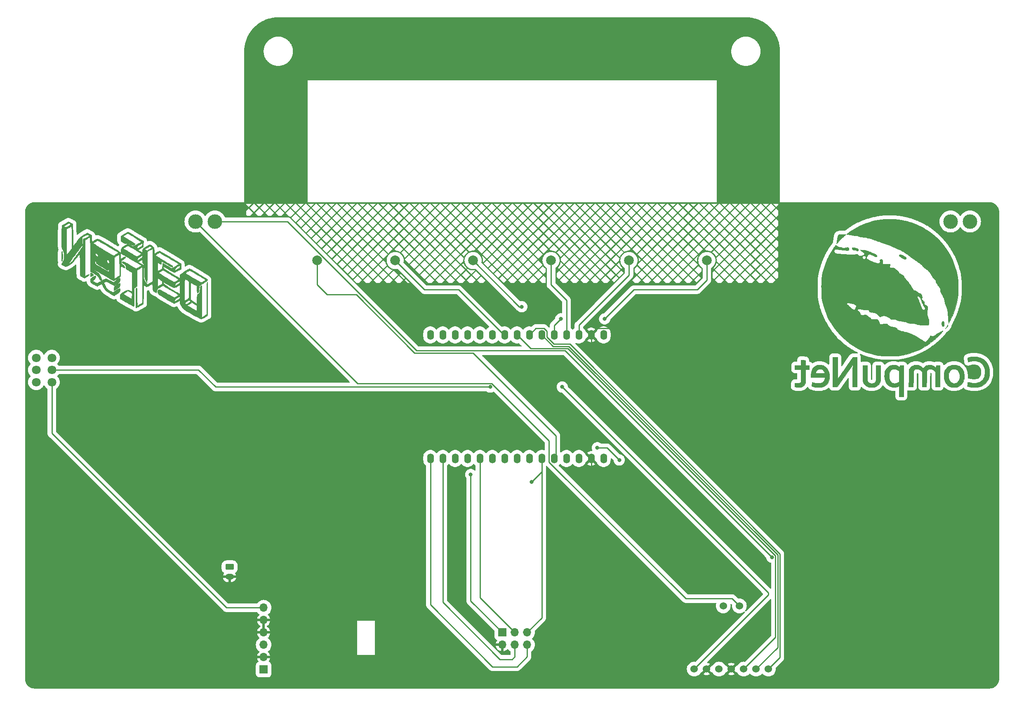
<source format=gbr>
%TF.GenerationSoftware,KiCad,Pcbnew,7.0.9*%
%TF.CreationDate,2024-02-01T20:29:03-08:00*%
%TF.ProjectId,DC32_Cnet_Badge_Main,44433332-5f43-46e6-9574-5f4261646765,rev?*%
%TF.SameCoordinates,Original*%
%TF.FileFunction,Copper,L2,Bot*%
%TF.FilePolarity,Positive*%
%FSLAX46Y46*%
G04 Gerber Fmt 4.6, Leading zero omitted, Abs format (unit mm)*
G04 Created by KiCad (PCBNEW 7.0.9) date 2024-02-01 20:29:03*
%MOMM*%
%LPD*%
G01*
G04 APERTURE LIST*
G04 Aperture macros list*
%AMRoundRect*
0 Rectangle with rounded corners*
0 $1 Rounding radius*
0 $2 $3 $4 $5 $6 $7 $8 $9 X,Y pos of 4 corners*
0 Add a 4 corners polygon primitive as box body*
4,1,4,$2,$3,$4,$5,$6,$7,$8,$9,$2,$3,0*
0 Add four circle primitives for the rounded corners*
1,1,$1+$1,$2,$3*
1,1,$1+$1,$4,$5*
1,1,$1+$1,$6,$7*
1,1,$1+$1,$8,$9*
0 Add four rect primitives between the rounded corners*
20,1,$1+$1,$2,$3,$4,$5,0*
20,1,$1+$1,$4,$5,$6,$7,0*
20,1,$1+$1,$6,$7,$8,$9,0*
20,1,$1+$1,$8,$9,$2,$3,0*%
G04 Aperture macros list end*
%TA.AperFunction,EtchedComponent*%
%ADD10C,0.010000*%
%TD*%
%TA.AperFunction,ComponentPad*%
%ADD11C,1.800000*%
%TD*%
%TA.AperFunction,ComponentPad*%
%ADD12C,2.000000*%
%TD*%
%TA.AperFunction,ComponentPad*%
%ADD13C,3.000000*%
%TD*%
%TA.AperFunction,ComponentPad*%
%ADD14R,1.700000X1.700000*%
%TD*%
%TA.AperFunction,ComponentPad*%
%ADD15O,1.700000X1.700000*%
%TD*%
%TA.AperFunction,ComponentPad*%
%ADD16RoundRect,0.250000X-0.625000X0.350000X-0.625000X-0.350000X0.625000X-0.350000X0.625000X0.350000X0*%
%TD*%
%TA.AperFunction,ComponentPad*%
%ADD17O,1.750000X1.200000*%
%TD*%
%TA.AperFunction,ComponentPad*%
%ADD18O,1.400000X2.000000*%
%TD*%
%TA.AperFunction,ComponentPad*%
%ADD19C,1.524000*%
%TD*%
%TA.AperFunction,ViaPad*%
%ADD20C,0.800000*%
%TD*%
%TA.AperFunction,Conductor*%
%ADD21C,0.250000*%
%TD*%
G04 APERTURE END LIST*
%TO.C,Ref\u002A\u002A*%
D10*
X63563029Y-73532905D02*
X63646780Y-73561809D01*
X63744043Y-73615283D01*
X63845617Y-73687852D01*
X63942301Y-73774040D01*
X63995523Y-73830898D01*
X64042821Y-73898413D01*
X64054801Y-73951916D01*
X64032043Y-73996018D01*
X63975125Y-74035329D01*
X63955318Y-74046294D01*
X63891198Y-74085458D01*
X63811146Y-74137604D01*
X63727935Y-74194510D01*
X63680183Y-74227298D01*
X63585324Y-74284930D01*
X63512947Y-74313296D01*
X63460204Y-74310275D01*
X63424246Y-74273747D01*
X63402224Y-74201592D01*
X63391290Y-74091688D01*
X63388596Y-73941917D01*
X63391420Y-73800479D01*
X63400448Y-73690125D01*
X63417301Y-73612570D01*
X63443616Y-73563079D01*
X63481026Y-73536922D01*
X63531169Y-73529365D01*
X63563029Y-73532905D01*
%TA.AperFunction,EtchedComponent*%
G36*
X63563029Y-73532905D02*
G01*
X63646780Y-73561809D01*
X63744043Y-73615283D01*
X63845617Y-73687852D01*
X63942301Y-73774040D01*
X63995523Y-73830898D01*
X64042821Y-73898413D01*
X64054801Y-73951916D01*
X64032043Y-73996018D01*
X63975125Y-74035329D01*
X63955318Y-74046294D01*
X63891198Y-74085458D01*
X63811146Y-74137604D01*
X63727935Y-74194510D01*
X63680183Y-74227298D01*
X63585324Y-74284930D01*
X63512947Y-74313296D01*
X63460204Y-74310275D01*
X63424246Y-74273747D01*
X63402224Y-74201592D01*
X63391290Y-74091688D01*
X63388596Y-73941917D01*
X63391420Y-73800479D01*
X63400448Y-73690125D01*
X63417301Y-73612570D01*
X63443616Y-73563079D01*
X63481026Y-73536922D01*
X63531169Y-73529365D01*
X63563029Y-73532905D01*
G37*
%TD.AperFunction*%
X57617248Y-69121891D02*
X57639532Y-69194077D01*
X57645177Y-69223307D01*
X57662834Y-69343840D01*
X57677189Y-69488255D01*
X57688278Y-69651042D01*
X57696136Y-69826691D01*
X57700799Y-70009692D01*
X57702303Y-70194535D01*
X57700684Y-70375712D01*
X57695976Y-70547711D01*
X57688215Y-70705023D01*
X57677438Y-70842139D01*
X57663680Y-70953549D01*
X57646976Y-71033742D01*
X57627362Y-71077210D01*
X57598886Y-71103392D01*
X57555542Y-71117474D01*
X57522876Y-71091245D01*
X57503011Y-71025587D01*
X57499454Y-70979547D01*
X57496900Y-70897911D01*
X57495350Y-70786693D01*
X57494727Y-70651423D01*
X57494960Y-70497635D01*
X57495973Y-70330859D01*
X57497692Y-70156629D01*
X57500044Y-69980475D01*
X57502955Y-69807931D01*
X57506350Y-69644528D01*
X57510155Y-69495798D01*
X57514297Y-69367273D01*
X57518701Y-69264485D01*
X57523294Y-69192967D01*
X57528001Y-69158250D01*
X57533392Y-69143013D01*
X57561181Y-69095396D01*
X57590132Y-69088677D01*
X57617248Y-69121891D01*
%TA.AperFunction,EtchedComponent*%
G36*
X57617248Y-69121891D02*
G01*
X57639532Y-69194077D01*
X57645177Y-69223307D01*
X57662834Y-69343840D01*
X57677189Y-69488255D01*
X57688278Y-69651042D01*
X57696136Y-69826691D01*
X57700799Y-70009692D01*
X57702303Y-70194535D01*
X57700684Y-70375712D01*
X57695976Y-70547711D01*
X57688215Y-70705023D01*
X57677438Y-70842139D01*
X57663680Y-70953549D01*
X57646976Y-71033742D01*
X57627362Y-71077210D01*
X57598886Y-71103392D01*
X57555542Y-71117474D01*
X57522876Y-71091245D01*
X57503011Y-71025587D01*
X57499454Y-70979547D01*
X57496900Y-70897911D01*
X57495350Y-70786693D01*
X57494727Y-70651423D01*
X57494960Y-70497635D01*
X57495973Y-70330859D01*
X57497692Y-70156629D01*
X57500044Y-69980475D01*
X57502955Y-69807931D01*
X57506350Y-69644528D01*
X57510155Y-69495798D01*
X57514297Y-69367273D01*
X57518701Y-69264485D01*
X57523294Y-69192967D01*
X57528001Y-69158250D01*
X57533392Y-69143013D01*
X57561181Y-69095396D01*
X57590132Y-69088677D01*
X57617248Y-69121891D01*
G37*
%TD.AperFunction*%
X69453080Y-75647580D02*
X69463585Y-75670639D01*
X69479488Y-75744905D01*
X69487177Y-75845842D01*
X69486851Y-75963420D01*
X69478710Y-76087611D01*
X69462952Y-76208387D01*
X69439779Y-76315719D01*
X69436665Y-76326644D01*
X69409024Y-76396571D01*
X69365890Y-76458422D01*
X69297021Y-76527385D01*
X69263949Y-76554975D01*
X69184268Y-76613368D01*
X69080204Y-76683623D01*
X68959857Y-76760791D01*
X68831330Y-76839921D01*
X68702722Y-76916064D01*
X68582134Y-76984269D01*
X68477667Y-77039587D01*
X68397422Y-77077069D01*
X68341167Y-77099089D01*
X68283142Y-77119091D01*
X68250128Y-77126998D01*
X68242124Y-77126420D01*
X68214516Y-77101895D01*
X68207939Y-77042679D01*
X68222685Y-76950645D01*
X68232568Y-76901792D01*
X68247354Y-76812238D01*
X68262603Y-76705199D01*
X68276233Y-76594513D01*
X68288290Y-76497347D01*
X68306725Y-76395505D01*
X68331863Y-76319226D01*
X68368408Y-76258872D01*
X68421065Y-76204809D01*
X68494539Y-76147401D01*
X68497876Y-76144989D01*
X68563059Y-76101807D01*
X68657227Y-76044163D01*
X68772308Y-75976656D01*
X68900231Y-75903881D01*
X69032924Y-75830434D01*
X69162315Y-75760913D01*
X69280333Y-75699914D01*
X69325838Y-75677556D01*
X69393455Y-75648425D01*
X69433916Y-75639025D01*
X69453080Y-75647580D01*
%TA.AperFunction,EtchedComponent*%
G36*
X69453080Y-75647580D02*
G01*
X69463585Y-75670639D01*
X69479488Y-75744905D01*
X69487177Y-75845842D01*
X69486851Y-75963420D01*
X69478710Y-76087611D01*
X69462952Y-76208387D01*
X69439779Y-76315719D01*
X69436665Y-76326644D01*
X69409024Y-76396571D01*
X69365890Y-76458422D01*
X69297021Y-76527385D01*
X69263949Y-76554975D01*
X69184268Y-76613368D01*
X69080204Y-76683623D01*
X68959857Y-76760791D01*
X68831330Y-76839921D01*
X68702722Y-76916064D01*
X68582134Y-76984269D01*
X68477667Y-77039587D01*
X68397422Y-77077069D01*
X68341167Y-77099089D01*
X68283142Y-77119091D01*
X68250128Y-77126998D01*
X68242124Y-77126420D01*
X68214516Y-77101895D01*
X68207939Y-77042679D01*
X68222685Y-76950645D01*
X68232568Y-76901792D01*
X68247354Y-76812238D01*
X68262603Y-76705199D01*
X68276233Y-76594513D01*
X68288290Y-76497347D01*
X68306725Y-76395505D01*
X68331863Y-76319226D01*
X68368408Y-76258872D01*
X68421065Y-76204809D01*
X68494539Y-76147401D01*
X68497876Y-76144989D01*
X68563059Y-76101807D01*
X68657227Y-76044163D01*
X68772308Y-75976656D01*
X68900231Y-75903881D01*
X69032924Y-75830434D01*
X69162315Y-75760913D01*
X69280333Y-75699914D01*
X69325838Y-75677556D01*
X69393455Y-75648425D01*
X69433916Y-75639025D01*
X69453080Y-75647580D01*
G37*
%TD.AperFunction*%
X64443528Y-74162646D02*
X64478511Y-74213540D01*
X64494868Y-74294571D01*
X64494492Y-74405831D01*
X64488386Y-74468153D01*
X64468160Y-74561890D01*
X64431841Y-74649465D01*
X64375466Y-74736596D01*
X64295074Y-74829002D01*
X64186701Y-74932399D01*
X64046386Y-75052506D01*
X63884034Y-75186799D01*
X64186225Y-75366082D01*
X64189827Y-75368218D01*
X64343598Y-75458389D01*
X64466506Y-75527792D01*
X64563180Y-75578540D01*
X64638246Y-75612746D01*
X64696334Y-75632523D01*
X64742071Y-75639984D01*
X64780085Y-75637242D01*
X64792619Y-75633672D01*
X64846394Y-75611484D01*
X64924927Y-75573791D01*
X65019747Y-75524766D01*
X65122379Y-75468586D01*
X65143928Y-75456512D01*
X65243071Y-75401732D01*
X65370092Y-75332425D01*
X65517482Y-75252647D01*
X65677732Y-75166452D01*
X65843334Y-75077893D01*
X66006780Y-74991026D01*
X66614976Y-74668904D01*
X67241412Y-75000776D01*
X67479526Y-75126315D01*
X67697878Y-75240002D01*
X67879615Y-75332901D01*
X68024841Y-75405065D01*
X68133662Y-75456545D01*
X68206184Y-75487395D01*
X68242512Y-75497667D01*
X68248626Y-75495144D01*
X68268886Y-75465262D01*
X68287969Y-75412499D01*
X68289293Y-75407727D01*
X68307927Y-75361353D01*
X68340124Y-75316371D01*
X68393080Y-75264456D01*
X68473993Y-75197281D01*
X68500500Y-75176348D01*
X68626568Y-75081428D01*
X68761121Y-74986586D01*
X68898151Y-74895497D01*
X69031650Y-74811832D01*
X69155610Y-74739265D01*
X69264023Y-74681470D01*
X69350882Y-74642119D01*
X69410178Y-74624886D01*
X69416323Y-74624453D01*
X69449363Y-74635889D01*
X69471771Y-74674526D01*
X69484262Y-74743966D01*
X69487548Y-74847812D01*
X69482341Y-74989667D01*
X69481301Y-75007632D01*
X69472378Y-75129575D01*
X69458903Y-75232124D01*
X69437277Y-75319728D01*
X69403897Y-75396837D01*
X69355165Y-75467900D01*
X69287480Y-75537365D01*
X69197241Y-75609684D01*
X69080848Y-75689304D01*
X68934701Y-75780675D01*
X68755198Y-75888247D01*
X68683813Y-75930534D01*
X68556893Y-76004973D01*
X68459369Y-76060606D01*
X68386680Y-76099677D01*
X68334269Y-76124426D01*
X68297577Y-76137096D01*
X68272044Y-76139928D01*
X68253114Y-76135165D01*
X68227531Y-76121994D01*
X68168544Y-76090023D01*
X68083033Y-76042896D01*
X67976488Y-75983654D01*
X67854397Y-75915341D01*
X67722250Y-75840996D01*
X67652066Y-75801412D01*
X67478250Y-75703463D01*
X67335860Y-75623445D01*
X67220900Y-75559207D01*
X67129376Y-75508598D01*
X67057292Y-75469468D01*
X67000650Y-75439665D01*
X66955457Y-75417038D01*
X66917715Y-75399437D01*
X66883430Y-75384711D01*
X66848605Y-75370708D01*
X66813558Y-75357402D01*
X66728366Y-75332374D01*
X66652645Y-75326139D01*
X66575436Y-75340179D01*
X66485778Y-75375975D01*
X66372712Y-75435008D01*
X66304967Y-75473592D01*
X66235706Y-75515747D01*
X66188570Y-75547751D01*
X66171167Y-75564708D01*
X66180105Y-75588908D01*
X66205502Y-75644686D01*
X66244242Y-75725717D01*
X66293207Y-75825794D01*
X66349278Y-75938710D01*
X66409337Y-76058258D01*
X66470265Y-76178231D01*
X66528943Y-76292422D01*
X66582253Y-76394623D01*
X66627076Y-76478628D01*
X66660293Y-76538230D01*
X66710455Y-76618555D01*
X66833521Y-76775924D01*
X66983960Y-76919406D01*
X67169241Y-77056611D01*
X67201788Y-77077881D01*
X67309507Y-77144292D01*
X67431740Y-77215033D01*
X67561241Y-77286350D01*
X67690764Y-77354490D01*
X67813066Y-77415700D01*
X67920900Y-77466227D01*
X68007022Y-77502317D01*
X68064187Y-77520218D01*
X68112852Y-77526403D01*
X68152800Y-77516652D01*
X68189570Y-77481853D01*
X68202128Y-77467921D01*
X68266599Y-77407990D01*
X68357379Y-77334849D01*
X68468463Y-77252374D01*
X68593845Y-77164443D01*
X68727518Y-77074930D01*
X68863476Y-76987714D01*
X68995713Y-76906668D01*
X69118224Y-76835671D01*
X69225002Y-76778599D01*
X69310040Y-76739327D01*
X69367334Y-76721732D01*
X69381838Y-76721045D01*
X69430704Y-76743269D01*
X69465844Y-76804777D01*
X69486980Y-76904866D01*
X69493836Y-77042834D01*
X69493564Y-77069597D01*
X69483121Y-77201060D01*
X69454117Y-77306627D01*
X69401825Y-77398536D01*
X69321520Y-77489023D01*
X69256210Y-77548027D01*
X69154765Y-77630980D01*
X69031701Y-77725580D01*
X68894726Y-77826284D01*
X68751550Y-77927545D01*
X68609884Y-78023818D01*
X68477436Y-78109558D01*
X68361917Y-78179220D01*
X68337234Y-78192730D01*
X68283798Y-78217836D01*
X68249949Y-78227912D01*
X68240186Y-78227079D01*
X68202494Y-78215279D01*
X68145551Y-78188139D01*
X68066263Y-78143879D01*
X67961540Y-78080722D01*
X67828289Y-77996890D01*
X67663417Y-77890604D01*
X67541817Y-77812231D01*
X67389340Y-77715328D01*
X67234346Y-77618054D01*
X67089443Y-77528318D01*
X66967242Y-77454027D01*
X66886527Y-77405057D01*
X66766602Y-77328566D01*
X66662950Y-77255249D01*
X66571795Y-77180479D01*
X66489362Y-77099633D01*
X66411877Y-77008084D01*
X66335564Y-76901207D01*
X66256649Y-76774378D01*
X66171356Y-76622969D01*
X66075911Y-76442358D01*
X65966538Y-76227917D01*
X65926282Y-76148266D01*
X65866479Y-76030247D01*
X65814840Y-75928712D01*
X65774086Y-75848992D01*
X65746935Y-75796419D01*
X65736108Y-75776322D01*
X65723653Y-75780973D01*
X65678729Y-75803341D01*
X65605911Y-75841622D01*
X65510238Y-75893124D01*
X65396745Y-75955157D01*
X65270471Y-76025030D01*
X65170905Y-76080270D01*
X65053282Y-76145046D01*
X64952013Y-76200272D01*
X64872245Y-76243166D01*
X64819122Y-76270941D01*
X64797789Y-76280815D01*
X64790027Y-76278153D01*
X64749853Y-76258780D01*
X64681283Y-76223241D01*
X64589912Y-76174618D01*
X64481337Y-76115992D01*
X64361153Y-76050448D01*
X64234958Y-75981066D01*
X64108346Y-75910930D01*
X63986915Y-75843122D01*
X63876260Y-75780724D01*
X63781977Y-75726818D01*
X63709663Y-75684488D01*
X63664913Y-75656815D01*
X63593947Y-75604702D01*
X63515626Y-75526172D01*
X63459866Y-75435170D01*
X63423706Y-75324574D01*
X63404183Y-75187264D01*
X63398334Y-75016118D01*
X63398335Y-75014017D01*
X63401561Y-74920318D01*
X63413670Y-74840807D01*
X63438606Y-74770391D01*
X63480311Y-74703979D01*
X63542732Y-74636476D01*
X63629811Y-74562792D01*
X63745494Y-74477834D01*
X63893723Y-74376509D01*
X63923010Y-74357000D01*
X64079501Y-74258594D01*
X64207906Y-74189863D01*
X64310118Y-74150900D01*
X64388028Y-74141797D01*
X64443528Y-74162646D01*
%TA.AperFunction,EtchedComponent*%
G36*
X64443528Y-74162646D02*
G01*
X64478511Y-74213540D01*
X64494868Y-74294571D01*
X64494492Y-74405831D01*
X64488386Y-74468153D01*
X64468160Y-74561890D01*
X64431841Y-74649465D01*
X64375466Y-74736596D01*
X64295074Y-74829002D01*
X64186701Y-74932399D01*
X64046386Y-75052506D01*
X63884034Y-75186799D01*
X64186225Y-75366082D01*
X64189827Y-75368218D01*
X64343598Y-75458389D01*
X64466506Y-75527792D01*
X64563180Y-75578540D01*
X64638246Y-75612746D01*
X64696334Y-75632523D01*
X64742071Y-75639984D01*
X64780085Y-75637242D01*
X64792619Y-75633672D01*
X64846394Y-75611484D01*
X64924927Y-75573791D01*
X65019747Y-75524766D01*
X65122379Y-75468586D01*
X65143928Y-75456512D01*
X65243071Y-75401732D01*
X65370092Y-75332425D01*
X65517482Y-75252647D01*
X65677732Y-75166452D01*
X65843334Y-75077893D01*
X66006780Y-74991026D01*
X66614976Y-74668904D01*
X67241412Y-75000776D01*
X67479526Y-75126315D01*
X67697878Y-75240002D01*
X67879615Y-75332901D01*
X68024841Y-75405065D01*
X68133662Y-75456545D01*
X68206184Y-75487395D01*
X68242512Y-75497667D01*
X68248626Y-75495144D01*
X68268886Y-75465262D01*
X68287969Y-75412499D01*
X68289293Y-75407727D01*
X68307927Y-75361353D01*
X68340124Y-75316371D01*
X68393080Y-75264456D01*
X68473993Y-75197281D01*
X68500500Y-75176348D01*
X68626568Y-75081428D01*
X68761121Y-74986586D01*
X68898151Y-74895497D01*
X69031650Y-74811832D01*
X69155610Y-74739265D01*
X69264023Y-74681470D01*
X69350882Y-74642119D01*
X69410178Y-74624886D01*
X69416323Y-74624453D01*
X69449363Y-74635889D01*
X69471771Y-74674526D01*
X69484262Y-74743966D01*
X69487548Y-74847812D01*
X69482341Y-74989667D01*
X69481301Y-75007632D01*
X69472378Y-75129575D01*
X69458903Y-75232124D01*
X69437277Y-75319728D01*
X69403897Y-75396837D01*
X69355165Y-75467900D01*
X69287480Y-75537365D01*
X69197241Y-75609684D01*
X69080848Y-75689304D01*
X68934701Y-75780675D01*
X68755198Y-75888247D01*
X68683813Y-75930534D01*
X68556893Y-76004973D01*
X68459369Y-76060606D01*
X68386680Y-76099677D01*
X68334269Y-76124426D01*
X68297577Y-76137096D01*
X68272044Y-76139928D01*
X68253114Y-76135165D01*
X68227531Y-76121994D01*
X68168544Y-76090023D01*
X68083033Y-76042896D01*
X67976488Y-75983654D01*
X67854397Y-75915341D01*
X67722250Y-75840996D01*
X67652066Y-75801412D01*
X67478250Y-75703463D01*
X67335860Y-75623445D01*
X67220900Y-75559207D01*
X67129376Y-75508598D01*
X67057292Y-75469468D01*
X67000650Y-75439665D01*
X66955457Y-75417038D01*
X66917715Y-75399437D01*
X66883430Y-75384711D01*
X66848605Y-75370708D01*
X66813558Y-75357402D01*
X66728366Y-75332374D01*
X66652645Y-75326139D01*
X66575436Y-75340179D01*
X66485778Y-75375975D01*
X66372712Y-75435008D01*
X66304967Y-75473592D01*
X66235706Y-75515747D01*
X66188570Y-75547751D01*
X66171167Y-75564708D01*
X66180105Y-75588908D01*
X66205502Y-75644686D01*
X66244242Y-75725717D01*
X66293207Y-75825794D01*
X66349278Y-75938710D01*
X66409337Y-76058258D01*
X66470265Y-76178231D01*
X66528943Y-76292422D01*
X66582253Y-76394623D01*
X66627076Y-76478628D01*
X66660293Y-76538230D01*
X66710455Y-76618555D01*
X66833521Y-76775924D01*
X66983960Y-76919406D01*
X67169241Y-77056611D01*
X67201788Y-77077881D01*
X67309507Y-77144292D01*
X67431740Y-77215033D01*
X67561241Y-77286350D01*
X67690764Y-77354490D01*
X67813066Y-77415700D01*
X67920900Y-77466227D01*
X68007022Y-77502317D01*
X68064187Y-77520218D01*
X68112852Y-77526403D01*
X68152800Y-77516652D01*
X68189570Y-77481853D01*
X68202128Y-77467921D01*
X68266599Y-77407990D01*
X68357379Y-77334849D01*
X68468463Y-77252374D01*
X68593845Y-77164443D01*
X68727518Y-77074930D01*
X68863476Y-76987714D01*
X68995713Y-76906668D01*
X69118224Y-76835671D01*
X69225002Y-76778599D01*
X69310040Y-76739327D01*
X69367334Y-76721732D01*
X69381838Y-76721045D01*
X69430704Y-76743269D01*
X69465844Y-76804777D01*
X69486980Y-76904866D01*
X69493836Y-77042834D01*
X69493564Y-77069597D01*
X69483121Y-77201060D01*
X69454117Y-77306627D01*
X69401825Y-77398536D01*
X69321520Y-77489023D01*
X69256210Y-77548027D01*
X69154765Y-77630980D01*
X69031701Y-77725580D01*
X68894726Y-77826284D01*
X68751550Y-77927545D01*
X68609884Y-78023818D01*
X68477436Y-78109558D01*
X68361917Y-78179220D01*
X68337234Y-78192730D01*
X68283798Y-78217836D01*
X68249949Y-78227912D01*
X68240186Y-78227079D01*
X68202494Y-78215279D01*
X68145551Y-78188139D01*
X68066263Y-78143879D01*
X67961540Y-78080722D01*
X67828289Y-77996890D01*
X67663417Y-77890604D01*
X67541817Y-77812231D01*
X67389340Y-77715328D01*
X67234346Y-77618054D01*
X67089443Y-77528318D01*
X66967242Y-77454027D01*
X66886527Y-77405057D01*
X66766602Y-77328566D01*
X66662950Y-77255249D01*
X66571795Y-77180479D01*
X66489362Y-77099633D01*
X66411877Y-77008084D01*
X66335564Y-76901207D01*
X66256649Y-76774378D01*
X66171356Y-76622969D01*
X66075911Y-76442358D01*
X65966538Y-76227917D01*
X65926282Y-76148266D01*
X65866479Y-76030247D01*
X65814840Y-75928712D01*
X65774086Y-75848992D01*
X65746935Y-75796419D01*
X65736108Y-75776322D01*
X65723653Y-75780973D01*
X65678729Y-75803341D01*
X65605911Y-75841622D01*
X65510238Y-75893124D01*
X65396745Y-75955157D01*
X65270471Y-76025030D01*
X65170905Y-76080270D01*
X65053282Y-76145046D01*
X64952013Y-76200272D01*
X64872245Y-76243166D01*
X64819122Y-76270941D01*
X64797789Y-76280815D01*
X64790027Y-76278153D01*
X64749853Y-76258780D01*
X64681283Y-76223241D01*
X64589912Y-76174618D01*
X64481337Y-76115992D01*
X64361153Y-76050448D01*
X64234958Y-75981066D01*
X64108346Y-75910930D01*
X63986915Y-75843122D01*
X63876260Y-75780724D01*
X63781977Y-75726818D01*
X63709663Y-75684488D01*
X63664913Y-75656815D01*
X63593947Y-75604702D01*
X63515626Y-75526172D01*
X63459866Y-75435170D01*
X63423706Y-75324574D01*
X63404183Y-75187264D01*
X63398334Y-75016118D01*
X63398335Y-75014017D01*
X63401561Y-74920318D01*
X63413670Y-74840807D01*
X63438606Y-74770391D01*
X63480311Y-74703979D01*
X63542732Y-74636476D01*
X63629811Y-74562792D01*
X63745494Y-74477834D01*
X63893723Y-74376509D01*
X63923010Y-74357000D01*
X64079501Y-74258594D01*
X64207906Y-74189863D01*
X64310118Y-74150900D01*
X64388028Y-74141797D01*
X64443528Y-74162646D01*
G37*
%TD.AperFunction*%
X59809589Y-64478157D02*
X59810486Y-64541662D01*
X59813684Y-64774916D01*
X59817181Y-65039378D01*
X59820871Y-65326518D01*
X59824649Y-65627808D01*
X59828408Y-65934721D01*
X59832042Y-66238727D01*
X59835445Y-66531299D01*
X59838511Y-66803909D01*
X59852917Y-68111402D01*
X60389381Y-67391542D01*
X60400310Y-67376881D01*
X60578508Y-67139032D01*
X60735340Y-66932524D01*
X60873570Y-66754205D01*
X60995964Y-66600924D01*
X61105285Y-66469530D01*
X61204298Y-66356872D01*
X61295768Y-66259798D01*
X61382458Y-66175158D01*
X61467134Y-66099800D01*
X61552560Y-66030574D01*
X61641500Y-65964328D01*
X61690313Y-65930969D01*
X61770701Y-65879127D01*
X61870855Y-65816617D01*
X61985196Y-65746727D01*
X62108141Y-65672745D01*
X62234112Y-65597960D01*
X62357528Y-65525659D01*
X62472808Y-65459130D01*
X62574372Y-65401661D01*
X62656639Y-65356542D01*
X62714030Y-65327059D01*
X62740963Y-65316500D01*
X62748657Y-65319050D01*
X62788501Y-65337843D01*
X62855701Y-65372010D01*
X62943855Y-65418088D01*
X63046560Y-65472616D01*
X63157413Y-65532130D01*
X63270012Y-65593167D01*
X63377953Y-65652267D01*
X63474835Y-65705965D01*
X63554254Y-65750800D01*
X63609808Y-65783310D01*
X63635095Y-65800031D01*
X63637172Y-65805763D01*
X63643039Y-65846490D01*
X63646215Y-65880180D01*
X63650016Y-65920511D01*
X63657611Y-66021551D01*
X63665332Y-66143333D01*
X63672688Y-66279584D01*
X63672881Y-66283484D01*
X63682974Y-66468065D01*
X63694041Y-66638454D01*
X63705655Y-66789968D01*
X63717387Y-66917921D01*
X63728808Y-67017627D01*
X63739489Y-67084400D01*
X63749001Y-67113556D01*
X63749632Y-67114080D01*
X63760722Y-67114273D01*
X63784750Y-67105295D01*
X63825601Y-67085031D01*
X63887161Y-67051364D01*
X63973313Y-67002177D01*
X64087943Y-66935353D01*
X64234934Y-66848776D01*
X64425288Y-66738963D01*
X64589040Y-66650515D01*
X64719424Y-66587452D01*
X64816632Y-66549681D01*
X64880854Y-66537111D01*
X64910597Y-66542323D01*
X64981868Y-66567617D01*
X65083301Y-66612196D01*
X65211518Y-66674152D01*
X65363144Y-66751580D01*
X65534804Y-66842570D01*
X65723120Y-66945218D01*
X65924718Y-67057616D01*
X66136221Y-67177857D01*
X66354253Y-67304033D01*
X66575438Y-67434239D01*
X66796400Y-67566567D01*
X67013763Y-67699110D01*
X67224152Y-67829962D01*
X67424190Y-67957215D01*
X67610500Y-68078962D01*
X67646121Y-68102481D01*
X67792866Y-68197548D01*
X67960633Y-68303972D01*
X68137191Y-68414104D01*
X68310308Y-68520297D01*
X68467750Y-68614905D01*
X68558777Y-68668956D01*
X68758813Y-68788626D01*
X68927155Y-68890915D01*
X69067495Y-68978237D01*
X69183529Y-69053002D01*
X69278950Y-69117622D01*
X69357452Y-69174508D01*
X69422731Y-69226073D01*
X69478480Y-69274728D01*
X69549381Y-69339910D01*
X69605176Y-69391205D01*
X69608355Y-69962644D01*
X69609824Y-70114622D01*
X69612376Y-70254978D01*
X69615802Y-70376741D01*
X69619897Y-70473977D01*
X69624459Y-70540750D01*
X69629282Y-70571125D01*
X69643759Y-70591236D01*
X69677044Y-70608167D01*
X69692824Y-70605057D01*
X69746036Y-70584559D01*
X69824500Y-70547964D01*
X69921012Y-70498865D01*
X70028368Y-70440856D01*
X70139363Y-70377532D01*
X70252786Y-70315101D01*
X70376880Y-70260334D01*
X70472812Y-70236604D01*
X70540919Y-70243890D01*
X70581536Y-70282172D01*
X70595000Y-70351433D01*
X70594876Y-70362751D01*
X70589620Y-70405621D01*
X70571734Y-70443671D01*
X70534546Y-70487493D01*
X70471387Y-70547679D01*
X70436994Y-70577415D01*
X70349750Y-70644711D01*
X70248749Y-70715114D01*
X70149570Y-70777500D01*
X70112495Y-70799567D01*
X69975435Y-70889003D01*
X69873125Y-70973282D01*
X69801076Y-71058796D01*
X69754796Y-71151938D01*
X69729794Y-71259099D01*
X69721580Y-71386673D01*
X69721911Y-71418311D01*
X69732043Y-71501221D01*
X69759873Y-71572543D01*
X69810535Y-71639714D01*
X69889165Y-71710175D01*
X70000896Y-71791365D01*
X70127659Y-71884582D01*
X70255328Y-71999649D01*
X70353407Y-72118632D01*
X70428494Y-72248584D01*
X70460797Y-72320006D01*
X70482954Y-72385108D01*
X70487345Y-72434547D01*
X70476319Y-72479686D01*
X70476024Y-72480443D01*
X70455758Y-72504715D01*
X70418606Y-72509606D01*
X70360093Y-72493930D01*
X70275744Y-72456501D01*
X70161084Y-72396132D01*
X70013114Y-72315410D01*
X69888777Y-72249338D01*
X69795324Y-72202097D01*
X69729890Y-72172302D01*
X69689606Y-72158567D01*
X69671606Y-72159506D01*
X69666821Y-72165546D01*
X69655581Y-72192587D01*
X69645868Y-72238421D01*
X69637521Y-72305990D01*
X69630377Y-72398237D01*
X69624275Y-72518104D01*
X69619053Y-72668535D01*
X69614548Y-72852470D01*
X69610599Y-73072853D01*
X69607044Y-73332627D01*
X69597778Y-74094174D01*
X69595400Y-74289670D01*
X69139402Y-74589778D01*
X69015737Y-74670809D01*
X68820487Y-74796322D01*
X68653617Y-74898901D01*
X68511258Y-74979637D01*
X68389540Y-75039619D01*
X68284593Y-75079940D01*
X68192548Y-75101689D01*
X68109535Y-75105959D01*
X68031686Y-75093838D01*
X67955129Y-75066419D01*
X67875996Y-75024792D01*
X67790417Y-74970048D01*
X67725028Y-74927277D01*
X67618412Y-74860266D01*
X67481392Y-74776071D01*
X67317379Y-74676706D01*
X67129787Y-74564183D01*
X66922029Y-74440513D01*
X66697517Y-74307710D01*
X66459664Y-74167785D01*
X66211883Y-74022751D01*
X65957586Y-73874621D01*
X65700187Y-73725406D01*
X65443098Y-73577119D01*
X65189731Y-73431772D01*
X64943500Y-73291377D01*
X64894928Y-73263784D01*
X64709494Y-73158674D01*
X64556681Y-73072619D01*
X64433197Y-73003944D01*
X64335747Y-72950975D01*
X64261039Y-72912036D01*
X64205779Y-72885453D01*
X64166674Y-72869550D01*
X64140431Y-72862653D01*
X64123756Y-72863087D01*
X64113357Y-72869177D01*
X64107393Y-72884943D01*
X64123478Y-72918270D01*
X64170018Y-72965670D01*
X64248735Y-73028611D01*
X64361350Y-73108562D01*
X64509584Y-73206988D01*
X64553446Y-73235481D01*
X64707184Y-73335816D01*
X64830069Y-73416995D01*
X64926053Y-73481770D01*
X64999088Y-73532891D01*
X65053127Y-73573109D01*
X65092124Y-73605175D01*
X65120030Y-73631841D01*
X65123123Y-73635187D01*
X65141367Y-73658249D01*
X65164617Y-73693281D01*
X65194624Y-73743515D01*
X65233138Y-73812184D01*
X65281909Y-73902520D01*
X65342687Y-74017754D01*
X65417221Y-74161118D01*
X65507262Y-74335845D01*
X65614560Y-74545167D01*
X65648711Y-74614954D01*
X65709160Y-74763122D01*
X65742745Y-74889344D01*
X65749184Y-74991165D01*
X65728197Y-75066133D01*
X65679502Y-75111794D01*
X65650528Y-75124163D01*
X65584436Y-75134610D01*
X65522464Y-75111875D01*
X65453982Y-75053196D01*
X65409612Y-75003863D01*
X65361531Y-74942234D01*
X65306926Y-74863807D01*
X65242391Y-74763471D01*
X65164525Y-74636117D01*
X65069924Y-74476636D01*
X65062714Y-74464399D01*
X64992559Y-74350411D01*
X64923363Y-74249981D01*
X64850780Y-74159567D01*
X64770461Y-74075628D01*
X64678059Y-73994625D01*
X64569225Y-73913016D01*
X64439614Y-73827261D01*
X64284875Y-73733819D01*
X64100663Y-73629149D01*
X63882630Y-73509710D01*
X63446176Y-73273378D01*
X63432838Y-73176068D01*
X63432682Y-73174857D01*
X63430020Y-73132236D01*
X63427521Y-73052108D01*
X63425241Y-72939035D01*
X63423234Y-72797583D01*
X63421557Y-72632315D01*
X63420265Y-72447795D01*
X63419412Y-72248587D01*
X63419055Y-72039254D01*
X63419034Y-72004656D01*
X63418550Y-71742465D01*
X63417507Y-71459969D01*
X63417358Y-71431438D01*
X64310699Y-71431438D01*
X64311394Y-71505686D01*
X64323566Y-71560445D01*
X64350271Y-71612673D01*
X64403821Y-71678559D01*
X64496564Y-71762433D01*
X64624256Y-71859079D01*
X64784750Y-71966745D01*
X64845362Y-72004546D01*
X64950438Y-72068053D01*
X65083116Y-72146759D01*
X65238464Y-72237848D01*
X65411552Y-72338501D01*
X65597448Y-72445902D01*
X65791218Y-72557232D01*
X65987933Y-72669675D01*
X66182660Y-72780412D01*
X66370468Y-72886627D01*
X66546425Y-72985502D01*
X66705598Y-73074218D01*
X66843057Y-73149959D01*
X66953870Y-73209908D01*
X67033105Y-73251246D01*
X67036024Y-73252713D01*
X67102773Y-73285407D01*
X67153369Y-73308652D01*
X67177060Y-73317500D01*
X67180678Y-73315456D01*
X67199014Y-73287817D01*
X67222467Y-73238186D01*
X67246313Y-73136543D01*
X67245495Y-73013829D01*
X67220992Y-72883858D01*
X67174121Y-72759646D01*
X67113084Y-72635708D01*
X67101722Y-72807293D01*
X67092035Y-72906081D01*
X67076600Y-72975633D01*
X67054513Y-73014725D01*
X67046010Y-73022987D01*
X67021406Y-73038686D01*
X66990983Y-73035373D01*
X66938876Y-73012784D01*
X66888943Y-72987318D01*
X66808546Y-72942923D01*
X66700297Y-72880658D01*
X66562873Y-72799736D01*
X66394948Y-72699369D01*
X66195197Y-72578771D01*
X65962295Y-72437154D01*
X65694917Y-72273732D01*
X65548837Y-72184168D01*
X65361796Y-72069035D01*
X65205371Y-71971957D01*
X65076198Y-71890679D01*
X64970913Y-71822945D01*
X64886152Y-71766497D01*
X64818550Y-71719081D01*
X64764744Y-71678440D01*
X64721370Y-71642318D01*
X64685063Y-71608458D01*
X64652459Y-71574605D01*
X64608310Y-71524425D01*
X64578087Y-71477979D01*
X64565204Y-71429889D01*
X64562500Y-71363337D01*
X64561881Y-71337723D01*
X64545111Y-71249753D01*
X64505339Y-71197148D01*
X64442406Y-71179667D01*
X64415958Y-71183020D01*
X64364142Y-71218357D01*
X64329450Y-71291612D01*
X64312322Y-71402030D01*
X64310699Y-71431438D01*
X63417358Y-71431438D01*
X63415948Y-71160647D01*
X63415782Y-71135169D01*
X66804800Y-71135169D01*
X66819268Y-71260808D01*
X66867150Y-71373373D01*
X66889595Y-71405935D01*
X66942653Y-71469649D01*
X66992369Y-71515273D01*
X67019136Y-71532428D01*
X67089446Y-71563635D01*
X67154412Y-71576169D01*
X67199873Y-71566533D01*
X67238166Y-71521414D01*
X67266830Y-71439336D01*
X67276308Y-71333116D01*
X67274305Y-71292262D01*
X67248091Y-71170280D01*
X67195736Y-71063908D01*
X67122508Y-70979751D01*
X67033673Y-70924414D01*
X66934497Y-70904500D01*
X66898057Y-70907490D01*
X66863886Y-70927888D01*
X66836837Y-70977904D01*
X66824839Y-71010722D01*
X66804800Y-71135169D01*
X63415782Y-71135169D01*
X63413916Y-70847978D01*
X63411453Y-70525444D01*
X63409878Y-70343584D01*
X68305225Y-70343584D01*
X68311013Y-71333116D01*
X68317109Y-72375584D01*
X68317641Y-72464086D01*
X68319595Y-72754337D01*
X68321788Y-73033813D01*
X68322713Y-73136543D01*
X68324178Y-73299357D01*
X68326724Y-73547815D01*
X68329385Y-73776030D01*
X68332120Y-73980847D01*
X68334887Y-74159110D01*
X68337646Y-74307663D01*
X68340354Y-74423350D01*
X68342970Y-74503016D01*
X68345455Y-74543504D01*
X68356071Y-74610059D01*
X68369857Y-74663220D01*
X68383084Y-74686064D01*
X68384589Y-74686396D01*
X68419979Y-74677259D01*
X68488148Y-74645297D01*
X68587173Y-74591590D01*
X68715134Y-74517220D01*
X68870111Y-74423266D01*
X69050182Y-74310810D01*
X69392910Y-74094174D01*
X69381783Y-72134212D01*
X69379753Y-71790867D01*
X69377678Y-71479477D01*
X69375502Y-71205367D01*
X69373122Y-70965984D01*
X69370437Y-70758775D01*
X69367346Y-70581186D01*
X69363746Y-70430663D01*
X69359536Y-70304653D01*
X69354614Y-70200603D01*
X69348878Y-70115958D01*
X69342226Y-70048167D01*
X69334558Y-69994674D01*
X69325770Y-69952927D01*
X69315762Y-69920372D01*
X69304432Y-69894456D01*
X69291677Y-69872625D01*
X69291635Y-69872561D01*
X69242875Y-69833156D01*
X69173194Y-69828721D01*
X69085824Y-69859462D01*
X69083953Y-69860428D01*
X69042664Y-69883926D01*
X68972994Y-69925662D01*
X68881739Y-69981481D01*
X68775694Y-70047229D01*
X68661655Y-70118753D01*
X68305225Y-70343584D01*
X63409878Y-70343584D01*
X63408604Y-70196523D01*
X63405410Y-69864696D01*
X63403158Y-69651217D01*
X64405960Y-69651217D01*
X64406091Y-69657643D01*
X64429833Y-69800184D01*
X64493315Y-69928565D01*
X64596643Y-70042942D01*
X64739924Y-70143471D01*
X64779587Y-70165386D01*
X64854999Y-70198470D01*
X64906792Y-70203340D01*
X64940974Y-70179542D01*
X64963554Y-70126625D01*
X64975074Y-70076191D01*
X64978884Y-69947136D01*
X64942330Y-69830731D01*
X64865471Y-69727215D01*
X64817240Y-69686734D01*
X64746860Y-69639526D01*
X64666517Y-69593303D01*
X64585245Y-69552569D01*
X64512080Y-69521826D01*
X64456057Y-69505576D01*
X64426212Y-69508322D01*
X64417338Y-69528042D01*
X64408618Y-69581309D01*
X64405960Y-69651217D01*
X63403158Y-69651217D01*
X63401915Y-69533443D01*
X63398162Y-69206243D01*
X63394193Y-68886577D01*
X63390052Y-68577924D01*
X63385782Y-68283765D01*
X63381425Y-68007579D01*
X63377025Y-67752846D01*
X63372624Y-67523046D01*
X63370736Y-67435783D01*
X64026464Y-67435783D01*
X64028727Y-67455896D01*
X64047454Y-67479426D01*
X64076983Y-67505168D01*
X64140039Y-67552423D01*
X64231083Y-67616820D01*
X64345963Y-67695596D01*
X64480529Y-67785988D01*
X64630629Y-67885232D01*
X64792111Y-67990565D01*
X64960823Y-68099222D01*
X65132615Y-68208440D01*
X65303334Y-68315455D01*
X65421756Y-68388961D01*
X65604544Y-68501699D01*
X65781927Y-68610063D01*
X65959942Y-68717658D01*
X66144624Y-68828083D01*
X66342010Y-68944942D01*
X66558136Y-69071836D01*
X66799037Y-69212367D01*
X67070750Y-69370137D01*
X67141915Y-69411431D01*
X67300834Y-69503953D01*
X67455683Y-69594492D01*
X67599940Y-69679213D01*
X67727087Y-69754284D01*
X67830604Y-69815869D01*
X67903972Y-69860134D01*
X67905263Y-69860924D01*
X67991933Y-69912738D01*
X68052429Y-69947136D01*
X68066445Y-69955106D01*
X68120897Y-69983680D01*
X68147388Y-69994110D01*
X68168191Y-69986337D01*
X68220312Y-69959902D01*
X68295968Y-69918523D01*
X68388430Y-69866144D01*
X68490965Y-69806710D01*
X68596842Y-69744166D01*
X68699332Y-69682457D01*
X68791701Y-69625528D01*
X68867221Y-69577324D01*
X68919159Y-69541790D01*
X68993365Y-69483912D01*
X69061643Y-69420922D01*
X69099539Y-69371746D01*
X69103828Y-69339910D01*
X69102478Y-69338358D01*
X69074297Y-69317789D01*
X69013200Y-69278135D01*
X68922289Y-69221265D01*
X68804668Y-69149048D01*
X68663440Y-69063350D01*
X68501708Y-68966042D01*
X68322574Y-68858991D01*
X68129141Y-68744064D01*
X67924514Y-68623131D01*
X67711794Y-68498060D01*
X67494084Y-68370718D01*
X67387344Y-68308479D01*
X67118014Y-68151673D01*
X66852621Y-67997488D01*
X66593674Y-67847363D01*
X66343683Y-67702739D01*
X66105158Y-67565055D01*
X65880608Y-67435750D01*
X65672542Y-67316266D01*
X65483471Y-67208041D01*
X65315904Y-67112515D01*
X65172351Y-67031130D01*
X65055321Y-66965323D01*
X64967325Y-66916536D01*
X64910870Y-66886207D01*
X64888468Y-66875778D01*
X64872045Y-66881353D01*
X64823189Y-66906226D01*
X64750291Y-66947309D01*
X64660008Y-67000509D01*
X64558993Y-67061730D01*
X64453901Y-67126881D01*
X64351387Y-67191866D01*
X64258107Y-67252593D01*
X64180714Y-67304967D01*
X64125864Y-67344895D01*
X64090745Y-67372507D01*
X64045519Y-67410762D01*
X64026464Y-67435783D01*
X63370736Y-67435783D01*
X63368266Y-67321660D01*
X63363993Y-67152166D01*
X63359849Y-67018045D01*
X63355877Y-66922777D01*
X63352734Y-66864056D01*
X63341338Y-66682792D01*
X63329061Y-66539198D01*
X63315374Y-66429639D01*
X63299747Y-66350481D01*
X63281649Y-66298091D01*
X63260552Y-66268835D01*
X63238685Y-66260502D01*
X63182192Y-66268888D01*
X63105631Y-66302151D01*
X63015295Y-66357308D01*
X62917482Y-66431377D01*
X62914429Y-66433896D01*
X62846530Y-66486286D01*
X62754952Y-66552282D01*
X62651317Y-66623695D01*
X62547244Y-66692334D01*
X62300172Y-66851084D01*
X62298920Y-70541102D01*
X62297667Y-74231120D01*
X62366459Y-74188605D01*
X62386379Y-74176348D01*
X62511775Y-74101382D01*
X62638050Y-74029216D01*
X62757850Y-73963782D01*
X62863824Y-73909012D01*
X62948618Y-73868837D01*
X63004882Y-73847190D01*
X63079612Y-73830924D01*
X63133986Y-73833991D01*
X63158850Y-73861726D01*
X63157892Y-73915784D01*
X63136095Y-73972215D01*
X63087534Y-74035989D01*
X63010364Y-74106764D01*
X62902394Y-74186149D01*
X62761430Y-74275750D01*
X62585280Y-74377176D01*
X62371750Y-74492032D01*
X62138917Y-74614079D01*
X61747334Y-74387397D01*
X61705813Y-74363325D01*
X61593118Y-74297604D01*
X61494881Y-74239760D01*
X61416661Y-74193101D01*
X61364017Y-74160934D01*
X61342511Y-74146566D01*
X61340338Y-74124625D01*
X61337398Y-74063054D01*
X61333793Y-73964648D01*
X61329594Y-73832174D01*
X61324874Y-73668402D01*
X61319705Y-73476100D01*
X61314160Y-73258035D01*
X61308310Y-73016977D01*
X61302229Y-72755692D01*
X61295987Y-72476950D01*
X61289658Y-72183519D01*
X61283314Y-71878167D01*
X61277237Y-71581572D01*
X61271134Y-71286753D01*
X61265264Y-71006176D01*
X61259688Y-70742648D01*
X61254467Y-70498979D01*
X61249664Y-70277977D01*
X61245339Y-70082449D01*
X61241555Y-69915205D01*
X61238373Y-69779053D01*
X61235854Y-69676800D01*
X61234061Y-69611256D01*
X61233054Y-69585228D01*
X61230252Y-69582597D01*
X61206830Y-69600242D01*
X61160916Y-69650119D01*
X61093891Y-69730594D01*
X61007134Y-69840036D01*
X60902026Y-69976811D01*
X60752440Y-70172936D01*
X60551950Y-70432351D01*
X60371332Y-70661216D01*
X60208236Y-70862168D01*
X60060313Y-71037847D01*
X59925213Y-71190891D01*
X59800587Y-71323940D01*
X59684086Y-71439631D01*
X59573361Y-71540604D01*
X59466061Y-71629497D01*
X59359838Y-71708949D01*
X59353312Y-71713572D01*
X59217430Y-71805490D01*
X59068127Y-71899539D01*
X58914896Y-71990261D01*
X58767231Y-72072200D01*
X58634628Y-72139898D01*
X58526580Y-72187899D01*
X58507104Y-72195494D01*
X58433814Y-72221822D01*
X58381355Y-72233510D01*
X58334921Y-72232536D01*
X58279707Y-72220878D01*
X58225378Y-72203469D01*
X58130047Y-72164716D01*
X58017569Y-72112934D01*
X57898597Y-72053495D01*
X57783785Y-71991766D01*
X57683785Y-71933119D01*
X57609250Y-71882923D01*
X57582992Y-71862089D01*
X57521796Y-71800888D01*
X57497248Y-71750451D01*
X57500116Y-71725678D01*
X57524191Y-71659938D01*
X57541845Y-71623686D01*
X58977781Y-71623686D01*
X58983238Y-71622309D01*
X59020383Y-71605084D01*
X59080570Y-71572607D01*
X59154166Y-71530474D01*
X59231536Y-71484284D01*
X59303050Y-71439634D01*
X59359072Y-71402122D01*
X59462327Y-71326962D01*
X59584754Y-71230940D01*
X59677223Y-71147734D01*
X59744182Y-71073229D01*
X59790079Y-71003311D01*
X59811547Y-70964960D01*
X59850409Y-70901348D01*
X59901501Y-70823311D01*
X59966763Y-70728114D01*
X60048134Y-70613026D01*
X60147553Y-70475312D01*
X60266960Y-70312239D01*
X60408294Y-70121074D01*
X60573493Y-69899084D01*
X60717206Y-69705718D01*
X60858974Y-69512979D01*
X60978318Y-69348106D01*
X61077244Y-69208214D01*
X61157755Y-69090416D01*
X61221857Y-68991830D01*
X61271554Y-68909569D01*
X61308849Y-68840750D01*
X61330752Y-68800821D01*
X61378446Y-68722417D01*
X61437717Y-68631210D01*
X61500538Y-68539805D01*
X61513622Y-68521312D01*
X61604645Y-68388568D01*
X61676254Y-68272749D01*
X61731209Y-68165391D01*
X61772268Y-68058027D01*
X61802193Y-67942193D01*
X61823741Y-67809422D01*
X61839671Y-67651248D01*
X61852744Y-67459208D01*
X61854830Y-67424141D01*
X61868881Y-67195505D01*
X61881823Y-67005337D01*
X61894393Y-66850287D01*
X61907330Y-66727001D01*
X61921372Y-66632128D01*
X61937257Y-66562314D01*
X61955723Y-66514208D01*
X61977508Y-66484457D01*
X62003350Y-66469708D01*
X62033988Y-66466610D01*
X62070160Y-66471811D01*
X62082708Y-66473843D01*
X62159261Y-66469426D01*
X62262028Y-66440763D01*
X62392274Y-66387285D01*
X62551262Y-66308426D01*
X62740257Y-66203618D01*
X62960524Y-66072294D01*
X63274130Y-65880180D01*
X63140440Y-65818609D01*
X63022385Y-65766251D01*
X62920211Y-65726620D01*
X62842398Y-65704421D01*
X62782579Y-65697500D01*
X62749967Y-65699398D01*
X62692563Y-65710501D01*
X62621835Y-65733253D01*
X62533144Y-65769609D01*
X62421853Y-65821523D01*
X62283325Y-65890952D01*
X62112923Y-65979849D01*
X61705929Y-66194917D01*
X61705465Y-67028043D01*
X61705000Y-67861170D01*
X61595148Y-68012293D01*
X61587037Y-68023403D01*
X61548551Y-68075724D01*
X61487758Y-68158065D01*
X61406803Y-68267529D01*
X61307833Y-68401219D01*
X61206830Y-68537560D01*
X61192995Y-68556236D01*
X61064436Y-68729685D01*
X60924303Y-68918666D01*
X60774743Y-69120283D01*
X60617903Y-69331638D01*
X60455929Y-69549834D01*
X60380209Y-69651837D01*
X60167488Y-69938649D01*
X59978230Y-70194274D01*
X59810980Y-70420725D01*
X59664281Y-70620015D01*
X59536676Y-70794159D01*
X59426711Y-70945169D01*
X59332929Y-71075058D01*
X59253874Y-71185841D01*
X59188089Y-71279531D01*
X59134119Y-71358141D01*
X59090508Y-71423684D01*
X59055800Y-71478174D01*
X59028538Y-71523625D01*
X59005173Y-71565183D01*
X58983295Y-71607488D01*
X58977781Y-71623686D01*
X57541845Y-71623686D01*
X57571342Y-71563112D01*
X57640632Y-71437250D01*
X57698624Y-71335916D01*
X57772204Y-71204997D01*
X57831005Y-71093554D01*
X57876682Y-70994718D01*
X57910891Y-70901622D01*
X57935286Y-70807398D01*
X57951523Y-70705179D01*
X57961257Y-70588098D01*
X57966144Y-70449286D01*
X57967837Y-70281876D01*
X57967994Y-70079000D01*
X57967518Y-69882910D01*
X57965337Y-69711864D01*
X57960218Y-69570160D01*
X57950928Y-69451142D01*
X57936235Y-69348155D01*
X57914906Y-69254543D01*
X57885707Y-69163653D01*
X57847405Y-69068827D01*
X57798766Y-68963411D01*
X57738559Y-68840750D01*
X57713120Y-68789488D01*
X57652966Y-68665730D01*
X57608236Y-68566263D01*
X57575967Y-68481238D01*
X57553196Y-68400808D01*
X57536959Y-68315126D01*
X57524295Y-68214344D01*
X57512238Y-68088613D01*
X57511389Y-68078215D01*
X57507504Y-68000925D01*
X57504346Y-67885749D01*
X57501902Y-67736401D01*
X57500155Y-67556594D01*
X57499090Y-67350040D01*
X57498690Y-67120452D01*
X57498941Y-66871544D01*
X57499826Y-66607029D01*
X57501331Y-66330618D01*
X57503438Y-66046026D01*
X57506134Y-65756965D01*
X57509401Y-65467149D01*
X57513225Y-65180289D01*
X57517590Y-64900100D01*
X57522480Y-64630294D01*
X57525220Y-64500508D01*
X58508834Y-64500508D01*
X58510403Y-67104546D01*
X58510650Y-67381270D01*
X58511142Y-67702894D01*
X58511834Y-68011652D01*
X58512711Y-68304866D01*
X58513755Y-68579856D01*
X58514952Y-68833944D01*
X58516286Y-69064450D01*
X58517741Y-69268697D01*
X58519301Y-69444005D01*
X58520950Y-69587694D01*
X58522674Y-69697088D01*
X58524455Y-69769505D01*
X58526278Y-69802268D01*
X58540584Y-69895953D01*
X58859198Y-69484768D01*
X58892250Y-69442098D01*
X58998706Y-69304483D01*
X59108288Y-69162595D01*
X59213725Y-69025862D01*
X59307744Y-68903712D01*
X59383073Y-68805572D01*
X59588334Y-68537560D01*
X59587526Y-67091072D01*
X59587385Y-66963698D01*
X59586637Y-66687785D01*
X59585319Y-66408677D01*
X59583482Y-66129626D01*
X59581176Y-65853884D01*
X59578452Y-65584703D01*
X59575359Y-65325335D01*
X59571948Y-65079032D01*
X59568270Y-64849046D01*
X59564374Y-64638630D01*
X59560311Y-64451034D01*
X59556131Y-64289512D01*
X59551885Y-64157315D01*
X59547622Y-64057694D01*
X59543394Y-63993903D01*
X59539249Y-63969193D01*
X59528828Y-63968616D01*
X59493705Y-63980531D01*
X59432532Y-64008106D01*
X59343170Y-64052413D01*
X59223478Y-64114521D01*
X59071316Y-64195500D01*
X58884542Y-64296419D01*
X58508834Y-64500508D01*
X57525220Y-64500508D01*
X57527879Y-64374584D01*
X57537219Y-63965518D01*
X57990250Y-63965518D01*
X58082931Y-64048343D01*
X58116933Y-64077750D01*
X58167397Y-64112377D01*
X58217019Y-64127546D01*
X58284014Y-64130720D01*
X58371831Y-64122311D01*
X58487174Y-64094180D01*
X58611532Y-64049558D01*
X58739471Y-63991852D01*
X58865556Y-63924466D01*
X58984353Y-63850804D01*
X59090426Y-63774272D01*
X59178341Y-63698274D01*
X59242662Y-63626214D01*
X59277956Y-63561498D01*
X59278787Y-63507530D01*
X59261395Y-63482026D01*
X59208983Y-63440469D01*
X59137590Y-63402248D01*
X59060909Y-63374257D01*
X58992632Y-63363394D01*
X58939544Y-63371397D01*
X58849144Y-63401332D01*
X58738524Y-63449513D01*
X58615081Y-63511763D01*
X58486209Y-63583904D01*
X58359303Y-63661758D01*
X58241759Y-63741147D01*
X58140971Y-63817894D01*
X58064334Y-63887822D01*
X57990250Y-63965518D01*
X57537219Y-63965518D01*
X57541411Y-63781917D01*
X58205422Y-63400917D01*
X58352402Y-63316862D01*
X58495742Y-63235464D01*
X58624140Y-63163136D01*
X58733254Y-63102300D01*
X58818739Y-63055376D01*
X58876253Y-63024785D01*
X58901453Y-63012947D01*
X58911912Y-63014693D01*
X58956898Y-63031952D01*
X59030341Y-63065121D01*
X59126527Y-63111486D01*
X59239742Y-63168330D01*
X59364273Y-63232938D01*
X59795073Y-63459898D01*
X59795753Y-63507530D01*
X59809589Y-64478157D01*
%TA.AperFunction,EtchedComponent*%
G36*
X59809589Y-64478157D02*
G01*
X59810486Y-64541662D01*
X59813684Y-64774916D01*
X59817181Y-65039378D01*
X59820871Y-65326518D01*
X59824649Y-65627808D01*
X59828408Y-65934721D01*
X59832042Y-66238727D01*
X59835445Y-66531299D01*
X59838511Y-66803909D01*
X59852917Y-68111402D01*
X60389381Y-67391542D01*
X60400310Y-67376881D01*
X60578508Y-67139032D01*
X60735340Y-66932524D01*
X60873570Y-66754205D01*
X60995964Y-66600924D01*
X61105285Y-66469530D01*
X61204298Y-66356872D01*
X61295768Y-66259798D01*
X61382458Y-66175158D01*
X61467134Y-66099800D01*
X61552560Y-66030574D01*
X61641500Y-65964328D01*
X61690313Y-65930969D01*
X61770701Y-65879127D01*
X61870855Y-65816617D01*
X61985196Y-65746727D01*
X62108141Y-65672745D01*
X62234112Y-65597960D01*
X62357528Y-65525659D01*
X62472808Y-65459130D01*
X62574372Y-65401661D01*
X62656639Y-65356542D01*
X62714030Y-65327059D01*
X62740963Y-65316500D01*
X62748657Y-65319050D01*
X62788501Y-65337843D01*
X62855701Y-65372010D01*
X62943855Y-65418088D01*
X63046560Y-65472616D01*
X63157413Y-65532130D01*
X63270012Y-65593167D01*
X63377953Y-65652267D01*
X63474835Y-65705965D01*
X63554254Y-65750800D01*
X63609808Y-65783310D01*
X63635095Y-65800031D01*
X63637172Y-65805763D01*
X63643039Y-65846490D01*
X63646215Y-65880180D01*
X63650016Y-65920511D01*
X63657611Y-66021551D01*
X63665332Y-66143333D01*
X63672688Y-66279584D01*
X63672881Y-66283484D01*
X63682974Y-66468065D01*
X63694041Y-66638454D01*
X63705655Y-66789968D01*
X63717387Y-66917921D01*
X63728808Y-67017627D01*
X63739489Y-67084400D01*
X63749001Y-67113556D01*
X63749632Y-67114080D01*
X63760722Y-67114273D01*
X63784750Y-67105295D01*
X63825601Y-67085031D01*
X63887161Y-67051364D01*
X63973313Y-67002177D01*
X64087943Y-66935353D01*
X64234934Y-66848776D01*
X64425288Y-66738963D01*
X64589040Y-66650515D01*
X64719424Y-66587452D01*
X64816632Y-66549681D01*
X64880854Y-66537111D01*
X64910597Y-66542323D01*
X64981868Y-66567617D01*
X65083301Y-66612196D01*
X65211518Y-66674152D01*
X65363144Y-66751580D01*
X65534804Y-66842570D01*
X65723120Y-66945218D01*
X65924718Y-67057616D01*
X66136221Y-67177857D01*
X66354253Y-67304033D01*
X66575438Y-67434239D01*
X66796400Y-67566567D01*
X67013763Y-67699110D01*
X67224152Y-67829962D01*
X67424190Y-67957215D01*
X67610500Y-68078962D01*
X67646121Y-68102481D01*
X67792866Y-68197548D01*
X67960633Y-68303972D01*
X68137191Y-68414104D01*
X68310308Y-68520297D01*
X68467750Y-68614905D01*
X68558777Y-68668956D01*
X68758813Y-68788626D01*
X68927155Y-68890915D01*
X69067495Y-68978237D01*
X69183529Y-69053002D01*
X69278950Y-69117622D01*
X69357452Y-69174508D01*
X69422731Y-69226073D01*
X69478480Y-69274728D01*
X69549381Y-69339910D01*
X69605176Y-69391205D01*
X69608355Y-69962644D01*
X69609824Y-70114622D01*
X69612376Y-70254978D01*
X69615802Y-70376741D01*
X69619897Y-70473977D01*
X69624459Y-70540750D01*
X69629282Y-70571125D01*
X69643759Y-70591236D01*
X69677044Y-70608167D01*
X69692824Y-70605057D01*
X69746036Y-70584559D01*
X69824500Y-70547964D01*
X69921012Y-70498865D01*
X70028368Y-70440856D01*
X70139363Y-70377532D01*
X70252786Y-70315101D01*
X70376880Y-70260334D01*
X70472812Y-70236604D01*
X70540919Y-70243890D01*
X70581536Y-70282172D01*
X70595000Y-70351433D01*
X70594876Y-70362751D01*
X70589620Y-70405621D01*
X70571734Y-70443671D01*
X70534546Y-70487493D01*
X70471387Y-70547679D01*
X70436994Y-70577415D01*
X70349750Y-70644711D01*
X70248749Y-70715114D01*
X70149570Y-70777500D01*
X70112495Y-70799567D01*
X69975435Y-70889003D01*
X69873125Y-70973282D01*
X69801076Y-71058796D01*
X69754796Y-71151938D01*
X69729794Y-71259099D01*
X69721580Y-71386673D01*
X69721911Y-71418311D01*
X69732043Y-71501221D01*
X69759873Y-71572543D01*
X69810535Y-71639714D01*
X69889165Y-71710175D01*
X70000896Y-71791365D01*
X70127659Y-71884582D01*
X70255328Y-71999649D01*
X70353407Y-72118632D01*
X70428494Y-72248584D01*
X70460797Y-72320006D01*
X70482954Y-72385108D01*
X70487345Y-72434547D01*
X70476319Y-72479686D01*
X70476024Y-72480443D01*
X70455758Y-72504715D01*
X70418606Y-72509606D01*
X70360093Y-72493930D01*
X70275744Y-72456501D01*
X70161084Y-72396132D01*
X70013114Y-72315410D01*
X69888777Y-72249338D01*
X69795324Y-72202097D01*
X69729890Y-72172302D01*
X69689606Y-72158567D01*
X69671606Y-72159506D01*
X69666821Y-72165546D01*
X69655581Y-72192587D01*
X69645868Y-72238421D01*
X69637521Y-72305990D01*
X69630377Y-72398237D01*
X69624275Y-72518104D01*
X69619053Y-72668535D01*
X69614548Y-72852470D01*
X69610599Y-73072853D01*
X69607044Y-73332627D01*
X69597778Y-74094174D01*
X69595400Y-74289670D01*
X69139402Y-74589778D01*
X69015737Y-74670809D01*
X68820487Y-74796322D01*
X68653617Y-74898901D01*
X68511258Y-74979637D01*
X68389540Y-75039619D01*
X68284593Y-75079940D01*
X68192548Y-75101689D01*
X68109535Y-75105959D01*
X68031686Y-75093838D01*
X67955129Y-75066419D01*
X67875996Y-75024792D01*
X67790417Y-74970048D01*
X67725028Y-74927277D01*
X67618412Y-74860266D01*
X67481392Y-74776071D01*
X67317379Y-74676706D01*
X67129787Y-74564183D01*
X66922029Y-74440513D01*
X66697517Y-74307710D01*
X66459664Y-74167785D01*
X66211883Y-74022751D01*
X65957586Y-73874621D01*
X65700187Y-73725406D01*
X65443098Y-73577119D01*
X65189731Y-73431772D01*
X64943500Y-73291377D01*
X64894928Y-73263784D01*
X64709494Y-73158674D01*
X64556681Y-73072619D01*
X64433197Y-73003944D01*
X64335747Y-72950975D01*
X64261039Y-72912036D01*
X64205779Y-72885453D01*
X64166674Y-72869550D01*
X64140431Y-72862653D01*
X64123756Y-72863087D01*
X64113357Y-72869177D01*
X64107393Y-72884943D01*
X64123478Y-72918270D01*
X64170018Y-72965670D01*
X64248735Y-73028611D01*
X64361350Y-73108562D01*
X64509584Y-73206988D01*
X64553446Y-73235481D01*
X64707184Y-73335816D01*
X64830069Y-73416995D01*
X64926053Y-73481770D01*
X64999088Y-73532891D01*
X65053127Y-73573109D01*
X65092124Y-73605175D01*
X65120030Y-73631841D01*
X65123123Y-73635187D01*
X65141367Y-73658249D01*
X65164617Y-73693281D01*
X65194624Y-73743515D01*
X65233138Y-73812184D01*
X65281909Y-73902520D01*
X65342687Y-74017754D01*
X65417221Y-74161118D01*
X65507262Y-74335845D01*
X65614560Y-74545167D01*
X65648711Y-74614954D01*
X65709160Y-74763122D01*
X65742745Y-74889344D01*
X65749184Y-74991165D01*
X65728197Y-75066133D01*
X65679502Y-75111794D01*
X65650528Y-75124163D01*
X65584436Y-75134610D01*
X65522464Y-75111875D01*
X65453982Y-75053196D01*
X65409612Y-75003863D01*
X65361531Y-74942234D01*
X65306926Y-74863807D01*
X65242391Y-74763471D01*
X65164525Y-74636117D01*
X65069924Y-74476636D01*
X65062714Y-74464399D01*
X64992559Y-74350411D01*
X64923363Y-74249981D01*
X64850780Y-74159567D01*
X64770461Y-74075628D01*
X64678059Y-73994625D01*
X64569225Y-73913016D01*
X64439614Y-73827261D01*
X64284875Y-73733819D01*
X64100663Y-73629149D01*
X63882630Y-73509710D01*
X63446176Y-73273378D01*
X63432838Y-73176068D01*
X63432682Y-73174857D01*
X63430020Y-73132236D01*
X63427521Y-73052108D01*
X63425241Y-72939035D01*
X63423234Y-72797583D01*
X63421557Y-72632315D01*
X63420265Y-72447795D01*
X63419412Y-72248587D01*
X63419055Y-72039254D01*
X63419034Y-72004656D01*
X63418550Y-71742465D01*
X63417507Y-71459969D01*
X63417358Y-71431438D01*
X64310699Y-71431438D01*
X64311394Y-71505686D01*
X64323566Y-71560445D01*
X64350271Y-71612673D01*
X64403821Y-71678559D01*
X64496564Y-71762433D01*
X64624256Y-71859079D01*
X64784750Y-71966745D01*
X64845362Y-72004546D01*
X64950438Y-72068053D01*
X65083116Y-72146759D01*
X65238464Y-72237848D01*
X65411552Y-72338501D01*
X65597448Y-72445902D01*
X65791218Y-72557232D01*
X65987933Y-72669675D01*
X66182660Y-72780412D01*
X66370468Y-72886627D01*
X66546425Y-72985502D01*
X66705598Y-73074218D01*
X66843057Y-73149959D01*
X66953870Y-73209908D01*
X67033105Y-73251246D01*
X67036024Y-73252713D01*
X67102773Y-73285407D01*
X67153369Y-73308652D01*
X67177060Y-73317500D01*
X67180678Y-73315456D01*
X67199014Y-73287817D01*
X67222467Y-73238186D01*
X67246313Y-73136543D01*
X67245495Y-73013829D01*
X67220992Y-72883858D01*
X67174121Y-72759646D01*
X67113084Y-72635708D01*
X67101722Y-72807293D01*
X67092035Y-72906081D01*
X67076600Y-72975633D01*
X67054513Y-73014725D01*
X67046010Y-73022987D01*
X67021406Y-73038686D01*
X66990983Y-73035373D01*
X66938876Y-73012784D01*
X66888943Y-72987318D01*
X66808546Y-72942923D01*
X66700297Y-72880658D01*
X66562873Y-72799736D01*
X66394948Y-72699369D01*
X66195197Y-72578771D01*
X65962295Y-72437154D01*
X65694917Y-72273732D01*
X65548837Y-72184168D01*
X65361796Y-72069035D01*
X65205371Y-71971957D01*
X65076198Y-71890679D01*
X64970913Y-71822945D01*
X64886152Y-71766497D01*
X64818550Y-71719081D01*
X64764744Y-71678440D01*
X64721370Y-71642318D01*
X64685063Y-71608458D01*
X64652459Y-71574605D01*
X64608310Y-71524425D01*
X64578087Y-71477979D01*
X64565204Y-71429889D01*
X64562500Y-71363337D01*
X64561881Y-71337723D01*
X64545111Y-71249753D01*
X64505339Y-71197148D01*
X64442406Y-71179667D01*
X64415958Y-71183020D01*
X64364142Y-71218357D01*
X64329450Y-71291612D01*
X64312322Y-71402030D01*
X64310699Y-71431438D01*
X63417358Y-71431438D01*
X63415948Y-71160647D01*
X63415782Y-71135169D01*
X66804800Y-71135169D01*
X66819268Y-71260808D01*
X66867150Y-71373373D01*
X66889595Y-71405935D01*
X66942653Y-71469649D01*
X66992369Y-71515273D01*
X67019136Y-71532428D01*
X67089446Y-71563635D01*
X67154412Y-71576169D01*
X67199873Y-71566533D01*
X67238166Y-71521414D01*
X67266830Y-71439336D01*
X67276308Y-71333116D01*
X67274305Y-71292262D01*
X67248091Y-71170280D01*
X67195736Y-71063908D01*
X67122508Y-70979751D01*
X67033673Y-70924414D01*
X66934497Y-70904500D01*
X66898057Y-70907490D01*
X66863886Y-70927888D01*
X66836837Y-70977904D01*
X66824839Y-71010722D01*
X66804800Y-71135169D01*
X63415782Y-71135169D01*
X63413916Y-70847978D01*
X63411453Y-70525444D01*
X63409878Y-70343584D01*
X68305225Y-70343584D01*
X68311013Y-71333116D01*
X68317109Y-72375584D01*
X68317641Y-72464086D01*
X68319595Y-72754337D01*
X68321788Y-73033813D01*
X68322713Y-73136543D01*
X68324178Y-73299357D01*
X68326724Y-73547815D01*
X68329385Y-73776030D01*
X68332120Y-73980847D01*
X68334887Y-74159110D01*
X68337646Y-74307663D01*
X68340354Y-74423350D01*
X68342970Y-74503016D01*
X68345455Y-74543504D01*
X68356071Y-74610059D01*
X68369857Y-74663220D01*
X68383084Y-74686064D01*
X68384589Y-74686396D01*
X68419979Y-74677259D01*
X68488148Y-74645297D01*
X68587173Y-74591590D01*
X68715134Y-74517220D01*
X68870111Y-74423266D01*
X69050182Y-74310810D01*
X69392910Y-74094174D01*
X69381783Y-72134212D01*
X69379753Y-71790867D01*
X69377678Y-71479477D01*
X69375502Y-71205367D01*
X69373122Y-70965984D01*
X69370437Y-70758775D01*
X69367346Y-70581186D01*
X69363746Y-70430663D01*
X69359536Y-70304653D01*
X69354614Y-70200603D01*
X69348878Y-70115958D01*
X69342226Y-70048167D01*
X69334558Y-69994674D01*
X69325770Y-69952927D01*
X69315762Y-69920372D01*
X69304432Y-69894456D01*
X69291677Y-69872625D01*
X69291635Y-69872561D01*
X69242875Y-69833156D01*
X69173194Y-69828721D01*
X69085824Y-69859462D01*
X69083953Y-69860428D01*
X69042664Y-69883926D01*
X68972994Y-69925662D01*
X68881739Y-69981481D01*
X68775694Y-70047229D01*
X68661655Y-70118753D01*
X68305225Y-70343584D01*
X63409878Y-70343584D01*
X63408604Y-70196523D01*
X63405410Y-69864696D01*
X63403158Y-69651217D01*
X64405960Y-69651217D01*
X64406091Y-69657643D01*
X64429833Y-69800184D01*
X64493315Y-69928565D01*
X64596643Y-70042942D01*
X64739924Y-70143471D01*
X64779587Y-70165386D01*
X64854999Y-70198470D01*
X64906792Y-70203340D01*
X64940974Y-70179542D01*
X64963554Y-70126625D01*
X64975074Y-70076191D01*
X64978884Y-69947136D01*
X64942330Y-69830731D01*
X64865471Y-69727215D01*
X64817240Y-69686734D01*
X64746860Y-69639526D01*
X64666517Y-69593303D01*
X64585245Y-69552569D01*
X64512080Y-69521826D01*
X64456057Y-69505576D01*
X64426212Y-69508322D01*
X64417338Y-69528042D01*
X64408618Y-69581309D01*
X64405960Y-69651217D01*
X63403158Y-69651217D01*
X63401915Y-69533443D01*
X63398162Y-69206243D01*
X63394193Y-68886577D01*
X63390052Y-68577924D01*
X63385782Y-68283765D01*
X63381425Y-68007579D01*
X63377025Y-67752846D01*
X63372624Y-67523046D01*
X63370736Y-67435783D01*
X64026464Y-67435783D01*
X64028727Y-67455896D01*
X64047454Y-67479426D01*
X64076983Y-67505168D01*
X64140039Y-67552423D01*
X64231083Y-67616820D01*
X64345963Y-67695596D01*
X64480529Y-67785988D01*
X64630629Y-67885232D01*
X64792111Y-67990565D01*
X64960823Y-68099222D01*
X65132615Y-68208440D01*
X65303334Y-68315455D01*
X65421756Y-68388961D01*
X65604544Y-68501699D01*
X65781927Y-68610063D01*
X65959942Y-68717658D01*
X66144624Y-68828083D01*
X66342010Y-68944942D01*
X66558136Y-69071836D01*
X66799037Y-69212367D01*
X67070750Y-69370137D01*
X67141915Y-69411431D01*
X67300834Y-69503953D01*
X67455683Y-69594492D01*
X67599940Y-69679213D01*
X67727087Y-69754284D01*
X67830604Y-69815869D01*
X67903972Y-69860134D01*
X67905263Y-69860924D01*
X67991933Y-69912738D01*
X68052429Y-69947136D01*
X68066445Y-69955106D01*
X68120897Y-69983680D01*
X68147388Y-69994110D01*
X68168191Y-69986337D01*
X68220312Y-69959902D01*
X68295968Y-69918523D01*
X68388430Y-69866144D01*
X68490965Y-69806710D01*
X68596842Y-69744166D01*
X68699332Y-69682457D01*
X68791701Y-69625528D01*
X68867221Y-69577324D01*
X68919159Y-69541790D01*
X68993365Y-69483912D01*
X69061643Y-69420922D01*
X69099539Y-69371746D01*
X69103828Y-69339910D01*
X69102478Y-69338358D01*
X69074297Y-69317789D01*
X69013200Y-69278135D01*
X68922289Y-69221265D01*
X68804668Y-69149048D01*
X68663440Y-69063350D01*
X68501708Y-68966042D01*
X68322574Y-68858991D01*
X68129141Y-68744064D01*
X67924514Y-68623131D01*
X67711794Y-68498060D01*
X67494084Y-68370718D01*
X67387344Y-68308479D01*
X67118014Y-68151673D01*
X66852621Y-67997488D01*
X66593674Y-67847363D01*
X66343683Y-67702739D01*
X66105158Y-67565055D01*
X65880608Y-67435750D01*
X65672542Y-67316266D01*
X65483471Y-67208041D01*
X65315904Y-67112515D01*
X65172351Y-67031130D01*
X65055321Y-66965323D01*
X64967325Y-66916536D01*
X64910870Y-66886207D01*
X64888468Y-66875778D01*
X64872045Y-66881353D01*
X64823189Y-66906226D01*
X64750291Y-66947309D01*
X64660008Y-67000509D01*
X64558993Y-67061730D01*
X64453901Y-67126881D01*
X64351387Y-67191866D01*
X64258107Y-67252593D01*
X64180714Y-67304967D01*
X64125864Y-67344895D01*
X64090745Y-67372507D01*
X64045519Y-67410762D01*
X64026464Y-67435783D01*
X63370736Y-67435783D01*
X63368266Y-67321660D01*
X63363993Y-67152166D01*
X63359849Y-67018045D01*
X63355877Y-66922777D01*
X63352734Y-66864056D01*
X63341338Y-66682792D01*
X63329061Y-66539198D01*
X63315374Y-66429639D01*
X63299747Y-66350481D01*
X63281649Y-66298091D01*
X63260552Y-66268835D01*
X63238685Y-66260502D01*
X63182192Y-66268888D01*
X63105631Y-66302151D01*
X63015295Y-66357308D01*
X62917482Y-66431377D01*
X62914429Y-66433896D01*
X62846530Y-66486286D01*
X62754952Y-66552282D01*
X62651317Y-66623695D01*
X62547244Y-66692334D01*
X62300172Y-66851084D01*
X62298920Y-70541102D01*
X62297667Y-74231120D01*
X62366459Y-74188605D01*
X62386379Y-74176348D01*
X62511775Y-74101382D01*
X62638050Y-74029216D01*
X62757850Y-73963782D01*
X62863824Y-73909012D01*
X62948618Y-73868837D01*
X63004882Y-73847190D01*
X63079612Y-73830924D01*
X63133986Y-73833991D01*
X63158850Y-73861726D01*
X63157892Y-73915784D01*
X63136095Y-73972215D01*
X63087534Y-74035989D01*
X63010364Y-74106764D01*
X62902394Y-74186149D01*
X62761430Y-74275750D01*
X62585280Y-74377176D01*
X62371750Y-74492032D01*
X62138917Y-74614079D01*
X61747334Y-74387397D01*
X61705813Y-74363325D01*
X61593118Y-74297604D01*
X61494881Y-74239760D01*
X61416661Y-74193101D01*
X61364017Y-74160934D01*
X61342511Y-74146566D01*
X61340338Y-74124625D01*
X61337398Y-74063054D01*
X61333793Y-73964648D01*
X61329594Y-73832174D01*
X61324874Y-73668402D01*
X61319705Y-73476100D01*
X61314160Y-73258035D01*
X61308310Y-73016977D01*
X61302229Y-72755692D01*
X61295987Y-72476950D01*
X61289658Y-72183519D01*
X61283314Y-71878167D01*
X61277237Y-71581572D01*
X61271134Y-71286753D01*
X61265264Y-71006176D01*
X61259688Y-70742648D01*
X61254467Y-70498979D01*
X61249664Y-70277977D01*
X61245339Y-70082449D01*
X61241555Y-69915205D01*
X61238373Y-69779053D01*
X61235854Y-69676800D01*
X61234061Y-69611256D01*
X61233054Y-69585228D01*
X61230252Y-69582597D01*
X61206830Y-69600242D01*
X61160916Y-69650119D01*
X61093891Y-69730594D01*
X61007134Y-69840036D01*
X60902026Y-69976811D01*
X60752440Y-70172936D01*
X60551950Y-70432351D01*
X60371332Y-70661216D01*
X60208236Y-70862168D01*
X60060313Y-71037847D01*
X59925213Y-71190891D01*
X59800587Y-71323940D01*
X59684086Y-71439631D01*
X59573361Y-71540604D01*
X59466061Y-71629497D01*
X59359838Y-71708949D01*
X59353312Y-71713572D01*
X59217430Y-71805490D01*
X59068127Y-71899539D01*
X58914896Y-71990261D01*
X58767231Y-72072200D01*
X58634628Y-72139898D01*
X58526580Y-72187899D01*
X58507104Y-72195494D01*
X58433814Y-72221822D01*
X58381355Y-72233510D01*
X58334921Y-72232536D01*
X58279707Y-72220878D01*
X58225378Y-72203469D01*
X58130047Y-72164716D01*
X58017569Y-72112934D01*
X57898597Y-72053495D01*
X57783785Y-71991766D01*
X57683785Y-71933119D01*
X57609250Y-71882923D01*
X57582992Y-71862089D01*
X57521796Y-71800888D01*
X57497248Y-71750451D01*
X57500116Y-71725678D01*
X57524191Y-71659938D01*
X57541845Y-71623686D01*
X58977781Y-71623686D01*
X58983238Y-71622309D01*
X59020383Y-71605084D01*
X59080570Y-71572607D01*
X59154166Y-71530474D01*
X59231536Y-71484284D01*
X59303050Y-71439634D01*
X59359072Y-71402122D01*
X59462327Y-71326962D01*
X59584754Y-71230940D01*
X59677223Y-71147734D01*
X59744182Y-71073229D01*
X59790079Y-71003311D01*
X59811547Y-70964960D01*
X59850409Y-70901348D01*
X59901501Y-70823311D01*
X59966763Y-70728114D01*
X60048134Y-70613026D01*
X60147553Y-70475312D01*
X60266960Y-70312239D01*
X60408294Y-70121074D01*
X60573493Y-69899084D01*
X60717206Y-69705718D01*
X60858974Y-69512979D01*
X60978318Y-69348106D01*
X61077244Y-69208214D01*
X61157755Y-69090416D01*
X61221857Y-68991830D01*
X61271554Y-68909569D01*
X61308849Y-68840750D01*
X61330752Y-68800821D01*
X61378446Y-68722417D01*
X61437717Y-68631210D01*
X61500538Y-68539805D01*
X61513622Y-68521312D01*
X61604645Y-68388568D01*
X61676254Y-68272749D01*
X61731209Y-68165391D01*
X61772268Y-68058027D01*
X61802193Y-67942193D01*
X61823741Y-67809422D01*
X61839671Y-67651248D01*
X61852744Y-67459208D01*
X61854830Y-67424141D01*
X61868881Y-67195505D01*
X61881823Y-67005337D01*
X61894393Y-66850287D01*
X61907330Y-66727001D01*
X61921372Y-66632128D01*
X61937257Y-66562314D01*
X61955723Y-66514208D01*
X61977508Y-66484457D01*
X62003350Y-66469708D01*
X62033988Y-66466610D01*
X62070160Y-66471811D01*
X62082708Y-66473843D01*
X62159261Y-66469426D01*
X62262028Y-66440763D01*
X62392274Y-66387285D01*
X62551262Y-66308426D01*
X62740257Y-66203618D01*
X62960524Y-66072294D01*
X63274130Y-65880180D01*
X63140440Y-65818609D01*
X63022385Y-65766251D01*
X62920211Y-65726620D01*
X62842398Y-65704421D01*
X62782579Y-65697500D01*
X62749967Y-65699398D01*
X62692563Y-65710501D01*
X62621835Y-65733253D01*
X62533144Y-65769609D01*
X62421853Y-65821523D01*
X62283325Y-65890952D01*
X62112923Y-65979849D01*
X61705929Y-66194917D01*
X61705465Y-67028043D01*
X61705000Y-67861170D01*
X61595148Y-68012293D01*
X61587037Y-68023403D01*
X61548551Y-68075724D01*
X61487758Y-68158065D01*
X61406803Y-68267529D01*
X61307833Y-68401219D01*
X61206830Y-68537560D01*
X61192995Y-68556236D01*
X61064436Y-68729685D01*
X60924303Y-68918666D01*
X60774743Y-69120283D01*
X60617903Y-69331638D01*
X60455929Y-69549834D01*
X60380209Y-69651837D01*
X60167488Y-69938649D01*
X59978230Y-70194274D01*
X59810980Y-70420725D01*
X59664281Y-70620015D01*
X59536676Y-70794159D01*
X59426711Y-70945169D01*
X59332929Y-71075058D01*
X59253874Y-71185841D01*
X59188089Y-71279531D01*
X59134119Y-71358141D01*
X59090508Y-71423684D01*
X59055800Y-71478174D01*
X59028538Y-71523625D01*
X59005173Y-71565183D01*
X58983295Y-71607488D01*
X58977781Y-71623686D01*
X57541845Y-71623686D01*
X57571342Y-71563112D01*
X57640632Y-71437250D01*
X57698624Y-71335916D01*
X57772204Y-71204997D01*
X57831005Y-71093554D01*
X57876682Y-70994718D01*
X57910891Y-70901622D01*
X57935286Y-70807398D01*
X57951523Y-70705179D01*
X57961257Y-70588098D01*
X57966144Y-70449286D01*
X57967837Y-70281876D01*
X57967994Y-70079000D01*
X57967518Y-69882910D01*
X57965337Y-69711864D01*
X57960218Y-69570160D01*
X57950928Y-69451142D01*
X57936235Y-69348155D01*
X57914906Y-69254543D01*
X57885707Y-69163653D01*
X57847405Y-69068827D01*
X57798766Y-68963411D01*
X57738559Y-68840750D01*
X57713120Y-68789488D01*
X57652966Y-68665730D01*
X57608236Y-68566263D01*
X57575967Y-68481238D01*
X57553196Y-68400808D01*
X57536959Y-68315126D01*
X57524295Y-68214344D01*
X57512238Y-68088613D01*
X57511389Y-68078215D01*
X57507504Y-68000925D01*
X57504346Y-67885749D01*
X57501902Y-67736401D01*
X57500155Y-67556594D01*
X57499090Y-67350040D01*
X57498690Y-67120452D01*
X57498941Y-66871544D01*
X57499826Y-66607029D01*
X57501331Y-66330618D01*
X57503438Y-66046026D01*
X57506134Y-65756965D01*
X57509401Y-65467149D01*
X57513225Y-65180289D01*
X57517590Y-64900100D01*
X57522480Y-64630294D01*
X57525220Y-64500508D01*
X58508834Y-64500508D01*
X58510403Y-67104546D01*
X58510650Y-67381270D01*
X58511142Y-67702894D01*
X58511834Y-68011652D01*
X58512711Y-68304866D01*
X58513755Y-68579856D01*
X58514952Y-68833944D01*
X58516286Y-69064450D01*
X58517741Y-69268697D01*
X58519301Y-69444005D01*
X58520950Y-69587694D01*
X58522674Y-69697088D01*
X58524455Y-69769505D01*
X58526278Y-69802268D01*
X58540584Y-69895953D01*
X58859198Y-69484768D01*
X58892250Y-69442098D01*
X58998706Y-69304483D01*
X59108288Y-69162595D01*
X59213725Y-69025862D01*
X59307744Y-68903712D01*
X59383073Y-68805572D01*
X59588334Y-68537560D01*
X59587526Y-67091072D01*
X59587385Y-66963698D01*
X59586637Y-66687785D01*
X59585319Y-66408677D01*
X59583482Y-66129626D01*
X59581176Y-65853884D01*
X59578452Y-65584703D01*
X59575359Y-65325335D01*
X59571948Y-65079032D01*
X59568270Y-64849046D01*
X59564374Y-64638630D01*
X59560311Y-64451034D01*
X59556131Y-64289512D01*
X59551885Y-64157315D01*
X59547622Y-64057694D01*
X59543394Y-63993903D01*
X59539249Y-63969193D01*
X59528828Y-63968616D01*
X59493705Y-63980531D01*
X59432532Y-64008106D01*
X59343170Y-64052413D01*
X59223478Y-64114521D01*
X59071316Y-64195500D01*
X58884542Y-64296419D01*
X58508834Y-64500508D01*
X57525220Y-64500508D01*
X57527879Y-64374584D01*
X57537219Y-63965518D01*
X57990250Y-63965518D01*
X58082931Y-64048343D01*
X58116933Y-64077750D01*
X58167397Y-64112377D01*
X58217019Y-64127546D01*
X58284014Y-64130720D01*
X58371831Y-64122311D01*
X58487174Y-64094180D01*
X58611532Y-64049558D01*
X58739471Y-63991852D01*
X58865556Y-63924466D01*
X58984353Y-63850804D01*
X59090426Y-63774272D01*
X59178341Y-63698274D01*
X59242662Y-63626214D01*
X59277956Y-63561498D01*
X59278787Y-63507530D01*
X59261395Y-63482026D01*
X59208983Y-63440469D01*
X59137590Y-63402248D01*
X59060909Y-63374257D01*
X58992632Y-63363394D01*
X58939544Y-63371397D01*
X58849144Y-63401332D01*
X58738524Y-63449513D01*
X58615081Y-63511763D01*
X58486209Y-63583904D01*
X58359303Y-63661758D01*
X58241759Y-63741147D01*
X58140971Y-63817894D01*
X58064334Y-63887822D01*
X57990250Y-63965518D01*
X57537219Y-63965518D01*
X57541411Y-63781917D01*
X58205422Y-63400917D01*
X58352402Y-63316862D01*
X58495742Y-63235464D01*
X58624140Y-63163136D01*
X58733254Y-63102300D01*
X58818739Y-63055376D01*
X58876253Y-63024785D01*
X58901453Y-63012947D01*
X58911912Y-63014693D01*
X58956898Y-63031952D01*
X59030341Y-63065121D01*
X59126527Y-63111486D01*
X59239742Y-63168330D01*
X59364273Y-63232938D01*
X59795073Y-63459898D01*
X59795753Y-63507530D01*
X59809589Y-64478157D01*
G37*
%TD.AperFunction*%
X74270934Y-67714779D02*
X74264744Y-67859179D01*
X74250669Y-68189941D01*
X73941543Y-68365582D01*
X73830698Y-68429054D01*
X73680045Y-68517688D01*
X73559165Y-68592531D01*
X73463097Y-68656814D01*
X73386881Y-68713766D01*
X73325555Y-68766616D01*
X73251897Y-68835423D01*
X73328609Y-68901586D01*
X73328955Y-68901884D01*
X73365165Y-68927376D01*
X73428871Y-68966973D01*
X73512965Y-69016719D01*
X73610339Y-69072661D01*
X73713885Y-69130845D01*
X73816495Y-69187317D01*
X73911059Y-69238122D01*
X73990471Y-69279307D01*
X74047621Y-69306918D01*
X74075402Y-69317000D01*
X74075676Y-69316934D01*
X74080278Y-69294998D01*
X74084037Y-69239302D01*
X74086571Y-69157963D01*
X74087501Y-69059100D01*
X74089238Y-68948574D01*
X74098680Y-68831968D01*
X74119448Y-68740949D01*
X74148035Y-68680823D01*
X74595500Y-68680823D01*
X74597779Y-68696635D01*
X74631216Y-68748223D01*
X74702075Y-68803682D01*
X74807167Y-68860309D01*
X74896778Y-68896629D01*
X74990655Y-68916081D01*
X75079500Y-68907715D01*
X75174299Y-68870195D01*
X75286035Y-68802190D01*
X75329686Y-68772894D01*
X75396524Y-68729239D01*
X75462658Y-68688151D01*
X75535726Y-68645184D01*
X75623366Y-68595891D01*
X75733217Y-68535824D01*
X75872918Y-68460537D01*
X76060251Y-68359966D01*
X75936418Y-68276433D01*
X75828666Y-68206065D01*
X75743004Y-68156697D01*
X75675507Y-68127522D01*
X75618666Y-68115313D01*
X75564970Y-68116845D01*
X75500187Y-68133939D01*
X75399599Y-68174733D01*
X75269869Y-68237406D01*
X75113793Y-68320602D01*
X74934167Y-68422963D01*
X74898050Y-68444208D01*
X74779006Y-68516486D01*
X74693026Y-68573395D01*
X74636313Y-68617826D01*
X74605071Y-68652672D01*
X74595500Y-68680823D01*
X74148035Y-68680823D01*
X74155009Y-68666156D01*
X74208833Y-68598226D01*
X74284389Y-68527797D01*
X74285463Y-68526881D01*
X74378823Y-68452291D01*
X74496129Y-68366272D01*
X74630925Y-68272873D01*
X74776753Y-68176139D01*
X74927156Y-68080118D01*
X75075676Y-67988856D01*
X75215857Y-67906400D01*
X75341240Y-67836796D01*
X75445370Y-67784091D01*
X75521789Y-67752332D01*
X75533082Y-67748847D01*
X75607767Y-67738165D01*
X75688635Y-67749401D01*
X75779977Y-67784583D01*
X75886084Y-67845743D01*
X76011248Y-67934909D01*
X76159758Y-68054111D01*
X76233395Y-68116439D01*
X76306102Y-68182783D01*
X76363418Y-68245251D01*
X76407274Y-68309618D01*
X76429868Y-68359966D01*
X76439603Y-68381660D01*
X76462337Y-68467154D01*
X76477408Y-68571877D01*
X76486748Y-68701604D01*
X76492290Y-68862112D01*
X76495966Y-69059177D01*
X76498779Y-69219329D01*
X76502119Y-69357094D01*
X76505998Y-69460184D01*
X76510683Y-69532593D01*
X76516438Y-69578317D01*
X76523527Y-69601352D01*
X76532217Y-69605692D01*
X76532533Y-69605566D01*
X76558882Y-69591849D01*
X76616692Y-69559986D01*
X76700913Y-69512819D01*
X76806497Y-69453186D01*
X76928395Y-69383930D01*
X77061557Y-69307890D01*
X77067596Y-69304434D01*
X77200260Y-69229110D01*
X77321490Y-69161355D01*
X77426246Y-69103902D01*
X77509491Y-69059481D01*
X77566187Y-69030826D01*
X77591294Y-69020667D01*
X77612425Y-69029166D01*
X77667406Y-69057252D01*
X77752166Y-69103013D01*
X77863191Y-69164430D01*
X77996968Y-69239486D01*
X78149983Y-69326165D01*
X78318722Y-69422448D01*
X78499672Y-69526317D01*
X78689320Y-69635756D01*
X78884151Y-69748748D01*
X79080652Y-69863274D01*
X79275309Y-69977317D01*
X79464610Y-70088859D01*
X79645039Y-70195884D01*
X79813084Y-70296374D01*
X79958349Y-70384070D01*
X80209501Y-70537184D01*
X80481083Y-70704301D01*
X80763986Y-70879743D01*
X81049101Y-71057834D01*
X81327319Y-71232897D01*
X81589530Y-71399255D01*
X81826627Y-71551231D01*
X82003834Y-71665549D01*
X82003799Y-71733254D01*
X82003566Y-72189900D01*
X82003547Y-72226813D01*
X82003299Y-72714250D01*
X81532608Y-72983353D01*
X81437454Y-73037668D01*
X81264188Y-73135838D01*
X81121195Y-73215410D01*
X81004304Y-73278367D01*
X80909340Y-73326693D01*
X80832133Y-73362368D01*
X80768510Y-73387377D01*
X80714297Y-73403702D01*
X80665324Y-73413325D01*
X80617417Y-73418229D01*
X80490417Y-73426576D01*
X80061228Y-73170751D01*
X79950082Y-73104699D01*
X79778646Y-73003474D01*
X79601713Y-72899688D01*
X79518042Y-72850897D01*
X80797658Y-72850897D01*
X80798344Y-72877427D01*
X80804386Y-72937192D01*
X80814564Y-72973188D01*
X80825506Y-72977683D01*
X80860845Y-72969495D01*
X80922440Y-72943121D01*
X81013501Y-72897136D01*
X81137237Y-72830117D01*
X81268585Y-72755623D01*
X81441006Y-72649716D01*
X81574685Y-72555756D01*
X81670554Y-72473070D01*
X81729543Y-72400983D01*
X81734781Y-72391892D01*
X81762945Y-72313245D01*
X81771515Y-72226813D01*
X81760476Y-72147693D01*
X81729815Y-72090982D01*
X81724715Y-72086149D01*
X81689104Y-72066091D01*
X81642947Y-72064799D01*
X81580419Y-72083941D01*
X81495696Y-72125181D01*
X81382952Y-72190186D01*
X81278957Y-72255865D01*
X81110012Y-72379587D01*
X80975681Y-72502903D01*
X80877692Y-72623861D01*
X80817775Y-72740510D01*
X80797658Y-72850897D01*
X79518042Y-72850897D01*
X79423940Y-72796023D01*
X79249985Y-72695160D01*
X79084506Y-72599782D01*
X78932161Y-72512570D01*
X78797607Y-72436207D01*
X78685502Y-72373373D01*
X78600505Y-72326752D01*
X78547271Y-72299025D01*
X78511387Y-72282614D01*
X78457215Y-72267424D01*
X78425227Y-72281008D01*
X78409929Y-72327757D01*
X78405825Y-72412062D01*
X78412676Y-72471058D01*
X78436052Y-72530735D01*
X78478992Y-72592922D01*
X78544533Y-72660384D01*
X78635710Y-72735886D01*
X78755559Y-72822193D01*
X78907116Y-72922068D01*
X79093417Y-73038279D01*
X79123701Y-73056849D01*
X79285716Y-73156992D01*
X79467014Y-73270126D01*
X79654234Y-73387855D01*
X79834016Y-73501786D01*
X79993000Y-73603524D01*
X80059983Y-73646563D01*
X80284197Y-73789100D01*
X80502547Y-73925644D01*
X80712073Y-74054481D01*
X80909818Y-74173896D01*
X81092823Y-74282175D01*
X81258129Y-74377602D01*
X81402778Y-74458463D01*
X81523811Y-74523044D01*
X81618271Y-74569628D01*
X81683198Y-74596503D01*
X81715634Y-74601953D01*
X81721665Y-74598808D01*
X81737549Y-74578499D01*
X81750533Y-74537762D01*
X81761615Y-74471123D01*
X81771797Y-74373110D01*
X81782076Y-74238250D01*
X81785488Y-74192475D01*
X81800208Y-74057123D01*
X81820468Y-73955680D01*
X81847870Y-73881704D01*
X81884018Y-73828755D01*
X81884651Y-73828074D01*
X81926174Y-73792243D01*
X82000645Y-73737182D01*
X82104648Y-73665116D01*
X82234764Y-73578267D01*
X82261435Y-73560917D01*
X82891134Y-73560917D01*
X82950192Y-73609101D01*
X83020016Y-73661679D01*
X83125010Y-73734104D01*
X83259755Y-73822749D01*
X83420569Y-73925410D01*
X83603765Y-74039881D01*
X83805659Y-74163956D01*
X84022568Y-74295429D01*
X84250805Y-74432094D01*
X84486687Y-74571745D01*
X84726528Y-74712176D01*
X84966644Y-74851181D01*
X85203351Y-74986555D01*
X85432964Y-75116092D01*
X85651797Y-75237585D01*
X85837958Y-75338917D01*
X85856167Y-75348829D01*
X85943248Y-75395147D01*
X86042145Y-75444421D01*
X86117811Y-75474939D01*
X86178141Y-75488141D01*
X86231029Y-75485469D01*
X86284370Y-75468365D01*
X86346058Y-75438269D01*
X86436590Y-75387071D01*
X86540296Y-75322399D01*
X86647733Y-75250581D01*
X86752253Y-75176476D01*
X86847207Y-75104944D01*
X86925946Y-75040842D01*
X86981821Y-74989032D01*
X87008182Y-74954371D01*
X87008750Y-74949953D01*
X86999937Y-74932703D01*
X86974641Y-74907288D01*
X86931286Y-74872748D01*
X86868297Y-74828124D01*
X86784100Y-74772456D01*
X86677118Y-74704783D01*
X86545778Y-74624146D01*
X86388504Y-74529585D01*
X86203722Y-74420140D01*
X85989855Y-74294852D01*
X85745329Y-74152761D01*
X85468569Y-73992906D01*
X85158000Y-73814328D01*
X84812046Y-73616067D01*
X84733351Y-73571046D01*
X84551354Y-73467067D01*
X84381457Y-73370193D01*
X84227177Y-73282419D01*
X84092032Y-73205737D01*
X83979540Y-73142143D01*
X83893217Y-73093630D01*
X83836581Y-73062191D01*
X83813149Y-73049821D01*
X83798066Y-73052986D01*
X83749616Y-73074122D01*
X83674021Y-73112180D01*
X83576616Y-73164354D01*
X83462735Y-73227840D01*
X83337712Y-73299832D01*
X82891134Y-73560917D01*
X82261435Y-73560917D01*
X82387575Y-73478861D01*
X82559663Y-73369121D01*
X82747612Y-73251272D01*
X82948002Y-73127537D01*
X83157417Y-73000140D01*
X83229967Y-72956340D01*
X83365169Y-72874757D01*
X83486451Y-72801626D01*
X83589352Y-72739636D01*
X83669408Y-72691474D01*
X83722156Y-72659828D01*
X83743133Y-72647387D01*
X83746549Y-72647284D01*
X83780210Y-72660285D01*
X83844636Y-72692103D01*
X83935625Y-72740298D01*
X84048977Y-72802433D01*
X84180491Y-72876067D01*
X84325968Y-72958762D01*
X84481205Y-73048079D01*
X84642002Y-73141579D01*
X84804159Y-73236823D01*
X84963475Y-73331372D01*
X85115749Y-73422788D01*
X85256781Y-73508630D01*
X85382371Y-73586461D01*
X85488316Y-73653841D01*
X85570417Y-73708332D01*
X85579756Y-73714739D01*
X85721749Y-73810635D01*
X85866196Y-73905044D01*
X86020049Y-74002297D01*
X86190263Y-74106726D01*
X86383791Y-74222663D01*
X86607584Y-74354438D01*
X86629551Y-74367303D01*
X86846838Y-74496242D01*
X87028576Y-74607654D01*
X87176792Y-74703006D01*
X87293513Y-74783764D01*
X87380767Y-74851397D01*
X87440582Y-74907372D01*
X87472578Y-74949953D01*
X87474984Y-74953156D01*
X87486000Y-74990217D01*
X87479472Y-75014530D01*
X87446106Y-75061430D01*
X87383439Y-75122725D01*
X87290340Y-75199243D01*
X87165680Y-75291812D01*
X87008331Y-75401261D01*
X86817163Y-75528418D01*
X86591047Y-75674112D01*
X86328853Y-75839170D01*
X85753789Y-76197842D01*
X85742007Y-76350463D01*
X85737222Y-76418723D01*
X85730593Y-76526399D01*
X85723818Y-76647882D01*
X85717797Y-76767667D01*
X85713924Y-76842144D01*
X85697462Y-77054149D01*
X85674031Y-77228015D01*
X85642610Y-77366652D01*
X85602180Y-77472969D01*
X85551722Y-77549876D01*
X85490215Y-77600282D01*
X85416641Y-77627097D01*
X85391748Y-77630822D01*
X85365677Y-77628734D01*
X85344833Y-77615469D01*
X85328547Y-77587134D01*
X85316154Y-77539832D01*
X85306988Y-77469671D01*
X85300382Y-77372755D01*
X85295671Y-77245189D01*
X85292187Y-77083079D01*
X85289264Y-76882531D01*
X85281019Y-76245979D01*
X84822468Y-75979229D01*
X84742103Y-75932584D01*
X84605835Y-75853941D01*
X84476256Y-75779676D01*
X84360825Y-75714043D01*
X84267005Y-75661295D01*
X84202256Y-75625685D01*
X84040595Y-75538891D01*
X84027964Y-75618821D01*
X84027536Y-75622383D01*
X84025306Y-75664211D01*
X84022851Y-75744247D01*
X84020223Y-75859072D01*
X84017476Y-76005266D01*
X84014661Y-76179413D01*
X84011831Y-76378091D01*
X84009039Y-76597883D01*
X84006336Y-76835369D01*
X84003776Y-77087131D01*
X84001410Y-77349750D01*
X83987488Y-79000750D01*
X84397952Y-79320715D01*
X84468648Y-79375532D01*
X84500245Y-79400033D01*
X84666848Y-79527231D01*
X84816138Y-79638638D01*
X84945530Y-79732430D01*
X85052438Y-79806784D01*
X85134278Y-79859876D01*
X85188462Y-79889884D01*
X85212406Y-79894984D01*
X85222875Y-79868314D01*
X85234321Y-79798749D01*
X85245111Y-79688280D01*
X85255193Y-79537667D01*
X85264519Y-79347672D01*
X85273038Y-79119057D01*
X85280700Y-78852584D01*
X85281074Y-78837772D01*
X85286175Y-78636474D01*
X85291332Y-78472022D01*
X85298048Y-78339297D01*
X85307825Y-78233181D01*
X85322170Y-78148554D01*
X85342584Y-78080299D01*
X85370573Y-78023296D01*
X85407639Y-77972428D01*
X85455287Y-77922574D01*
X85515021Y-77868616D01*
X85588344Y-77805437D01*
X85653495Y-77748901D01*
X85729983Y-77678801D01*
X85787715Y-77616254D01*
X85829357Y-77554134D01*
X85857575Y-77485314D01*
X85875038Y-77402667D01*
X85884411Y-77299067D01*
X85888361Y-77167387D01*
X85889555Y-77000500D01*
X85890032Y-76930445D01*
X85894400Y-76739648D01*
X85903958Y-76584449D01*
X85919764Y-76459884D01*
X85942873Y-76360992D01*
X85974341Y-76282809D01*
X86015224Y-76220373D01*
X86066580Y-76168720D01*
X86082094Y-76156263D01*
X86145853Y-76119463D01*
X86194982Y-76115574D01*
X86224456Y-76145339D01*
X86225242Y-76147561D01*
X86233654Y-76195520D01*
X86241310Y-76285559D01*
X86248209Y-76417452D01*
X86254347Y-76590972D01*
X86259722Y-76805893D01*
X86264329Y-77061988D01*
X86268167Y-77359031D01*
X86271233Y-77696796D01*
X86273522Y-78075056D01*
X86275033Y-78493585D01*
X86275763Y-78952157D01*
X86275708Y-79450544D01*
X86274865Y-79988521D01*
X86274814Y-80011935D01*
X86274197Y-80344673D01*
X86273812Y-80665500D01*
X86273650Y-80971881D01*
X86273705Y-81261282D01*
X86273825Y-81383856D01*
X86273969Y-81531166D01*
X86274434Y-81778998D01*
X86275093Y-82002244D01*
X86275939Y-82198368D01*
X86276965Y-82364835D01*
X86278162Y-82499110D01*
X86279524Y-82598657D01*
X86281043Y-82660941D01*
X86282713Y-82683428D01*
X86286304Y-82684666D01*
X86320501Y-82673161D01*
X86387371Y-82637394D01*
X86485823Y-82578037D01*
X86614766Y-82495765D01*
X86773112Y-82391249D01*
X86959770Y-82265165D01*
X87269623Y-82053941D01*
X87281015Y-79140929D01*
X87281249Y-79081608D01*
X87283296Y-78607062D01*
X87285519Y-78173030D01*
X87287964Y-77777890D01*
X87290672Y-77420015D01*
X87293687Y-77097782D01*
X87297054Y-76809566D01*
X87300814Y-76553743D01*
X87305012Y-76328688D01*
X87309691Y-76132777D01*
X87314894Y-75964385D01*
X87320665Y-75821887D01*
X87327047Y-75703660D01*
X87334083Y-75608079D01*
X87341817Y-75533518D01*
X87350293Y-75478355D01*
X87359553Y-75440964D01*
X87369641Y-75419720D01*
X87380601Y-75413000D01*
X87383975Y-75413271D01*
X87394634Y-75418618D01*
X87404383Y-75432177D01*
X87413270Y-75455744D01*
X87421342Y-75491114D01*
X87428646Y-75540084D01*
X87435228Y-75604448D01*
X87441137Y-75686004D01*
X87446419Y-75786548D01*
X87451121Y-75907874D01*
X87455291Y-76051778D01*
X87458975Y-76220058D01*
X87462221Y-76414508D01*
X87465076Y-76636924D01*
X87467587Y-76889103D01*
X87469801Y-77172839D01*
X87471765Y-77489930D01*
X87473526Y-77842171D01*
X87475132Y-78231357D01*
X87476629Y-78659285D01*
X87478065Y-79127750D01*
X87487344Y-82323917D01*
X87072293Y-82554542D01*
X87049880Y-82566978D01*
X86910915Y-82643418D01*
X86769824Y-82720018D01*
X86636361Y-82791548D01*
X86520278Y-82852772D01*
X86431329Y-82898458D01*
X86344382Y-82940004D01*
X86257656Y-82977243D01*
X86188488Y-83002488D01*
X86146786Y-83011791D01*
X86145714Y-83011777D01*
X86097864Y-82999903D01*
X86014245Y-82965959D01*
X85895117Y-82910085D01*
X85740739Y-82832417D01*
X85551370Y-82733095D01*
X85327270Y-82612256D01*
X85068699Y-82470038D01*
X84775916Y-82306580D01*
X84449180Y-82122019D01*
X84088750Y-81916493D01*
X83894448Y-81805114D01*
X83657565Y-81668786D01*
X83452492Y-81549900D01*
X83276268Y-81446571D01*
X83125930Y-81356915D01*
X82998518Y-81279049D01*
X82891068Y-81211090D01*
X82800620Y-81151154D01*
X82724213Y-81097357D01*
X82658884Y-81047816D01*
X82601672Y-81000646D01*
X82549615Y-80953965D01*
X82499752Y-80905890D01*
X82481442Y-80887523D01*
X82293295Y-80675105D01*
X82128881Y-80445247D01*
X81996585Y-80213331D01*
X83316832Y-80213331D01*
X83317859Y-80216738D01*
X83343670Y-80242890D01*
X83404446Y-80287432D01*
X83500530Y-80350574D01*
X83632269Y-80432529D01*
X83800007Y-80533508D01*
X84004089Y-80653723D01*
X84244861Y-80793386D01*
X84522667Y-80952707D01*
X84668898Y-81036132D01*
X84814412Y-81119042D01*
X84945601Y-81193682D01*
X85057978Y-81257503D01*
X85147057Y-81307960D01*
X85208355Y-81342504D01*
X85237384Y-81358588D01*
X85285351Y-81383856D01*
X85279717Y-80806526D01*
X85274084Y-80229197D01*
X84759920Y-79936976D01*
X84245757Y-79644755D01*
X83902670Y-79838941D01*
X83893474Y-79844149D01*
X83727792Y-79939392D01*
X83586427Y-80023394D01*
X83472013Y-80094473D01*
X83387186Y-80150945D01*
X83334581Y-80191126D01*
X83316832Y-80213331D01*
X81996585Y-80213331D01*
X81991427Y-80204289D01*
X81884157Y-79958566D01*
X81820243Y-79747293D01*
X82878453Y-79747293D01*
X82912028Y-79839808D01*
X82983666Y-79937375D01*
X83023572Y-79969125D01*
X83084018Y-79982004D01*
X83160398Y-79963454D01*
X83258349Y-79912976D01*
X83261890Y-79910840D01*
X83373708Y-79839962D01*
X83488403Y-79761443D01*
X83600494Y-79679670D01*
X83704497Y-79599030D01*
X83794932Y-79523910D01*
X83866315Y-79458696D01*
X83913165Y-79407774D01*
X83930000Y-79375532D01*
X83923913Y-79355252D01*
X83892525Y-79309374D01*
X83844116Y-79257515D01*
X83789689Y-79210955D01*
X83740247Y-79180976D01*
X83736437Y-79179420D01*
X83699899Y-79168715D01*
X83662429Y-79170492D01*
X83611839Y-79187140D01*
X83535942Y-79221051D01*
X83504566Y-79236093D01*
X83399832Y-79290151D01*
X83286704Y-79353123D01*
X83174431Y-79419439D01*
X83072265Y-79483528D01*
X82989458Y-79539821D01*
X82935260Y-79582746D01*
X82927286Y-79590577D01*
X82883389Y-79663119D01*
X82878453Y-79747293D01*
X81820243Y-79747293D01*
X81810298Y-79714419D01*
X81773075Y-79478184D01*
X81767726Y-79416458D01*
X81758678Y-79335075D01*
X81749637Y-79276470D01*
X81741935Y-79250379D01*
X81741538Y-79250018D01*
X81720960Y-79249615D01*
X81676590Y-79264648D01*
X81606335Y-79296160D01*
X81508100Y-79345194D01*
X81379794Y-79412794D01*
X81219322Y-79500003D01*
X81024593Y-79607863D01*
X80962569Y-79642143D01*
X80845788Y-79704943D01*
X80743119Y-79757893D01*
X80660217Y-79798194D01*
X80602736Y-79823049D01*
X80576334Y-79829659D01*
X80572474Y-79827917D01*
X80536183Y-79808629D01*
X80468315Y-79770876D01*
X80372797Y-79716927D01*
X80253557Y-79649051D01*
X80114525Y-79569516D01*
X79959628Y-79480592D01*
X79792794Y-79384547D01*
X79617951Y-79283650D01*
X79439028Y-79180169D01*
X79425619Y-79172397D01*
X80699924Y-79172397D01*
X80700921Y-79277160D01*
X80706535Y-79303506D01*
X80726665Y-79353390D01*
X80759721Y-79373222D01*
X80813034Y-79365042D01*
X80893937Y-79330891D01*
X80938210Y-79308217D01*
X81025349Y-79259249D01*
X81124169Y-79200007D01*
X81220667Y-79138728D01*
X81289737Y-79092943D01*
X81438622Y-78989882D01*
X81554907Y-78900936D01*
X81642124Y-78822206D01*
X81703808Y-78749792D01*
X81743493Y-78679795D01*
X81764713Y-78608316D01*
X81771000Y-78531455D01*
X81770419Y-78485040D01*
X81765210Y-78441221D01*
X81750845Y-78422569D01*
X81722880Y-78418667D01*
X81708316Y-78421536D01*
X81656390Y-78441775D01*
X81578925Y-78478251D01*
X81482954Y-78527229D01*
X81375507Y-78584976D01*
X81263616Y-78647757D01*
X81154313Y-78711841D01*
X81054630Y-78773491D01*
X80931157Y-78859858D01*
X80814054Y-78965152D01*
X80737306Y-79068863D01*
X80699924Y-79172397D01*
X79425619Y-79172397D01*
X79259953Y-79076373D01*
X79084654Y-78974531D01*
X78917059Y-78876912D01*
X78761097Y-78785784D01*
X78620695Y-78703417D01*
X78499781Y-78632078D01*
X78402285Y-78574036D01*
X78281797Y-78501184D01*
X78031631Y-78344886D01*
X77818207Y-78203572D01*
X77640012Y-78076068D01*
X77495529Y-77961202D01*
X77383246Y-77857799D01*
X77301648Y-77764687D01*
X77249220Y-77680693D01*
X77229056Y-77627228D01*
X77207842Y-77514707D01*
X77203492Y-77388691D01*
X77215252Y-77262555D01*
X77242365Y-77149674D01*
X77284077Y-77063424D01*
X77313558Y-77030666D01*
X77371389Y-76997439D01*
X77447031Y-76984715D01*
X77542817Y-76993143D01*
X77661078Y-77023372D01*
X77804146Y-77076049D01*
X77974351Y-77151823D01*
X78174025Y-77251343D01*
X78405500Y-77375255D01*
X78483521Y-77418534D01*
X78601803Y-77484936D01*
X78746467Y-77566733D01*
X78912067Y-77660824D01*
X79093157Y-77764109D01*
X79284291Y-77873486D01*
X79480023Y-77985855D01*
X79674909Y-78098113D01*
X80595067Y-78629106D01*
X80839075Y-78500374D01*
X80867770Y-78485178D01*
X81009945Y-78408171D01*
X81141497Y-78334196D01*
X81257008Y-78266493D01*
X81351059Y-78208299D01*
X81418231Y-78162853D01*
X81453105Y-78133393D01*
X81464687Y-78110280D01*
X81453758Y-78081980D01*
X81413452Y-78039801D01*
X81391191Y-78020163D01*
X81319644Y-77964447D01*
X82706711Y-77964447D01*
X82706779Y-78206664D01*
X82707228Y-78429488D01*
X82707645Y-78531455D01*
X82708046Y-78629643D01*
X82709217Y-78803851D01*
X82710727Y-78948835D01*
X82712563Y-79061317D01*
X82714710Y-79138022D01*
X82717153Y-79175671D01*
X82734084Y-79287092D01*
X83199750Y-78995035D01*
X83665417Y-78702978D01*
X83669699Y-77020948D01*
X83673980Y-75338917D01*
X83407591Y-75138495D01*
X83318608Y-75072465D01*
X83186660Y-74979400D01*
X83081042Y-74912508D01*
X82998765Y-74870127D01*
X82936840Y-74850598D01*
X82892279Y-74852260D01*
X82882350Y-74856774D01*
X82843504Y-74894000D01*
X82842952Y-74894529D01*
X82807660Y-74954724D01*
X82794902Y-74985144D01*
X82781414Y-75022447D01*
X82769551Y-75063773D01*
X82759195Y-75111858D01*
X82750223Y-75169439D01*
X82742518Y-75239252D01*
X82735958Y-75324033D01*
X82732386Y-75390170D01*
X82730423Y-75426519D01*
X82725794Y-75549447D01*
X82721951Y-75695553D01*
X82718773Y-75867573D01*
X82716141Y-76068244D01*
X82713935Y-76300302D01*
X82712034Y-76566485D01*
X82710318Y-76869527D01*
X82709836Y-76969531D01*
X82708669Y-77212167D01*
X82707778Y-77434944D01*
X82707040Y-77706115D01*
X82706711Y-77964447D01*
X81319644Y-77964447D01*
X81312079Y-77958556D01*
X81200743Y-77879547D01*
X81060576Y-77785387D01*
X80894969Y-77678326D01*
X80707313Y-77560613D01*
X80501000Y-77434498D01*
X80455237Y-77406954D01*
X80337836Y-77336912D01*
X80200419Y-77255600D01*
X80046754Y-77165194D01*
X79880611Y-77067875D01*
X79705758Y-76965820D01*
X79525965Y-76861210D01*
X79345001Y-76756222D01*
X79166635Y-76653035D01*
X78994636Y-76553828D01*
X78832774Y-76460779D01*
X78684816Y-76376068D01*
X78554534Y-76301874D01*
X78445695Y-76240374D01*
X78362068Y-76193749D01*
X78307424Y-76164175D01*
X78285531Y-76153834D01*
X78274922Y-76157518D01*
X78231645Y-76179827D01*
X78161709Y-76219317D01*
X78070856Y-76272477D01*
X77964829Y-76335795D01*
X77849369Y-76405762D01*
X77730218Y-76478868D01*
X77613118Y-76551600D01*
X77503809Y-76620449D01*
X77408035Y-76681905D01*
X77331537Y-76732456D01*
X77280056Y-76768592D01*
X77181695Y-76855366D01*
X77100993Y-76954857D01*
X77048426Y-77055030D01*
X77029517Y-77147531D01*
X77027044Y-77194217D01*
X77018526Y-77271462D01*
X77005703Y-77360514D01*
X76990427Y-77450605D01*
X76974550Y-77530963D01*
X76959923Y-77590819D01*
X76948398Y-77619403D01*
X76922081Y-77622074D01*
X76867371Y-77604701D01*
X76792461Y-77570395D01*
X76704559Y-77523430D01*
X76610875Y-77468080D01*
X76518618Y-77408620D01*
X76434998Y-77349323D01*
X76367224Y-77294464D01*
X76322505Y-77248317D01*
X76294566Y-77204630D01*
X76270109Y-77148544D01*
X76249046Y-77076504D01*
X76230649Y-76984114D01*
X76214189Y-76866979D01*
X76198939Y-76720706D01*
X76184169Y-76540900D01*
X76169152Y-76323167D01*
X76159564Y-76176672D01*
X76150471Y-76041481D01*
X76142467Y-75926266D01*
X76135948Y-75836596D01*
X76131308Y-75778039D01*
X76128942Y-75756163D01*
X76124296Y-75757926D01*
X76089942Y-75776561D01*
X76025859Y-75813274D01*
X75936430Y-75865496D01*
X75826039Y-75930660D01*
X75699070Y-76006197D01*
X75559908Y-76089538D01*
X75494246Y-76128883D01*
X75358462Y-76209568D01*
X75235877Y-76281513D01*
X75131089Y-76342073D01*
X75048695Y-76388603D01*
X74993296Y-76418460D01*
X74969490Y-76429000D01*
X74955699Y-76424090D01*
X74909548Y-76400385D01*
X74838611Y-76360407D01*
X74749491Y-76307911D01*
X74648788Y-76246650D01*
X74580958Y-76204936D01*
X74486792Y-76147614D01*
X74408527Y-76100676D01*
X74352842Y-76068116D01*
X74326418Y-76053928D01*
X74321849Y-76058621D01*
X74317570Y-76078970D01*
X74313771Y-76117289D01*
X74310415Y-76175795D01*
X74307465Y-76256702D01*
X74304883Y-76362224D01*
X74302632Y-76494576D01*
X74300675Y-76655973D01*
X74298975Y-76848629D01*
X74297493Y-77074760D01*
X74296193Y-77336580D01*
X74295037Y-77636304D01*
X74293987Y-77976146D01*
X74288584Y-79908736D01*
X73833500Y-80171775D01*
X73737518Y-80226981D01*
X73562646Y-80326177D01*
X73395675Y-80419188D01*
X73240696Y-80503844D01*
X73101800Y-80577973D01*
X72983079Y-80639407D01*
X72888623Y-80685975D01*
X72822525Y-80715507D01*
X72788876Y-80725834D01*
X72785425Y-80725648D01*
X72770754Y-80718463D01*
X72758599Y-80697378D01*
X72748224Y-80657660D01*
X72738892Y-80594578D01*
X72729867Y-80503401D01*
X72720413Y-80379397D01*
X72709792Y-80217834D01*
X72707347Y-80173418D01*
X72702739Y-80055173D01*
X72698718Y-79904951D01*
X72695285Y-79727397D01*
X72692442Y-79527155D01*
X72690188Y-79308868D01*
X72688525Y-79077181D01*
X72687453Y-78836739D01*
X72686972Y-78592184D01*
X72687083Y-78348162D01*
X72687787Y-78109316D01*
X72689085Y-77880290D01*
X72690977Y-77665729D01*
X72693463Y-77470276D01*
X72696544Y-77298577D01*
X72700221Y-77155274D01*
X72704495Y-77045012D01*
X72709366Y-76972435D01*
X72712830Y-76938658D01*
X72728776Y-76815040D01*
X72747466Y-76727132D01*
X72770925Y-76669544D01*
X72801178Y-76636884D01*
X72840247Y-76623759D01*
X72858699Y-76622928D01*
X72880256Y-76627351D01*
X72899289Y-76640224D01*
X72915992Y-76663966D01*
X72930560Y-76700999D01*
X72943189Y-76753743D01*
X72954073Y-76824616D01*
X72963407Y-76916041D01*
X72971386Y-77030437D01*
X72978205Y-77170224D01*
X72984060Y-77337823D01*
X72989144Y-77535654D01*
X72993653Y-77766136D01*
X72997782Y-78031691D01*
X73001725Y-78334738D01*
X73005678Y-78677698D01*
X73007472Y-78833087D01*
X73011042Y-79107802D01*
X73014846Y-79359836D01*
X73018825Y-79586731D01*
X73022923Y-79786032D01*
X73027082Y-79955282D01*
X73031244Y-80092025D01*
X73035353Y-80193805D01*
X73039351Y-80258164D01*
X73043181Y-80282647D01*
X73060309Y-80282700D01*
X73112714Y-80262382D01*
X73197973Y-80219616D01*
X73314822Y-80155104D01*
X73461999Y-80069549D01*
X73638240Y-79963655D01*
X73842280Y-79838125D01*
X74094477Y-79681470D01*
X74080266Y-76377777D01*
X74079708Y-76250160D01*
X74077964Y-75875010D01*
X74076107Y-75508199D01*
X74074157Y-75152344D01*
X74072133Y-74810058D01*
X74070057Y-74483958D01*
X74067948Y-74176657D01*
X74065826Y-73890771D01*
X74063710Y-73628914D01*
X74061622Y-73393702D01*
X74059580Y-73187748D01*
X74057605Y-73013668D01*
X74055716Y-72874077D01*
X74053934Y-72771589D01*
X74052278Y-72708819D01*
X74038501Y-72343555D01*
X73920126Y-72409464D01*
X73908709Y-72415903D01*
X73846368Y-72452243D01*
X73757432Y-72505221D01*
X73649284Y-72570396D01*
X73529305Y-72643324D01*
X73404875Y-72719564D01*
X73008000Y-72963755D01*
X73006450Y-76291417D01*
X72702497Y-76467901D01*
X72398545Y-76644385D01*
X72389991Y-77910995D01*
X72386801Y-78383484D01*
X72384768Y-78665670D01*
X72382079Y-78982463D01*
X72379166Y-79260908D01*
X72375957Y-79503224D01*
X72372382Y-79711625D01*
X72368371Y-79888328D01*
X72363855Y-80035550D01*
X72358762Y-80155505D01*
X72353024Y-80250410D01*
X72346568Y-80322482D01*
X72339326Y-80373936D01*
X72331228Y-80406988D01*
X72322202Y-80423854D01*
X72298667Y-80419420D01*
X72242168Y-80395387D01*
X72156195Y-80353717D01*
X72044224Y-80296384D01*
X71909730Y-80225362D01*
X71756190Y-80142627D01*
X71587079Y-80050151D01*
X71405875Y-79949911D01*
X71216052Y-79843880D01*
X71021087Y-79734033D01*
X70824456Y-79622344D01*
X70629635Y-79510788D01*
X70440100Y-79401340D01*
X70259327Y-79295973D01*
X70090793Y-79196662D01*
X69937973Y-79105381D01*
X69804343Y-79024106D01*
X69693379Y-78954810D01*
X69608557Y-78899468D01*
X69553355Y-78860054D01*
X69531246Y-78838544D01*
X69526591Y-78812860D01*
X69521038Y-78749017D01*
X69516099Y-78657116D01*
X69512181Y-78545051D01*
X69509692Y-78420719D01*
X69508558Y-78320528D01*
X69508239Y-78210537D01*
X69510014Y-78130361D01*
X69514547Y-78072687D01*
X69522500Y-78030201D01*
X69534536Y-77995588D01*
X69551318Y-77961535D01*
X69555801Y-77953348D01*
X69605143Y-77880545D01*
X69641901Y-77840773D01*
X70221753Y-77840773D01*
X70230954Y-77868896D01*
X70267917Y-77911710D01*
X70275378Y-77919182D01*
X70327791Y-77964929D01*
X70399586Y-78021073D01*
X70477519Y-78077157D01*
X70523648Y-78108077D01*
X70627622Y-78174949D01*
X70754938Y-78254404D01*
X70897165Y-78341388D01*
X71045874Y-78430845D01*
X71192634Y-78517721D01*
X71329015Y-78596963D01*
X71446586Y-78663515D01*
X71536917Y-78712323D01*
X71553025Y-78720626D01*
X71671984Y-78778709D01*
X71760112Y-78813736D01*
X71821486Y-78825876D01*
X71860181Y-78815296D01*
X71880273Y-78782162D01*
X71885837Y-78726642D01*
X71887801Y-78689820D01*
X71894098Y-78616843D01*
X71903956Y-78517278D01*
X71916576Y-78399154D01*
X71931161Y-78270500D01*
X71948000Y-78125894D01*
X71959220Y-78006756D01*
X71961069Y-77910995D01*
X71950211Y-77832914D01*
X71923314Y-77766814D01*
X71877043Y-77706997D01*
X71808065Y-77647767D01*
X71713045Y-77583425D01*
X71588652Y-77508273D01*
X71431549Y-77416614D01*
X71146975Y-77250644D01*
X70855113Y-77414847D01*
X70728819Y-77487061D01*
X70583225Y-77573516D01*
X70456554Y-77652407D01*
X70353459Y-77720730D01*
X70278595Y-77775486D01*
X70236614Y-77813673D01*
X70236135Y-77814252D01*
X70221753Y-77840773D01*
X69641901Y-77840773D01*
X69673427Y-77806662D01*
X69763608Y-77729728D01*
X69878642Y-77647768D01*
X70021483Y-77558808D01*
X70195086Y-77460876D01*
X70402407Y-77351998D01*
X70646400Y-77230200D01*
X70756695Y-77176437D01*
X70882184Y-77118092D01*
X70984176Y-77078097D01*
X71071111Y-77056327D01*
X71151428Y-77052657D01*
X71233568Y-77066964D01*
X71325969Y-77099122D01*
X71437071Y-77149007D01*
X71575313Y-77216495D01*
X71667441Y-77260988D01*
X71764416Y-77305536D01*
X71842591Y-77338887D01*
X71895659Y-77358371D01*
X71917311Y-77361314D01*
X71922020Y-77347444D01*
X71930240Y-77290368D01*
X71937763Y-77194470D01*
X71944543Y-77062025D01*
X71950532Y-76895312D01*
X71955683Y-76696606D01*
X71959952Y-76468186D01*
X71963290Y-76212328D01*
X71965651Y-75931309D01*
X71966990Y-75627407D01*
X71967258Y-75302898D01*
X71966410Y-74960059D01*
X71960250Y-73438202D01*
X71621584Y-73249834D01*
X71485036Y-73173524D01*
X71281237Y-73057869D01*
X71114318Y-72960580D01*
X70983663Y-72881287D01*
X70888657Y-72819622D01*
X70828684Y-72775217D01*
X70814606Y-72763040D01*
X70765114Y-72711029D01*
X70729905Y-72651891D01*
X70705941Y-72576838D01*
X70690185Y-72477081D01*
X70679600Y-72343834D01*
X70672658Y-72245484D01*
X70659517Y-72141405D01*
X70637447Y-72056064D01*
X70601935Y-71982631D01*
X70548466Y-71914275D01*
X70472524Y-71844163D01*
X70369596Y-71765466D01*
X70235167Y-71671352D01*
X70217942Y-71659362D01*
X70128677Y-71592953D01*
X70041888Y-71522520D01*
X69974200Y-71461433D01*
X69928083Y-71414161D01*
X69894165Y-71370916D01*
X69881647Y-71335691D01*
X69884560Y-71297575D01*
X69887545Y-71284049D01*
X69909968Y-71233410D01*
X69952156Y-71208205D01*
X70024682Y-71201158D01*
X70043577Y-71201626D01*
X70098943Y-71208409D01*
X70164702Y-71224156D01*
X70243212Y-71250025D01*
X70336832Y-71287178D01*
X70447919Y-71336774D01*
X70578832Y-71399973D01*
X70731931Y-71477935D01*
X70909572Y-71571819D01*
X71114115Y-71682787D01*
X71347918Y-71811998D01*
X71613339Y-71960611D01*
X71912736Y-72129787D01*
X72817722Y-72642936D01*
X73023986Y-72532261D01*
X73151596Y-72463206D01*
X73300922Y-72380992D01*
X73442051Y-72301859D01*
X73569142Y-72229156D01*
X73676353Y-72166230D01*
X73757841Y-72116429D01*
X73807764Y-72083102D01*
X73877278Y-72031336D01*
X73709510Y-71923717D01*
X73637147Y-71877721D01*
X73546384Y-71821034D01*
X73442393Y-71757098D01*
X73322574Y-71684363D01*
X73184324Y-71601277D01*
X73025044Y-71506290D01*
X72842131Y-71397851D01*
X72684686Y-71304925D01*
X73219667Y-71304925D01*
X73221093Y-71306782D01*
X73248288Y-71325782D01*
X73306546Y-71362032D01*
X73391296Y-71412815D01*
X73497964Y-71475415D01*
X73621980Y-71547116D01*
X73758770Y-71625202D01*
X74297873Y-71931084D01*
X74299167Y-74720042D01*
X74472520Y-74997729D01*
X74530843Y-75090519D01*
X74615244Y-75223008D01*
X74702080Y-75357580D01*
X74787190Y-75487914D01*
X74866413Y-75607689D01*
X74935591Y-75710585D01*
X74990562Y-75790280D01*
X75027166Y-75840454D01*
X75033358Y-75848601D01*
X75048636Y-75869394D01*
X75063024Y-75884942D01*
X75080300Y-75893688D01*
X75104238Y-75894078D01*
X75138614Y-75884556D01*
X75187206Y-75863566D01*
X75253788Y-75829553D01*
X75342136Y-75780962D01*
X75456028Y-75716236D01*
X75599238Y-75633821D01*
X75775542Y-75532161D01*
X76183000Y-75297477D01*
X76183000Y-75068668D01*
X77222251Y-75068668D01*
X77222750Y-75237711D01*
X77223321Y-75327181D01*
X77225139Y-75499280D01*
X77227775Y-75670424D01*
X77231032Y-75830269D01*
X77234714Y-75968470D01*
X77238625Y-76074682D01*
X77251917Y-76365947D01*
X77569417Y-76177291D01*
X77582852Y-76169299D01*
X77739286Y-76074243D01*
X77862737Y-75993697D01*
X77957507Y-75923098D01*
X78027898Y-75857882D01*
X78078214Y-75793484D01*
X78112756Y-75725340D01*
X78135826Y-75648886D01*
X78148948Y-75575175D01*
X78405500Y-75575175D01*
X78409473Y-75614623D01*
X78426898Y-75655991D01*
X78464059Y-75704704D01*
X78527209Y-75770810D01*
X78575586Y-75816637D01*
X78691946Y-75915551D01*
X78840414Y-76031040D01*
X79017605Y-76160895D01*
X79220137Y-76302907D01*
X79444625Y-76454867D01*
X79687685Y-76614565D01*
X79945935Y-76779792D01*
X80215990Y-76948340D01*
X80494467Y-77117999D01*
X80777982Y-77286559D01*
X81063151Y-77451812D01*
X81346590Y-77611549D01*
X81348803Y-77612777D01*
X81458803Y-77673358D01*
X81556110Y-77726064D01*
X81634669Y-77767685D01*
X81688422Y-77795011D01*
X81711312Y-77804834D01*
X81727314Y-77788555D01*
X81744139Y-77746625D01*
X81747875Y-77715805D01*
X81751367Y-77648175D01*
X81754270Y-77550413D01*
X81756584Y-77428094D01*
X81758312Y-77286791D01*
X81759454Y-77132079D01*
X81760013Y-76969531D01*
X81759990Y-76804722D01*
X81759387Y-76643225D01*
X81758205Y-76490614D01*
X81756445Y-76352463D01*
X81754110Y-76234346D01*
X81751201Y-76141836D01*
X81747719Y-76080509D01*
X81743666Y-76055937D01*
X81737193Y-76053180D01*
X81711898Y-76057599D01*
X81666929Y-76076168D01*
X81599058Y-76110567D01*
X81505053Y-76162478D01*
X81381685Y-76233583D01*
X81225724Y-76325562D01*
X81176791Y-76354123D01*
X81028789Y-76434474D01*
X80888747Y-76501907D01*
X80763348Y-76553586D01*
X80659273Y-76586674D01*
X80583205Y-76598334D01*
X80582569Y-76598333D01*
X80562582Y-76597085D01*
X80539250Y-76592401D01*
X80509533Y-76582687D01*
X80470392Y-76566350D01*
X80418786Y-76541796D01*
X80351678Y-76507432D01*
X80266026Y-76461665D01*
X80158793Y-76402903D01*
X80026938Y-76329551D01*
X79867422Y-76240016D01*
X79677206Y-76132706D01*
X79514400Y-76040616D01*
X80797658Y-76040616D01*
X80798550Y-76073636D01*
X80804469Y-76133506D01*
X80814034Y-76168498D01*
X80817201Y-76171128D01*
X80845612Y-76167173D01*
X80902178Y-76141405D01*
X80988928Y-76092799D01*
X81107894Y-76020332D01*
X81139413Y-76000581D01*
X81322797Y-75881703D01*
X81470735Y-75777561D01*
X81585862Y-75685647D01*
X81670815Y-75603457D01*
X81728231Y-75528485D01*
X81760748Y-75458224D01*
X81771000Y-75390170D01*
X81769457Y-75361349D01*
X81749470Y-75295098D01*
X81710469Y-75258029D01*
X81657645Y-75256273D01*
X81656755Y-75256550D01*
X81577074Y-75289288D01*
X81474449Y-75342731D01*
X81358481Y-75410753D01*
X81238766Y-75487225D01*
X81124905Y-75566020D01*
X81026494Y-75641008D01*
X80953133Y-75706062D01*
X80933068Y-75726843D01*
X80854462Y-75827827D01*
X80810888Y-75929055D01*
X80797658Y-76040616D01*
X79514400Y-76040616D01*
X79453250Y-76006027D01*
X79422044Y-75988362D01*
X79207200Y-75866760D01*
X79025927Y-75764279D01*
X78875325Y-75679410D01*
X78752494Y-75610644D01*
X78654537Y-75556474D01*
X78578554Y-75515388D01*
X78521645Y-75485880D01*
X78480913Y-75466440D01*
X78453457Y-75455560D01*
X78436379Y-75451730D01*
X78426780Y-75453442D01*
X78421761Y-75459187D01*
X78418422Y-75467456D01*
X78417791Y-75469189D01*
X78413853Y-75489802D01*
X78409089Y-75514740D01*
X78405500Y-75575175D01*
X78148948Y-75575175D01*
X78151728Y-75559558D01*
X78158691Y-75489802D01*
X78151131Y-75379072D01*
X78113485Y-75283171D01*
X78041903Y-75189118D01*
X78008773Y-75156165D01*
X77935776Y-75093537D01*
X77845042Y-75023700D01*
X77742980Y-74950784D01*
X77636000Y-74878920D01*
X77530511Y-74812237D01*
X77432923Y-74754866D01*
X77349646Y-74710936D01*
X77287088Y-74684577D01*
X77251660Y-74679920D01*
X77247810Y-74682037D01*
X77238942Y-74695083D01*
X77232240Y-74722466D01*
X77227462Y-74768851D01*
X77224365Y-74838903D01*
X77222709Y-74937287D01*
X77222251Y-75068668D01*
X76183000Y-75068668D01*
X76183000Y-73495049D01*
X77431897Y-73495049D01*
X77439211Y-73514198D01*
X77467564Y-73543350D01*
X77521411Y-73587393D01*
X77605210Y-73651212D01*
X77658114Y-73689992D01*
X77791069Y-73782210D01*
X77954216Y-73890085D01*
X78142752Y-74010763D01*
X78351877Y-74141392D01*
X78576790Y-74279115D01*
X78812691Y-74421080D01*
X79054777Y-74564432D01*
X79298249Y-74706317D01*
X79538306Y-74843882D01*
X79770145Y-74974271D01*
X79988968Y-75094632D01*
X80189972Y-75202110D01*
X80368356Y-75293850D01*
X80374322Y-75296834D01*
X80467770Y-75341951D01*
X80549535Y-75378612D01*
X80610994Y-75403120D01*
X80643523Y-75411781D01*
X80684949Y-75403238D01*
X80760598Y-75373335D01*
X80855549Y-75326298D01*
X80962659Y-75266637D01*
X81074781Y-75198862D01*
X81184770Y-75127482D01*
X81285483Y-75057007D01*
X81369772Y-74991948D01*
X81430494Y-74936813D01*
X81460504Y-74896114D01*
X81461107Y-74894000D01*
X81455173Y-74875090D01*
X81429928Y-74847120D01*
X81382888Y-74808370D01*
X81311569Y-74757118D01*
X81213488Y-74691645D01*
X81086161Y-74610230D01*
X80927104Y-74511151D01*
X80733834Y-74392688D01*
X80653864Y-74344374D01*
X80544354Y-74278953D01*
X80413070Y-74201063D01*
X80263652Y-74112825D01*
X80099743Y-74016360D01*
X79924982Y-73913789D01*
X79743013Y-73807234D01*
X79557474Y-73698816D01*
X79372009Y-73590656D01*
X79190258Y-73484875D01*
X79015861Y-73383595D01*
X78852462Y-73288937D01*
X78703699Y-73203022D01*
X78573216Y-73127970D01*
X78464652Y-73065905D01*
X78381650Y-73018946D01*
X78327849Y-72989215D01*
X78306893Y-72978834D01*
X78304609Y-72979683D01*
X78275229Y-72995227D01*
X78217371Y-73027564D01*
X78137286Y-73073076D01*
X78041225Y-73128144D01*
X77935436Y-73189146D01*
X77826171Y-73252465D01*
X77719680Y-73314480D01*
X77622213Y-73371572D01*
X77540020Y-73420121D01*
X77479352Y-73456508D01*
X77446460Y-73477113D01*
X77441167Y-73481017D01*
X77431897Y-73495049D01*
X76183000Y-73495049D01*
X76183000Y-71935058D01*
X76182963Y-71715234D01*
X76182724Y-71344253D01*
X76182275Y-70987128D01*
X76181627Y-70646047D01*
X76180794Y-70323203D01*
X76179786Y-70020786D01*
X76179402Y-69928921D01*
X76712514Y-69928921D01*
X76713032Y-69930011D01*
X76735945Y-69947502D01*
X76787799Y-69980566D01*
X76861671Y-70024919D01*
X76950639Y-70076275D01*
X76981870Y-70094319D01*
X77063201Y-70142593D01*
X77173799Y-70209298D01*
X77309431Y-70291838D01*
X77465865Y-70387620D01*
X77638871Y-70494051D01*
X77824217Y-70608536D01*
X78017671Y-70728481D01*
X78215000Y-70851292D01*
X78420112Y-70979039D01*
X78706587Y-71156805D01*
X78960697Y-71313584D01*
X79184394Y-71450549D01*
X79379631Y-71568871D01*
X79548359Y-71669724D01*
X79692531Y-71754281D01*
X79814099Y-71823714D01*
X79915015Y-71879195D01*
X79997230Y-71921897D01*
X80067327Y-71959988D01*
X80139950Y-72005633D01*
X80190682Y-72044446D01*
X80227077Y-72081857D01*
X80279960Y-72158805D01*
X80302130Y-72228766D01*
X80295140Y-72286024D01*
X80260539Y-72324862D01*
X80199879Y-72339564D01*
X80114711Y-72324414D01*
X80082514Y-72311414D01*
X80007407Y-72275043D01*
X79901746Y-72219619D01*
X79768812Y-72146966D01*
X79611882Y-72058910D01*
X79434237Y-71957276D01*
X79239156Y-71843890D01*
X79029917Y-71720577D01*
X78905392Y-71647400D01*
X78740258Y-71552356D01*
X78579985Y-71462221D01*
X78429076Y-71379388D01*
X78292032Y-71306249D01*
X78173356Y-71245198D01*
X78077547Y-71198628D01*
X78009108Y-71168931D01*
X77972541Y-71158500D01*
X77968721Y-71158567D01*
X77945333Y-71169477D01*
X77949323Y-71206125D01*
X77952274Y-71218636D01*
X77960470Y-71274108D01*
X77968723Y-71353967D01*
X77975628Y-71445431D01*
X77979957Y-71539236D01*
X77978348Y-71611149D01*
X77969131Y-71663305D01*
X77951230Y-71707261D01*
X77946310Y-71716666D01*
X77919680Y-71756686D01*
X77887487Y-71770263D01*
X77831802Y-71766256D01*
X77780188Y-71751089D01*
X77698114Y-71715349D01*
X77593779Y-71662397D01*
X77473825Y-71595405D01*
X77199000Y-71435707D01*
X77200177Y-71935058D01*
X77200855Y-72223145D01*
X77201638Y-72403710D01*
X77203082Y-72577208D01*
X77205086Y-72735680D01*
X77207550Y-72873665D01*
X77210377Y-72985701D01*
X77213470Y-73066328D01*
X77216730Y-73110083D01*
X77230750Y-73209582D01*
X77555602Y-73023852D01*
X77610397Y-72992391D01*
X77761003Y-72903941D01*
X77879268Y-72830621D01*
X77969360Y-72769478D01*
X78035447Y-72717559D01*
X78081700Y-72671912D01*
X78112286Y-72629584D01*
X78129547Y-72593410D01*
X78151491Y-72521067D01*
X78169563Y-72422742D01*
X78184311Y-72294356D01*
X78196282Y-72131830D01*
X78206025Y-71931084D01*
X78210092Y-71839059D01*
X78216118Y-71728964D01*
X78222395Y-71638757D01*
X78228385Y-71575913D01*
X78233553Y-71547906D01*
X78238123Y-71547384D01*
X78273854Y-71561315D01*
X78343069Y-71595755D01*
X78443875Y-71649663D01*
X78574381Y-71721996D01*
X78732693Y-71811711D01*
X78916919Y-71917766D01*
X79125167Y-72039118D01*
X79127787Y-72040653D01*
X79304695Y-72144239D01*
X79471403Y-72241774D01*
X79624154Y-72331064D01*
X79759185Y-72409915D01*
X79872738Y-72476132D01*
X79961052Y-72527521D01*
X80020366Y-72561887D01*
X80046922Y-72577037D01*
X80048567Y-72577868D01*
X80065939Y-72581423D01*
X80092064Y-72577262D01*
X80130924Y-72563456D01*
X80186503Y-72538076D01*
X80262782Y-72499194D01*
X80363746Y-72444880D01*
X80493376Y-72373206D01*
X80655656Y-72282244D01*
X80727788Y-72241572D01*
X80939738Y-72120964D01*
X81123057Y-72014873D01*
X81276285Y-71924188D01*
X81397961Y-71849796D01*
X81486625Y-71792585D01*
X81540815Y-71753441D01*
X81559072Y-71733254D01*
X81549157Y-71720998D01*
X81504424Y-71687041D01*
X81423575Y-71633059D01*
X81306498Y-71558984D01*
X81153083Y-71464751D01*
X80963218Y-71350290D01*
X80736794Y-71215536D01*
X80473698Y-71060421D01*
X80173820Y-70884877D01*
X79837049Y-70688838D01*
X79726853Y-70624805D01*
X79370942Y-70417392D01*
X79051311Y-70230126D01*
X78767406Y-70062674D01*
X78518671Y-69914701D01*
X78304551Y-69785876D01*
X78124492Y-69675864D01*
X77977939Y-69584333D01*
X77864337Y-69510949D01*
X77783131Y-69455379D01*
X77742200Y-69426456D01*
X77675017Y-69381078D01*
X77624678Y-69349812D01*
X77599796Y-69338167D01*
X77599309Y-69338217D01*
X77574639Y-69350812D01*
X77521666Y-69382951D01*
X77446196Y-69430769D01*
X77354035Y-69490401D01*
X77250989Y-69557982D01*
X77142862Y-69629645D01*
X77035460Y-69701527D01*
X76934588Y-69769761D01*
X76846052Y-69830483D01*
X76775658Y-69879827D01*
X76729210Y-69913928D01*
X76712514Y-69928921D01*
X76179402Y-69928921D01*
X76178616Y-69740986D01*
X76177295Y-69485995D01*
X76175835Y-69258002D01*
X76174249Y-69059198D01*
X76172547Y-68891775D01*
X76170742Y-68757922D01*
X76168846Y-68659831D01*
X76166870Y-68599691D01*
X76164827Y-68579695D01*
X76163525Y-68580299D01*
X76135619Y-68595704D01*
X76076792Y-68629278D01*
X75991852Y-68678245D01*
X75885605Y-68739825D01*
X75762856Y-68811242D01*
X75628413Y-68889717D01*
X75110172Y-69192685D01*
X75104877Y-69634233D01*
X75100227Y-70022103D01*
X75096293Y-70350217D01*
X75095431Y-70423621D01*
X75093015Y-70642425D01*
X75090407Y-70895507D01*
X75087658Y-71177041D01*
X75084821Y-71481202D01*
X75081946Y-71802164D01*
X75079085Y-72134101D01*
X75076290Y-72471188D01*
X75073612Y-72807597D01*
X75071103Y-73137504D01*
X75068814Y-73455084D01*
X75068641Y-73479754D01*
X75066499Y-73764572D01*
X75064183Y-74038515D01*
X75061736Y-74298436D01*
X75059198Y-74541191D01*
X75056610Y-74763632D01*
X75054012Y-74962616D01*
X75051446Y-75134995D01*
X75048953Y-75277624D01*
X75046573Y-75387358D01*
X75044347Y-75461050D01*
X75042316Y-75495556D01*
X75029417Y-75588694D01*
X74824952Y-75188639D01*
X74743195Y-75025892D01*
X74672165Y-74876109D01*
X74617614Y-74748229D01*
X74576851Y-74634689D01*
X74547188Y-74527925D01*
X74525932Y-74420375D01*
X74510393Y-74304475D01*
X74509462Y-74295217D01*
X74504837Y-74227640D01*
X74499873Y-74123685D01*
X74494719Y-73988254D01*
X74489523Y-73826251D01*
X74484432Y-73642579D01*
X74479596Y-73442142D01*
X74475162Y-73229842D01*
X74471279Y-73010584D01*
X74467676Y-72791616D01*
X74463512Y-72563043D01*
X74459207Y-72370545D01*
X74454388Y-72210703D01*
X74448686Y-72080094D01*
X74441729Y-71975298D01*
X74433146Y-71892892D01*
X74422567Y-71829457D01*
X74409622Y-71781570D01*
X74393938Y-71745811D01*
X74375146Y-71718757D01*
X74352874Y-71696989D01*
X74326752Y-71677084D01*
X74271472Y-71634341D01*
X74194056Y-71555923D01*
X74136632Y-71465256D01*
X74095994Y-71354972D01*
X74068936Y-71217703D01*
X74052253Y-71046080D01*
X74048553Y-70995835D01*
X74040523Y-70912810D01*
X74032013Y-70850777D01*
X74024338Y-70820380D01*
X74007170Y-70820915D01*
X73955932Y-70843199D01*
X73872508Y-70888249D01*
X73758292Y-70955305D01*
X73614679Y-71043605D01*
X73562716Y-71076213D01*
X73452952Y-71145971D01*
X73358615Y-71207129D01*
X73284855Y-71256278D01*
X73236823Y-71290013D01*
X73219667Y-71304925D01*
X72684686Y-71304925D01*
X72632984Y-71274410D01*
X72395002Y-71134415D01*
X72125583Y-70976316D01*
X72078228Y-70948577D01*
X73052539Y-70948577D01*
X73068223Y-70969566D01*
X73104096Y-70965601D01*
X73164170Y-70937450D01*
X73252458Y-70885881D01*
X73372973Y-70811661D01*
X73425781Y-70778930D01*
X73595875Y-70671637D01*
X73733498Y-70580528D01*
X73842161Y-70502083D01*
X73925375Y-70432782D01*
X73986651Y-70369105D01*
X74029498Y-70307534D01*
X74057429Y-70244547D01*
X74073953Y-70176626D01*
X74082581Y-70100251D01*
X74083029Y-70093780D01*
X74085758Y-70022103D01*
X74083695Y-69971298D01*
X74077223Y-69952000D01*
X74059547Y-69957932D01*
X74009453Y-69981958D01*
X73935393Y-70020752D01*
X73844397Y-70070335D01*
X73743496Y-70126725D01*
X73639722Y-70185941D01*
X73540104Y-70244001D01*
X73451673Y-70296925D01*
X73381461Y-70340731D01*
X73336497Y-70371438D01*
X73334626Y-70372864D01*
X73232006Y-70460011D01*
X73160878Y-70544779D01*
X73113164Y-70639312D01*
X73080784Y-70755752D01*
X73065688Y-70828665D01*
X73053031Y-70901866D01*
X73052539Y-70948577D01*
X72078228Y-70948577D01*
X71822126Y-70798562D01*
X71694993Y-70724083D01*
X71474423Y-70594597D01*
X71252848Y-70464211D01*
X71035634Y-70336100D01*
X70828151Y-70213438D01*
X70635766Y-70099402D01*
X70463846Y-69997165D01*
X70317760Y-69909904D01*
X70202876Y-69840793D01*
X69695417Y-69533812D01*
X69689639Y-69134469D01*
X69688891Y-69078981D01*
X69687930Y-68946177D01*
X69689134Y-68844873D01*
X69693051Y-68767065D01*
X69700228Y-68704749D01*
X69711212Y-68649922D01*
X69726551Y-68594580D01*
X69740357Y-68553392D01*
X69758294Y-68513165D01*
X70108382Y-68513165D01*
X70124899Y-68524711D01*
X70175021Y-68556099D01*
X70255823Y-68605520D01*
X70364354Y-68671216D01*
X70497667Y-68751429D01*
X70652811Y-68844402D01*
X70826839Y-68948378D01*
X71016800Y-69061598D01*
X71219746Y-69182304D01*
X71432727Y-69308741D01*
X71652795Y-69439148D01*
X71877001Y-69571770D01*
X72102395Y-69704849D01*
X72326029Y-69836626D01*
X72544953Y-69965344D01*
X72606001Y-70000788D01*
X72704444Y-70056194D01*
X72788943Y-70101612D01*
X72852057Y-70133091D01*
X72886348Y-70146680D01*
X72921849Y-70149918D01*
X73007253Y-70135213D01*
X73113971Y-70090260D01*
X73115129Y-70089668D01*
X73154891Y-70067497D01*
X73220937Y-70028838D01*
X73306308Y-69977934D01*
X73404046Y-69919028D01*
X73507190Y-69856362D01*
X73608782Y-69794181D01*
X73701861Y-69736726D01*
X73779469Y-69688241D01*
X73834647Y-69652969D01*
X73860434Y-69635152D01*
X73861064Y-69634233D01*
X73847399Y-69614432D01*
X73802582Y-69575294D01*
X73730770Y-69519743D01*
X73636116Y-69450703D01*
X73522777Y-69371099D01*
X73394907Y-69283853D01*
X73256662Y-69191891D01*
X73112197Y-69098135D01*
X72965667Y-69005511D01*
X72798930Y-68902424D01*
X72600606Y-68781690D01*
X72400505Y-68661696D01*
X72202406Y-68544591D01*
X72010090Y-68432524D01*
X71827338Y-68327644D01*
X71814008Y-68320126D01*
X73008000Y-68320126D01*
X73009287Y-68359804D01*
X73017193Y-68427268D01*
X73029912Y-68471725D01*
X73047989Y-68496004D01*
X73077537Y-68512460D01*
X73115334Y-68503697D01*
X73185913Y-68473066D01*
X73277627Y-68424544D01*
X73383683Y-68362424D01*
X73497290Y-68290998D01*
X73611657Y-68214558D01*
X73719992Y-68137397D01*
X73815504Y-68063808D01*
X73891400Y-67998082D01*
X73965285Y-67924107D01*
X74023261Y-67849897D01*
X74056340Y-67776392D01*
X74069870Y-67691050D01*
X74069202Y-67581334D01*
X74067231Y-67549206D01*
X74058632Y-67499118D01*
X74039026Y-67475107D01*
X74002214Y-67476301D01*
X73941997Y-67501828D01*
X73852178Y-67550817D01*
X73833710Y-67561290D01*
X73628801Y-67679876D01*
X73459098Y-67783593D01*
X73321637Y-67875141D01*
X73213455Y-67957220D01*
X73131588Y-68032533D01*
X73073073Y-68103779D01*
X73034946Y-68173659D01*
X73014243Y-68244875D01*
X73008000Y-68320126D01*
X71814008Y-68320126D01*
X71657930Y-68232100D01*
X71505646Y-68148042D01*
X71374267Y-68077618D01*
X71267573Y-68022976D01*
X71189345Y-67986267D01*
X71143364Y-67969639D01*
X71126733Y-67968021D01*
X71054861Y-67982248D01*
X70952864Y-68025816D01*
X70930486Y-68037173D01*
X70857686Y-68075808D01*
X70766335Y-68125934D01*
X70662606Y-68183989D01*
X70552670Y-68246411D01*
X70442700Y-68309637D01*
X70338869Y-68370106D01*
X70247350Y-68424255D01*
X70174314Y-68468523D01*
X70125933Y-68499347D01*
X70108382Y-68513165D01*
X69758294Y-68513165D01*
X69773986Y-68477972D01*
X69819632Y-68405385D01*
X69880544Y-68332948D01*
X69959972Y-68257980D01*
X70061167Y-68177800D01*
X70187379Y-68089725D01*
X70341859Y-67991074D01*
X70527856Y-67879165D01*
X70748620Y-67751317D01*
X71124490Y-67536522D01*
X71404787Y-67689625D01*
X71422203Y-67699162D01*
X71542815Y-67766274D01*
X71667164Y-67837020D01*
X71781558Y-67903540D01*
X71872304Y-67957974D01*
X71955700Y-68008267D01*
X72018568Y-68042057D01*
X72065764Y-68059877D01*
X72107381Y-68065481D01*
X72153510Y-68062625D01*
X72226858Y-68044800D01*
X72332213Y-68004655D01*
X72464984Y-67944226D01*
X72621458Y-67865453D01*
X72797925Y-67770278D01*
X72990673Y-67660638D01*
X73195990Y-67538476D01*
X73410167Y-67405729D01*
X73452285Y-67379011D01*
X73569290Y-67303129D01*
X73654242Y-67244443D01*
X73710695Y-67199929D01*
X73742205Y-67166560D01*
X73752325Y-67141314D01*
X73744613Y-67121164D01*
X73712230Y-67089067D01*
X73642312Y-67031458D01*
X73542788Y-66956322D01*
X73417311Y-66866089D01*
X73269536Y-66763192D01*
X73103115Y-66650061D01*
X72921702Y-66529128D01*
X72728951Y-66402824D01*
X72528516Y-66273581D01*
X72324050Y-66143830D01*
X72119207Y-66016003D01*
X71917641Y-65892530D01*
X71723004Y-65775844D01*
X71610477Y-65710256D01*
X71462081Y-65627334D01*
X71332492Y-65559263D01*
X71225871Y-65508116D01*
X71146379Y-65475962D01*
X71098179Y-65464874D01*
X71076561Y-65466580D01*
X71029666Y-65478136D01*
X70968326Y-65502168D01*
X70889073Y-65540502D01*
X70788439Y-65594969D01*
X70662960Y-65667397D01*
X70509167Y-65759614D01*
X70323593Y-65873450D01*
X70083936Y-66021600D01*
X70186010Y-66085202D01*
X70200251Y-66093936D01*
X70257702Y-66128352D01*
X70344068Y-66179461D01*
X70453923Y-66244078D01*
X70581842Y-66319015D01*
X70722399Y-66401083D01*
X70870167Y-66487097D01*
X71050266Y-66591858D01*
X71325235Y-66752296D01*
X71566655Y-66893976D01*
X71776571Y-67018245D01*
X71957027Y-67126452D01*
X72110071Y-67219945D01*
X72237745Y-67300072D01*
X72342097Y-67368181D01*
X72425171Y-67425621D01*
X72489012Y-67473741D01*
X72535666Y-67513887D01*
X72567177Y-67547410D01*
X72585592Y-67575656D01*
X72592955Y-67599974D01*
X72591311Y-67621712D01*
X72586670Y-67634206D01*
X72550443Y-67686084D01*
X72490968Y-67745699D01*
X72419250Y-67803862D01*
X72346294Y-67851384D01*
X72283105Y-67879075D01*
X72236817Y-67888384D01*
X72179702Y-67889863D01*
X72114900Y-67879142D01*
X72036667Y-67854343D01*
X71939255Y-67813589D01*
X71816921Y-67755002D01*
X71663917Y-67676704D01*
X71574821Y-67631191D01*
X71457034Y-67573700D01*
X71349112Y-67523873D01*
X71260170Y-67485883D01*
X71199323Y-67463906D01*
X71147095Y-67449457D01*
X71096219Y-67439765D01*
X71049378Y-67440467D01*
X70991711Y-67452149D01*
X70908355Y-67475399D01*
X70790723Y-67504146D01*
X70674928Y-67515955D01*
X70565420Y-67504281D01*
X70449527Y-67467612D01*
X70314577Y-67404432D01*
X70302221Y-67398014D01*
X70146035Y-67312224D01*
X70007033Y-67227339D01*
X69890715Y-67147135D01*
X69802584Y-67075385D01*
X69748144Y-67015865D01*
X69744497Y-67010528D01*
X69728495Y-66985309D01*
X69716308Y-66959009D01*
X69707319Y-66925736D01*
X69700911Y-66879596D01*
X69696466Y-66814697D01*
X69693369Y-66725146D01*
X69691002Y-66605050D01*
X69688747Y-66448517D01*
X69682078Y-65958055D01*
X70063163Y-65712129D01*
X70101770Y-65687250D01*
X70315084Y-65551349D01*
X70497793Y-65438040D01*
X70653125Y-65345499D01*
X70784309Y-65271905D01*
X70894574Y-65215436D01*
X70987147Y-65174269D01*
X71065258Y-65146583D01*
X71089122Y-65143155D01*
X71132653Y-65148624D01*
X71191113Y-65167274D01*
X71267386Y-65200597D01*
X71364356Y-65250089D01*
X71484907Y-65317244D01*
X71631924Y-65403556D01*
X71808291Y-65510519D01*
X72016891Y-65639628D01*
X72181857Y-65742063D01*
X72394515Y-65872718D01*
X72602684Y-65998788D01*
X72813322Y-66124385D01*
X73033390Y-66253617D01*
X73269847Y-66390595D01*
X73529655Y-66539429D01*
X73819773Y-66704229D01*
X74303462Y-66978084D01*
X74291141Y-67253250D01*
X74290393Y-67269972D01*
X74284535Y-67402355D01*
X74277789Y-67556564D01*
X74271962Y-67691050D01*
X74270934Y-67714779D01*
%TA.AperFunction,EtchedComponent*%
G36*
X74270934Y-67714779D02*
G01*
X74264744Y-67859179D01*
X74250669Y-68189941D01*
X73941543Y-68365582D01*
X73830698Y-68429054D01*
X73680045Y-68517688D01*
X73559165Y-68592531D01*
X73463097Y-68656814D01*
X73386881Y-68713766D01*
X73325555Y-68766616D01*
X73251897Y-68835423D01*
X73328609Y-68901586D01*
X73328955Y-68901884D01*
X73365165Y-68927376D01*
X73428871Y-68966973D01*
X73512965Y-69016719D01*
X73610339Y-69072661D01*
X73713885Y-69130845D01*
X73816495Y-69187317D01*
X73911059Y-69238122D01*
X73990471Y-69279307D01*
X74047621Y-69306918D01*
X74075402Y-69317000D01*
X74075676Y-69316934D01*
X74080278Y-69294998D01*
X74084037Y-69239302D01*
X74086571Y-69157963D01*
X74087501Y-69059100D01*
X74089238Y-68948574D01*
X74098680Y-68831968D01*
X74119448Y-68740949D01*
X74148035Y-68680823D01*
X74595500Y-68680823D01*
X74597779Y-68696635D01*
X74631216Y-68748223D01*
X74702075Y-68803682D01*
X74807167Y-68860309D01*
X74896778Y-68896629D01*
X74990655Y-68916081D01*
X75079500Y-68907715D01*
X75174299Y-68870195D01*
X75286035Y-68802190D01*
X75329686Y-68772894D01*
X75396524Y-68729239D01*
X75462658Y-68688151D01*
X75535726Y-68645184D01*
X75623366Y-68595891D01*
X75733217Y-68535824D01*
X75872918Y-68460537D01*
X76060251Y-68359966D01*
X75936418Y-68276433D01*
X75828666Y-68206065D01*
X75743004Y-68156697D01*
X75675507Y-68127522D01*
X75618666Y-68115313D01*
X75564970Y-68116845D01*
X75500187Y-68133939D01*
X75399599Y-68174733D01*
X75269869Y-68237406D01*
X75113793Y-68320602D01*
X74934167Y-68422963D01*
X74898050Y-68444208D01*
X74779006Y-68516486D01*
X74693026Y-68573395D01*
X74636313Y-68617826D01*
X74605071Y-68652672D01*
X74595500Y-68680823D01*
X74148035Y-68680823D01*
X74155009Y-68666156D01*
X74208833Y-68598226D01*
X74284389Y-68527797D01*
X74285463Y-68526881D01*
X74378823Y-68452291D01*
X74496129Y-68366272D01*
X74630925Y-68272873D01*
X74776753Y-68176139D01*
X74927156Y-68080118D01*
X75075676Y-67988856D01*
X75215857Y-67906400D01*
X75341240Y-67836796D01*
X75445370Y-67784091D01*
X75521789Y-67752332D01*
X75533082Y-67748847D01*
X75607767Y-67738165D01*
X75688635Y-67749401D01*
X75779977Y-67784583D01*
X75886084Y-67845743D01*
X76011248Y-67934909D01*
X76159758Y-68054111D01*
X76233395Y-68116439D01*
X76306102Y-68182783D01*
X76363418Y-68245251D01*
X76407274Y-68309618D01*
X76429868Y-68359966D01*
X76439603Y-68381660D01*
X76462337Y-68467154D01*
X76477408Y-68571877D01*
X76486748Y-68701604D01*
X76492290Y-68862112D01*
X76495966Y-69059177D01*
X76498779Y-69219329D01*
X76502119Y-69357094D01*
X76505998Y-69460184D01*
X76510683Y-69532593D01*
X76516438Y-69578317D01*
X76523527Y-69601352D01*
X76532217Y-69605692D01*
X76532533Y-69605566D01*
X76558882Y-69591849D01*
X76616692Y-69559986D01*
X76700913Y-69512819D01*
X76806497Y-69453186D01*
X76928395Y-69383930D01*
X77061557Y-69307890D01*
X77067596Y-69304434D01*
X77200260Y-69229110D01*
X77321490Y-69161355D01*
X77426246Y-69103902D01*
X77509491Y-69059481D01*
X77566187Y-69030826D01*
X77591294Y-69020667D01*
X77612425Y-69029166D01*
X77667406Y-69057252D01*
X77752166Y-69103013D01*
X77863191Y-69164430D01*
X77996968Y-69239486D01*
X78149983Y-69326165D01*
X78318722Y-69422448D01*
X78499672Y-69526317D01*
X78689320Y-69635756D01*
X78884151Y-69748748D01*
X79080652Y-69863274D01*
X79275309Y-69977317D01*
X79464610Y-70088859D01*
X79645039Y-70195884D01*
X79813084Y-70296374D01*
X79958349Y-70384070D01*
X80209501Y-70537184D01*
X80481083Y-70704301D01*
X80763986Y-70879743D01*
X81049101Y-71057834D01*
X81327319Y-71232897D01*
X81589530Y-71399255D01*
X81826627Y-71551231D01*
X82003834Y-71665549D01*
X82003799Y-71733254D01*
X82003566Y-72189900D01*
X82003547Y-72226813D01*
X82003299Y-72714250D01*
X81532608Y-72983353D01*
X81437454Y-73037668D01*
X81264188Y-73135838D01*
X81121195Y-73215410D01*
X81004304Y-73278367D01*
X80909340Y-73326693D01*
X80832133Y-73362368D01*
X80768510Y-73387377D01*
X80714297Y-73403702D01*
X80665324Y-73413325D01*
X80617417Y-73418229D01*
X80490417Y-73426576D01*
X80061228Y-73170751D01*
X79950082Y-73104699D01*
X79778646Y-73003474D01*
X79601713Y-72899688D01*
X79518042Y-72850897D01*
X80797658Y-72850897D01*
X80798344Y-72877427D01*
X80804386Y-72937192D01*
X80814564Y-72973188D01*
X80825506Y-72977683D01*
X80860845Y-72969495D01*
X80922440Y-72943121D01*
X81013501Y-72897136D01*
X81137237Y-72830117D01*
X81268585Y-72755623D01*
X81441006Y-72649716D01*
X81574685Y-72555756D01*
X81670554Y-72473070D01*
X81729543Y-72400983D01*
X81734781Y-72391892D01*
X81762945Y-72313245D01*
X81771515Y-72226813D01*
X81760476Y-72147693D01*
X81729815Y-72090982D01*
X81724715Y-72086149D01*
X81689104Y-72066091D01*
X81642947Y-72064799D01*
X81580419Y-72083941D01*
X81495696Y-72125181D01*
X81382952Y-72190186D01*
X81278957Y-72255865D01*
X81110012Y-72379587D01*
X80975681Y-72502903D01*
X80877692Y-72623861D01*
X80817775Y-72740510D01*
X80797658Y-72850897D01*
X79518042Y-72850897D01*
X79423940Y-72796023D01*
X79249985Y-72695160D01*
X79084506Y-72599782D01*
X78932161Y-72512570D01*
X78797607Y-72436207D01*
X78685502Y-72373373D01*
X78600505Y-72326752D01*
X78547271Y-72299025D01*
X78511387Y-72282614D01*
X78457215Y-72267424D01*
X78425227Y-72281008D01*
X78409929Y-72327757D01*
X78405825Y-72412062D01*
X78412676Y-72471058D01*
X78436052Y-72530735D01*
X78478992Y-72592922D01*
X78544533Y-72660384D01*
X78635710Y-72735886D01*
X78755559Y-72822193D01*
X78907116Y-72922068D01*
X79093417Y-73038279D01*
X79123701Y-73056849D01*
X79285716Y-73156992D01*
X79467014Y-73270126D01*
X79654234Y-73387855D01*
X79834016Y-73501786D01*
X79993000Y-73603524D01*
X80059983Y-73646563D01*
X80284197Y-73789100D01*
X80502547Y-73925644D01*
X80712073Y-74054481D01*
X80909818Y-74173896D01*
X81092823Y-74282175D01*
X81258129Y-74377602D01*
X81402778Y-74458463D01*
X81523811Y-74523044D01*
X81618271Y-74569628D01*
X81683198Y-74596503D01*
X81715634Y-74601953D01*
X81721665Y-74598808D01*
X81737549Y-74578499D01*
X81750533Y-74537762D01*
X81761615Y-74471123D01*
X81771797Y-74373110D01*
X81782076Y-74238250D01*
X81785488Y-74192475D01*
X81800208Y-74057123D01*
X81820468Y-73955680D01*
X81847870Y-73881704D01*
X81884018Y-73828755D01*
X81884651Y-73828074D01*
X81926174Y-73792243D01*
X82000645Y-73737182D01*
X82104648Y-73665116D01*
X82234764Y-73578267D01*
X82261435Y-73560917D01*
X82891134Y-73560917D01*
X82950192Y-73609101D01*
X83020016Y-73661679D01*
X83125010Y-73734104D01*
X83259755Y-73822749D01*
X83420569Y-73925410D01*
X83603765Y-74039881D01*
X83805659Y-74163956D01*
X84022568Y-74295429D01*
X84250805Y-74432094D01*
X84486687Y-74571745D01*
X84726528Y-74712176D01*
X84966644Y-74851181D01*
X85203351Y-74986555D01*
X85432964Y-75116092D01*
X85651797Y-75237585D01*
X85837958Y-75338917D01*
X85856167Y-75348829D01*
X85943248Y-75395147D01*
X86042145Y-75444421D01*
X86117811Y-75474939D01*
X86178141Y-75488141D01*
X86231029Y-75485469D01*
X86284370Y-75468365D01*
X86346058Y-75438269D01*
X86436590Y-75387071D01*
X86540296Y-75322399D01*
X86647733Y-75250581D01*
X86752253Y-75176476D01*
X86847207Y-75104944D01*
X86925946Y-75040842D01*
X86981821Y-74989032D01*
X87008182Y-74954371D01*
X87008750Y-74949953D01*
X86999937Y-74932703D01*
X86974641Y-74907288D01*
X86931286Y-74872748D01*
X86868297Y-74828124D01*
X86784100Y-74772456D01*
X86677118Y-74704783D01*
X86545778Y-74624146D01*
X86388504Y-74529585D01*
X86203722Y-74420140D01*
X85989855Y-74294852D01*
X85745329Y-74152761D01*
X85468569Y-73992906D01*
X85158000Y-73814328D01*
X84812046Y-73616067D01*
X84733351Y-73571046D01*
X84551354Y-73467067D01*
X84381457Y-73370193D01*
X84227177Y-73282419D01*
X84092032Y-73205737D01*
X83979540Y-73142143D01*
X83893217Y-73093630D01*
X83836581Y-73062191D01*
X83813149Y-73049821D01*
X83798066Y-73052986D01*
X83749616Y-73074122D01*
X83674021Y-73112180D01*
X83576616Y-73164354D01*
X83462735Y-73227840D01*
X83337712Y-73299832D01*
X82891134Y-73560917D01*
X82261435Y-73560917D01*
X82387575Y-73478861D01*
X82559663Y-73369121D01*
X82747612Y-73251272D01*
X82948002Y-73127537D01*
X83157417Y-73000140D01*
X83229967Y-72956340D01*
X83365169Y-72874757D01*
X83486451Y-72801626D01*
X83589352Y-72739636D01*
X83669408Y-72691474D01*
X83722156Y-72659828D01*
X83743133Y-72647387D01*
X83746549Y-72647284D01*
X83780210Y-72660285D01*
X83844636Y-72692103D01*
X83935625Y-72740298D01*
X84048977Y-72802433D01*
X84180491Y-72876067D01*
X84325968Y-72958762D01*
X84481205Y-73048079D01*
X84642002Y-73141579D01*
X84804159Y-73236823D01*
X84963475Y-73331372D01*
X85115749Y-73422788D01*
X85256781Y-73508630D01*
X85382371Y-73586461D01*
X85488316Y-73653841D01*
X85570417Y-73708332D01*
X85579756Y-73714739D01*
X85721749Y-73810635D01*
X85866196Y-73905044D01*
X86020049Y-74002297D01*
X86190263Y-74106726D01*
X86383791Y-74222663D01*
X86607584Y-74354438D01*
X86629551Y-74367303D01*
X86846838Y-74496242D01*
X87028576Y-74607654D01*
X87176792Y-74703006D01*
X87293513Y-74783764D01*
X87380767Y-74851397D01*
X87440582Y-74907372D01*
X87472578Y-74949953D01*
X87474984Y-74953156D01*
X87486000Y-74990217D01*
X87479472Y-75014530D01*
X87446106Y-75061430D01*
X87383439Y-75122725D01*
X87290340Y-75199243D01*
X87165680Y-75291812D01*
X87008331Y-75401261D01*
X86817163Y-75528418D01*
X86591047Y-75674112D01*
X86328853Y-75839170D01*
X85753789Y-76197842D01*
X85742007Y-76350463D01*
X85737222Y-76418723D01*
X85730593Y-76526399D01*
X85723818Y-76647882D01*
X85717797Y-76767667D01*
X85713924Y-76842144D01*
X85697462Y-77054149D01*
X85674031Y-77228015D01*
X85642610Y-77366652D01*
X85602180Y-77472969D01*
X85551722Y-77549876D01*
X85490215Y-77600282D01*
X85416641Y-77627097D01*
X85391748Y-77630822D01*
X85365677Y-77628734D01*
X85344833Y-77615469D01*
X85328547Y-77587134D01*
X85316154Y-77539832D01*
X85306988Y-77469671D01*
X85300382Y-77372755D01*
X85295671Y-77245189D01*
X85292187Y-77083079D01*
X85289264Y-76882531D01*
X85281019Y-76245979D01*
X84822468Y-75979229D01*
X84742103Y-75932584D01*
X84605835Y-75853941D01*
X84476256Y-75779676D01*
X84360825Y-75714043D01*
X84267005Y-75661295D01*
X84202256Y-75625685D01*
X84040595Y-75538891D01*
X84027964Y-75618821D01*
X84027536Y-75622383D01*
X84025306Y-75664211D01*
X84022851Y-75744247D01*
X84020223Y-75859072D01*
X84017476Y-76005266D01*
X84014661Y-76179413D01*
X84011831Y-76378091D01*
X84009039Y-76597883D01*
X84006336Y-76835369D01*
X84003776Y-77087131D01*
X84001410Y-77349750D01*
X83987488Y-79000750D01*
X84397952Y-79320715D01*
X84468648Y-79375532D01*
X84500245Y-79400033D01*
X84666848Y-79527231D01*
X84816138Y-79638638D01*
X84945530Y-79732430D01*
X85052438Y-79806784D01*
X85134278Y-79859876D01*
X85188462Y-79889884D01*
X85212406Y-79894984D01*
X85222875Y-79868314D01*
X85234321Y-79798749D01*
X85245111Y-79688280D01*
X85255193Y-79537667D01*
X85264519Y-79347672D01*
X85273038Y-79119057D01*
X85280700Y-78852584D01*
X85281074Y-78837772D01*
X85286175Y-78636474D01*
X85291332Y-78472022D01*
X85298048Y-78339297D01*
X85307825Y-78233181D01*
X85322170Y-78148554D01*
X85342584Y-78080299D01*
X85370573Y-78023296D01*
X85407639Y-77972428D01*
X85455287Y-77922574D01*
X85515021Y-77868616D01*
X85588344Y-77805437D01*
X85653495Y-77748901D01*
X85729983Y-77678801D01*
X85787715Y-77616254D01*
X85829357Y-77554134D01*
X85857575Y-77485314D01*
X85875038Y-77402667D01*
X85884411Y-77299067D01*
X85888361Y-77167387D01*
X85889555Y-77000500D01*
X85890032Y-76930445D01*
X85894400Y-76739648D01*
X85903958Y-76584449D01*
X85919764Y-76459884D01*
X85942873Y-76360992D01*
X85974341Y-76282809D01*
X86015224Y-76220373D01*
X86066580Y-76168720D01*
X86082094Y-76156263D01*
X86145853Y-76119463D01*
X86194982Y-76115574D01*
X86224456Y-76145339D01*
X86225242Y-76147561D01*
X86233654Y-76195520D01*
X86241310Y-76285559D01*
X86248209Y-76417452D01*
X86254347Y-76590972D01*
X86259722Y-76805893D01*
X86264329Y-77061988D01*
X86268167Y-77359031D01*
X86271233Y-77696796D01*
X86273522Y-78075056D01*
X86275033Y-78493585D01*
X86275763Y-78952157D01*
X86275708Y-79450544D01*
X86274865Y-79988521D01*
X86274814Y-80011935D01*
X86274197Y-80344673D01*
X86273812Y-80665500D01*
X86273650Y-80971881D01*
X86273705Y-81261282D01*
X86273825Y-81383856D01*
X86273969Y-81531166D01*
X86274434Y-81778998D01*
X86275093Y-82002244D01*
X86275939Y-82198368D01*
X86276965Y-82364835D01*
X86278162Y-82499110D01*
X86279524Y-82598657D01*
X86281043Y-82660941D01*
X86282713Y-82683428D01*
X86286304Y-82684666D01*
X86320501Y-82673161D01*
X86387371Y-82637394D01*
X86485823Y-82578037D01*
X86614766Y-82495765D01*
X86773112Y-82391249D01*
X86959770Y-82265165D01*
X87269623Y-82053941D01*
X87281015Y-79140929D01*
X87281249Y-79081608D01*
X87283296Y-78607062D01*
X87285519Y-78173030D01*
X87287964Y-77777890D01*
X87290672Y-77420015D01*
X87293687Y-77097782D01*
X87297054Y-76809566D01*
X87300814Y-76553743D01*
X87305012Y-76328688D01*
X87309691Y-76132777D01*
X87314894Y-75964385D01*
X87320665Y-75821887D01*
X87327047Y-75703660D01*
X87334083Y-75608079D01*
X87341817Y-75533518D01*
X87350293Y-75478355D01*
X87359553Y-75440964D01*
X87369641Y-75419720D01*
X87380601Y-75413000D01*
X87383975Y-75413271D01*
X87394634Y-75418618D01*
X87404383Y-75432177D01*
X87413270Y-75455744D01*
X87421342Y-75491114D01*
X87428646Y-75540084D01*
X87435228Y-75604448D01*
X87441137Y-75686004D01*
X87446419Y-75786548D01*
X87451121Y-75907874D01*
X87455291Y-76051778D01*
X87458975Y-76220058D01*
X87462221Y-76414508D01*
X87465076Y-76636924D01*
X87467587Y-76889103D01*
X87469801Y-77172839D01*
X87471765Y-77489930D01*
X87473526Y-77842171D01*
X87475132Y-78231357D01*
X87476629Y-78659285D01*
X87478065Y-79127750D01*
X87487344Y-82323917D01*
X87072293Y-82554542D01*
X87049880Y-82566978D01*
X86910915Y-82643418D01*
X86769824Y-82720018D01*
X86636361Y-82791548D01*
X86520278Y-82852772D01*
X86431329Y-82898458D01*
X86344382Y-82940004D01*
X86257656Y-82977243D01*
X86188488Y-83002488D01*
X86146786Y-83011791D01*
X86145714Y-83011777D01*
X86097864Y-82999903D01*
X86014245Y-82965959D01*
X85895117Y-82910085D01*
X85740739Y-82832417D01*
X85551370Y-82733095D01*
X85327270Y-82612256D01*
X85068699Y-82470038D01*
X84775916Y-82306580D01*
X84449180Y-82122019D01*
X84088750Y-81916493D01*
X83894448Y-81805114D01*
X83657565Y-81668786D01*
X83452492Y-81549900D01*
X83276268Y-81446571D01*
X83125930Y-81356915D01*
X82998518Y-81279049D01*
X82891068Y-81211090D01*
X82800620Y-81151154D01*
X82724213Y-81097357D01*
X82658884Y-81047816D01*
X82601672Y-81000646D01*
X82549615Y-80953965D01*
X82499752Y-80905890D01*
X82481442Y-80887523D01*
X82293295Y-80675105D01*
X82128881Y-80445247D01*
X81996585Y-80213331D01*
X83316832Y-80213331D01*
X83317859Y-80216738D01*
X83343670Y-80242890D01*
X83404446Y-80287432D01*
X83500530Y-80350574D01*
X83632269Y-80432529D01*
X83800007Y-80533508D01*
X84004089Y-80653723D01*
X84244861Y-80793386D01*
X84522667Y-80952707D01*
X84668898Y-81036132D01*
X84814412Y-81119042D01*
X84945601Y-81193682D01*
X85057978Y-81257503D01*
X85147057Y-81307960D01*
X85208355Y-81342504D01*
X85237384Y-81358588D01*
X85285351Y-81383856D01*
X85279717Y-80806526D01*
X85274084Y-80229197D01*
X84759920Y-79936976D01*
X84245757Y-79644755D01*
X83902670Y-79838941D01*
X83893474Y-79844149D01*
X83727792Y-79939392D01*
X83586427Y-80023394D01*
X83472013Y-80094473D01*
X83387186Y-80150945D01*
X83334581Y-80191126D01*
X83316832Y-80213331D01*
X81996585Y-80213331D01*
X81991427Y-80204289D01*
X81884157Y-79958566D01*
X81820243Y-79747293D01*
X82878453Y-79747293D01*
X82912028Y-79839808D01*
X82983666Y-79937375D01*
X83023572Y-79969125D01*
X83084018Y-79982004D01*
X83160398Y-79963454D01*
X83258349Y-79912976D01*
X83261890Y-79910840D01*
X83373708Y-79839962D01*
X83488403Y-79761443D01*
X83600494Y-79679670D01*
X83704497Y-79599030D01*
X83794932Y-79523910D01*
X83866315Y-79458696D01*
X83913165Y-79407774D01*
X83930000Y-79375532D01*
X83923913Y-79355252D01*
X83892525Y-79309374D01*
X83844116Y-79257515D01*
X83789689Y-79210955D01*
X83740247Y-79180976D01*
X83736437Y-79179420D01*
X83699899Y-79168715D01*
X83662429Y-79170492D01*
X83611839Y-79187140D01*
X83535942Y-79221051D01*
X83504566Y-79236093D01*
X83399832Y-79290151D01*
X83286704Y-79353123D01*
X83174431Y-79419439D01*
X83072265Y-79483528D01*
X82989458Y-79539821D01*
X82935260Y-79582746D01*
X82927286Y-79590577D01*
X82883389Y-79663119D01*
X82878453Y-79747293D01*
X81820243Y-79747293D01*
X81810298Y-79714419D01*
X81773075Y-79478184D01*
X81767726Y-79416458D01*
X81758678Y-79335075D01*
X81749637Y-79276470D01*
X81741935Y-79250379D01*
X81741538Y-79250018D01*
X81720960Y-79249615D01*
X81676590Y-79264648D01*
X81606335Y-79296160D01*
X81508100Y-79345194D01*
X81379794Y-79412794D01*
X81219322Y-79500003D01*
X81024593Y-79607863D01*
X80962569Y-79642143D01*
X80845788Y-79704943D01*
X80743119Y-79757893D01*
X80660217Y-79798194D01*
X80602736Y-79823049D01*
X80576334Y-79829659D01*
X80572474Y-79827917D01*
X80536183Y-79808629D01*
X80468315Y-79770876D01*
X80372797Y-79716927D01*
X80253557Y-79649051D01*
X80114525Y-79569516D01*
X79959628Y-79480592D01*
X79792794Y-79384547D01*
X79617951Y-79283650D01*
X79439028Y-79180169D01*
X79425619Y-79172397D01*
X80699924Y-79172397D01*
X80700921Y-79277160D01*
X80706535Y-79303506D01*
X80726665Y-79353390D01*
X80759721Y-79373222D01*
X80813034Y-79365042D01*
X80893937Y-79330891D01*
X80938210Y-79308217D01*
X81025349Y-79259249D01*
X81124169Y-79200007D01*
X81220667Y-79138728D01*
X81289737Y-79092943D01*
X81438622Y-78989882D01*
X81554907Y-78900936D01*
X81642124Y-78822206D01*
X81703808Y-78749792D01*
X81743493Y-78679795D01*
X81764713Y-78608316D01*
X81771000Y-78531455D01*
X81770419Y-78485040D01*
X81765210Y-78441221D01*
X81750845Y-78422569D01*
X81722880Y-78418667D01*
X81708316Y-78421536D01*
X81656390Y-78441775D01*
X81578925Y-78478251D01*
X81482954Y-78527229D01*
X81375507Y-78584976D01*
X81263616Y-78647757D01*
X81154313Y-78711841D01*
X81054630Y-78773491D01*
X80931157Y-78859858D01*
X80814054Y-78965152D01*
X80737306Y-79068863D01*
X80699924Y-79172397D01*
X79425619Y-79172397D01*
X79259953Y-79076373D01*
X79084654Y-78974531D01*
X78917059Y-78876912D01*
X78761097Y-78785784D01*
X78620695Y-78703417D01*
X78499781Y-78632078D01*
X78402285Y-78574036D01*
X78281797Y-78501184D01*
X78031631Y-78344886D01*
X77818207Y-78203572D01*
X77640012Y-78076068D01*
X77495529Y-77961202D01*
X77383246Y-77857799D01*
X77301648Y-77764687D01*
X77249220Y-77680693D01*
X77229056Y-77627228D01*
X77207842Y-77514707D01*
X77203492Y-77388691D01*
X77215252Y-77262555D01*
X77242365Y-77149674D01*
X77284077Y-77063424D01*
X77313558Y-77030666D01*
X77371389Y-76997439D01*
X77447031Y-76984715D01*
X77542817Y-76993143D01*
X77661078Y-77023372D01*
X77804146Y-77076049D01*
X77974351Y-77151823D01*
X78174025Y-77251343D01*
X78405500Y-77375255D01*
X78483521Y-77418534D01*
X78601803Y-77484936D01*
X78746467Y-77566733D01*
X78912067Y-77660824D01*
X79093157Y-77764109D01*
X79284291Y-77873486D01*
X79480023Y-77985855D01*
X79674909Y-78098113D01*
X80595067Y-78629106D01*
X80839075Y-78500374D01*
X80867770Y-78485178D01*
X81009945Y-78408171D01*
X81141497Y-78334196D01*
X81257008Y-78266493D01*
X81351059Y-78208299D01*
X81418231Y-78162853D01*
X81453105Y-78133393D01*
X81464687Y-78110280D01*
X81453758Y-78081980D01*
X81413452Y-78039801D01*
X81391191Y-78020163D01*
X81319644Y-77964447D01*
X82706711Y-77964447D01*
X82706779Y-78206664D01*
X82707228Y-78429488D01*
X82707645Y-78531455D01*
X82708046Y-78629643D01*
X82709217Y-78803851D01*
X82710727Y-78948835D01*
X82712563Y-79061317D01*
X82714710Y-79138022D01*
X82717153Y-79175671D01*
X82734084Y-79287092D01*
X83199750Y-78995035D01*
X83665417Y-78702978D01*
X83669699Y-77020948D01*
X83673980Y-75338917D01*
X83407591Y-75138495D01*
X83318608Y-75072465D01*
X83186660Y-74979400D01*
X83081042Y-74912508D01*
X82998765Y-74870127D01*
X82936840Y-74850598D01*
X82892279Y-74852260D01*
X82882350Y-74856774D01*
X82843504Y-74894000D01*
X82842952Y-74894529D01*
X82807660Y-74954724D01*
X82794902Y-74985144D01*
X82781414Y-75022447D01*
X82769551Y-75063773D01*
X82759195Y-75111858D01*
X82750223Y-75169439D01*
X82742518Y-75239252D01*
X82735958Y-75324033D01*
X82732386Y-75390170D01*
X82730423Y-75426519D01*
X82725794Y-75549447D01*
X82721951Y-75695553D01*
X82718773Y-75867573D01*
X82716141Y-76068244D01*
X82713935Y-76300302D01*
X82712034Y-76566485D01*
X82710318Y-76869527D01*
X82709836Y-76969531D01*
X82708669Y-77212167D01*
X82707778Y-77434944D01*
X82707040Y-77706115D01*
X82706711Y-77964447D01*
X81319644Y-77964447D01*
X81312079Y-77958556D01*
X81200743Y-77879547D01*
X81060576Y-77785387D01*
X80894969Y-77678326D01*
X80707313Y-77560613D01*
X80501000Y-77434498D01*
X80455237Y-77406954D01*
X80337836Y-77336912D01*
X80200419Y-77255600D01*
X80046754Y-77165194D01*
X79880611Y-77067875D01*
X79705758Y-76965820D01*
X79525965Y-76861210D01*
X79345001Y-76756222D01*
X79166635Y-76653035D01*
X78994636Y-76553828D01*
X78832774Y-76460779D01*
X78684816Y-76376068D01*
X78554534Y-76301874D01*
X78445695Y-76240374D01*
X78362068Y-76193749D01*
X78307424Y-76164175D01*
X78285531Y-76153834D01*
X78274922Y-76157518D01*
X78231645Y-76179827D01*
X78161709Y-76219317D01*
X78070856Y-76272477D01*
X77964829Y-76335795D01*
X77849369Y-76405762D01*
X77730218Y-76478868D01*
X77613118Y-76551600D01*
X77503809Y-76620449D01*
X77408035Y-76681905D01*
X77331537Y-76732456D01*
X77280056Y-76768592D01*
X77181695Y-76855366D01*
X77100993Y-76954857D01*
X77048426Y-77055030D01*
X77029517Y-77147531D01*
X77027044Y-77194217D01*
X77018526Y-77271462D01*
X77005703Y-77360514D01*
X76990427Y-77450605D01*
X76974550Y-77530963D01*
X76959923Y-77590819D01*
X76948398Y-77619403D01*
X76922081Y-77622074D01*
X76867371Y-77604701D01*
X76792461Y-77570395D01*
X76704559Y-77523430D01*
X76610875Y-77468080D01*
X76518618Y-77408620D01*
X76434998Y-77349323D01*
X76367224Y-77294464D01*
X76322505Y-77248317D01*
X76294566Y-77204630D01*
X76270109Y-77148544D01*
X76249046Y-77076504D01*
X76230649Y-76984114D01*
X76214189Y-76866979D01*
X76198939Y-76720706D01*
X76184169Y-76540900D01*
X76169152Y-76323167D01*
X76159564Y-76176672D01*
X76150471Y-76041481D01*
X76142467Y-75926266D01*
X76135948Y-75836596D01*
X76131308Y-75778039D01*
X76128942Y-75756163D01*
X76124296Y-75757926D01*
X76089942Y-75776561D01*
X76025859Y-75813274D01*
X75936430Y-75865496D01*
X75826039Y-75930660D01*
X75699070Y-76006197D01*
X75559908Y-76089538D01*
X75494246Y-76128883D01*
X75358462Y-76209568D01*
X75235877Y-76281513D01*
X75131089Y-76342073D01*
X75048695Y-76388603D01*
X74993296Y-76418460D01*
X74969490Y-76429000D01*
X74955699Y-76424090D01*
X74909548Y-76400385D01*
X74838611Y-76360407D01*
X74749491Y-76307911D01*
X74648788Y-76246650D01*
X74580958Y-76204936D01*
X74486792Y-76147614D01*
X74408527Y-76100676D01*
X74352842Y-76068116D01*
X74326418Y-76053928D01*
X74321849Y-76058621D01*
X74317570Y-76078970D01*
X74313771Y-76117289D01*
X74310415Y-76175795D01*
X74307465Y-76256702D01*
X74304883Y-76362224D01*
X74302632Y-76494576D01*
X74300675Y-76655973D01*
X74298975Y-76848629D01*
X74297493Y-77074760D01*
X74296193Y-77336580D01*
X74295037Y-77636304D01*
X74293987Y-77976146D01*
X74288584Y-79908736D01*
X73833500Y-80171775D01*
X73737518Y-80226981D01*
X73562646Y-80326177D01*
X73395675Y-80419188D01*
X73240696Y-80503844D01*
X73101800Y-80577973D01*
X72983079Y-80639407D01*
X72888623Y-80685975D01*
X72822525Y-80715507D01*
X72788876Y-80725834D01*
X72785425Y-80725648D01*
X72770754Y-80718463D01*
X72758599Y-80697378D01*
X72748224Y-80657660D01*
X72738892Y-80594578D01*
X72729867Y-80503401D01*
X72720413Y-80379397D01*
X72709792Y-80217834D01*
X72707347Y-80173418D01*
X72702739Y-80055173D01*
X72698718Y-79904951D01*
X72695285Y-79727397D01*
X72692442Y-79527155D01*
X72690188Y-79308868D01*
X72688525Y-79077181D01*
X72687453Y-78836739D01*
X72686972Y-78592184D01*
X72687083Y-78348162D01*
X72687787Y-78109316D01*
X72689085Y-77880290D01*
X72690977Y-77665729D01*
X72693463Y-77470276D01*
X72696544Y-77298577D01*
X72700221Y-77155274D01*
X72704495Y-77045012D01*
X72709366Y-76972435D01*
X72712830Y-76938658D01*
X72728776Y-76815040D01*
X72747466Y-76727132D01*
X72770925Y-76669544D01*
X72801178Y-76636884D01*
X72840247Y-76623759D01*
X72858699Y-76622928D01*
X72880256Y-76627351D01*
X72899289Y-76640224D01*
X72915992Y-76663966D01*
X72930560Y-76700999D01*
X72943189Y-76753743D01*
X72954073Y-76824616D01*
X72963407Y-76916041D01*
X72971386Y-77030437D01*
X72978205Y-77170224D01*
X72984060Y-77337823D01*
X72989144Y-77535654D01*
X72993653Y-77766136D01*
X72997782Y-78031691D01*
X73001725Y-78334738D01*
X73005678Y-78677698D01*
X73007472Y-78833087D01*
X73011042Y-79107802D01*
X73014846Y-79359836D01*
X73018825Y-79586731D01*
X73022923Y-79786032D01*
X73027082Y-79955282D01*
X73031244Y-80092025D01*
X73035353Y-80193805D01*
X73039351Y-80258164D01*
X73043181Y-80282647D01*
X73060309Y-80282700D01*
X73112714Y-80262382D01*
X73197973Y-80219616D01*
X73314822Y-80155104D01*
X73461999Y-80069549D01*
X73638240Y-79963655D01*
X73842280Y-79838125D01*
X74094477Y-79681470D01*
X74080266Y-76377777D01*
X74079708Y-76250160D01*
X74077964Y-75875010D01*
X74076107Y-75508199D01*
X74074157Y-75152344D01*
X74072133Y-74810058D01*
X74070057Y-74483958D01*
X74067948Y-74176657D01*
X74065826Y-73890771D01*
X74063710Y-73628914D01*
X74061622Y-73393702D01*
X74059580Y-73187748D01*
X74057605Y-73013668D01*
X74055716Y-72874077D01*
X74053934Y-72771589D01*
X74052278Y-72708819D01*
X74038501Y-72343555D01*
X73920126Y-72409464D01*
X73908709Y-72415903D01*
X73846368Y-72452243D01*
X73757432Y-72505221D01*
X73649284Y-72570396D01*
X73529305Y-72643324D01*
X73404875Y-72719564D01*
X73008000Y-72963755D01*
X73006450Y-76291417D01*
X72702497Y-76467901D01*
X72398545Y-76644385D01*
X72389991Y-77910995D01*
X72386801Y-78383484D01*
X72384768Y-78665670D01*
X72382079Y-78982463D01*
X72379166Y-79260908D01*
X72375957Y-79503224D01*
X72372382Y-79711625D01*
X72368371Y-79888328D01*
X72363855Y-80035550D01*
X72358762Y-80155505D01*
X72353024Y-80250410D01*
X72346568Y-80322482D01*
X72339326Y-80373936D01*
X72331228Y-80406988D01*
X72322202Y-80423854D01*
X72298667Y-80419420D01*
X72242168Y-80395387D01*
X72156195Y-80353717D01*
X72044224Y-80296384D01*
X71909730Y-80225362D01*
X71756190Y-80142627D01*
X71587079Y-80050151D01*
X71405875Y-79949911D01*
X71216052Y-79843880D01*
X71021087Y-79734033D01*
X70824456Y-79622344D01*
X70629635Y-79510788D01*
X70440100Y-79401340D01*
X70259327Y-79295973D01*
X70090793Y-79196662D01*
X69937973Y-79105381D01*
X69804343Y-79024106D01*
X69693379Y-78954810D01*
X69608557Y-78899468D01*
X69553355Y-78860054D01*
X69531246Y-78838544D01*
X69526591Y-78812860D01*
X69521038Y-78749017D01*
X69516099Y-78657116D01*
X69512181Y-78545051D01*
X69509692Y-78420719D01*
X69508558Y-78320528D01*
X69508239Y-78210537D01*
X69510014Y-78130361D01*
X69514547Y-78072687D01*
X69522500Y-78030201D01*
X69534536Y-77995588D01*
X69551318Y-77961535D01*
X69555801Y-77953348D01*
X69605143Y-77880545D01*
X69641901Y-77840773D01*
X70221753Y-77840773D01*
X70230954Y-77868896D01*
X70267917Y-77911710D01*
X70275378Y-77919182D01*
X70327791Y-77964929D01*
X70399586Y-78021073D01*
X70477519Y-78077157D01*
X70523648Y-78108077D01*
X70627622Y-78174949D01*
X70754938Y-78254404D01*
X70897165Y-78341388D01*
X71045874Y-78430845D01*
X71192634Y-78517721D01*
X71329015Y-78596963D01*
X71446586Y-78663515D01*
X71536917Y-78712323D01*
X71553025Y-78720626D01*
X71671984Y-78778709D01*
X71760112Y-78813736D01*
X71821486Y-78825876D01*
X71860181Y-78815296D01*
X71880273Y-78782162D01*
X71885837Y-78726642D01*
X71887801Y-78689820D01*
X71894098Y-78616843D01*
X71903956Y-78517278D01*
X71916576Y-78399154D01*
X71931161Y-78270500D01*
X71948000Y-78125894D01*
X71959220Y-78006756D01*
X71961069Y-77910995D01*
X71950211Y-77832914D01*
X71923314Y-77766814D01*
X71877043Y-77706997D01*
X71808065Y-77647767D01*
X71713045Y-77583425D01*
X71588652Y-77508273D01*
X71431549Y-77416614D01*
X71146975Y-77250644D01*
X70855113Y-77414847D01*
X70728819Y-77487061D01*
X70583225Y-77573516D01*
X70456554Y-77652407D01*
X70353459Y-77720730D01*
X70278595Y-77775486D01*
X70236614Y-77813673D01*
X70236135Y-77814252D01*
X70221753Y-77840773D01*
X69641901Y-77840773D01*
X69673427Y-77806662D01*
X69763608Y-77729728D01*
X69878642Y-77647768D01*
X70021483Y-77558808D01*
X70195086Y-77460876D01*
X70402407Y-77351998D01*
X70646400Y-77230200D01*
X70756695Y-77176437D01*
X70882184Y-77118092D01*
X70984176Y-77078097D01*
X71071111Y-77056327D01*
X71151428Y-77052657D01*
X71233568Y-77066964D01*
X71325969Y-77099122D01*
X71437071Y-77149007D01*
X71575313Y-77216495D01*
X71667441Y-77260988D01*
X71764416Y-77305536D01*
X71842591Y-77338887D01*
X71895659Y-77358371D01*
X71917311Y-77361314D01*
X71922020Y-77347444D01*
X71930240Y-77290368D01*
X71937763Y-77194470D01*
X71944543Y-77062025D01*
X71950532Y-76895312D01*
X71955683Y-76696606D01*
X71959952Y-76468186D01*
X71963290Y-76212328D01*
X71965651Y-75931309D01*
X71966990Y-75627407D01*
X71967258Y-75302898D01*
X71966410Y-74960059D01*
X71960250Y-73438202D01*
X71621584Y-73249834D01*
X71485036Y-73173524D01*
X71281237Y-73057869D01*
X71114318Y-72960580D01*
X70983663Y-72881287D01*
X70888657Y-72819622D01*
X70828684Y-72775217D01*
X70814606Y-72763040D01*
X70765114Y-72711029D01*
X70729905Y-72651891D01*
X70705941Y-72576838D01*
X70690185Y-72477081D01*
X70679600Y-72343834D01*
X70672658Y-72245484D01*
X70659517Y-72141405D01*
X70637447Y-72056064D01*
X70601935Y-71982631D01*
X70548466Y-71914275D01*
X70472524Y-71844163D01*
X70369596Y-71765466D01*
X70235167Y-71671352D01*
X70217942Y-71659362D01*
X70128677Y-71592953D01*
X70041888Y-71522520D01*
X69974200Y-71461433D01*
X69928083Y-71414161D01*
X69894165Y-71370916D01*
X69881647Y-71335691D01*
X69884560Y-71297575D01*
X69887545Y-71284049D01*
X69909968Y-71233410D01*
X69952156Y-71208205D01*
X70024682Y-71201158D01*
X70043577Y-71201626D01*
X70098943Y-71208409D01*
X70164702Y-71224156D01*
X70243212Y-71250025D01*
X70336832Y-71287178D01*
X70447919Y-71336774D01*
X70578832Y-71399973D01*
X70731931Y-71477935D01*
X70909572Y-71571819D01*
X71114115Y-71682787D01*
X71347918Y-71811998D01*
X71613339Y-71960611D01*
X71912736Y-72129787D01*
X72817722Y-72642936D01*
X73023986Y-72532261D01*
X73151596Y-72463206D01*
X73300922Y-72380992D01*
X73442051Y-72301859D01*
X73569142Y-72229156D01*
X73676353Y-72166230D01*
X73757841Y-72116429D01*
X73807764Y-72083102D01*
X73877278Y-72031336D01*
X73709510Y-71923717D01*
X73637147Y-71877721D01*
X73546384Y-71821034D01*
X73442393Y-71757098D01*
X73322574Y-71684363D01*
X73184324Y-71601277D01*
X73025044Y-71506290D01*
X72842131Y-71397851D01*
X72684686Y-71304925D01*
X73219667Y-71304925D01*
X73221093Y-71306782D01*
X73248288Y-71325782D01*
X73306546Y-71362032D01*
X73391296Y-71412815D01*
X73497964Y-71475415D01*
X73621980Y-71547116D01*
X73758770Y-71625202D01*
X74297873Y-71931084D01*
X74299167Y-74720042D01*
X74472520Y-74997729D01*
X74530843Y-75090519D01*
X74615244Y-75223008D01*
X74702080Y-75357580D01*
X74787190Y-75487914D01*
X74866413Y-75607689D01*
X74935591Y-75710585D01*
X74990562Y-75790280D01*
X75027166Y-75840454D01*
X75033358Y-75848601D01*
X75048636Y-75869394D01*
X75063024Y-75884942D01*
X75080300Y-75893688D01*
X75104238Y-75894078D01*
X75138614Y-75884556D01*
X75187206Y-75863566D01*
X75253788Y-75829553D01*
X75342136Y-75780962D01*
X75456028Y-75716236D01*
X75599238Y-75633821D01*
X75775542Y-75532161D01*
X76183000Y-75297477D01*
X76183000Y-75068668D01*
X77222251Y-75068668D01*
X77222750Y-75237711D01*
X77223321Y-75327181D01*
X77225139Y-75499280D01*
X77227775Y-75670424D01*
X77231032Y-75830269D01*
X77234714Y-75968470D01*
X77238625Y-76074682D01*
X77251917Y-76365947D01*
X77569417Y-76177291D01*
X77582852Y-76169299D01*
X77739286Y-76074243D01*
X77862737Y-75993697D01*
X77957507Y-75923098D01*
X78027898Y-75857882D01*
X78078214Y-75793484D01*
X78112756Y-75725340D01*
X78135826Y-75648886D01*
X78148948Y-75575175D01*
X78405500Y-75575175D01*
X78409473Y-75614623D01*
X78426898Y-75655991D01*
X78464059Y-75704704D01*
X78527209Y-75770810D01*
X78575586Y-75816637D01*
X78691946Y-75915551D01*
X78840414Y-76031040D01*
X79017605Y-76160895D01*
X79220137Y-76302907D01*
X79444625Y-76454867D01*
X79687685Y-76614565D01*
X79945935Y-76779792D01*
X80215990Y-76948340D01*
X80494467Y-77117999D01*
X80777982Y-77286559D01*
X81063151Y-77451812D01*
X81346590Y-77611549D01*
X81348803Y-77612777D01*
X81458803Y-77673358D01*
X81556110Y-77726064D01*
X81634669Y-77767685D01*
X81688422Y-77795011D01*
X81711312Y-77804834D01*
X81727314Y-77788555D01*
X81744139Y-77746625D01*
X81747875Y-77715805D01*
X81751367Y-77648175D01*
X81754270Y-77550413D01*
X81756584Y-77428094D01*
X81758312Y-77286791D01*
X81759454Y-77132079D01*
X81760013Y-76969531D01*
X81759990Y-76804722D01*
X81759387Y-76643225D01*
X81758205Y-76490614D01*
X81756445Y-76352463D01*
X81754110Y-76234346D01*
X81751201Y-76141836D01*
X81747719Y-76080509D01*
X81743666Y-76055937D01*
X81737193Y-76053180D01*
X81711898Y-76057599D01*
X81666929Y-76076168D01*
X81599058Y-76110567D01*
X81505053Y-76162478D01*
X81381685Y-76233583D01*
X81225724Y-76325562D01*
X81176791Y-76354123D01*
X81028789Y-76434474D01*
X80888747Y-76501907D01*
X80763348Y-76553586D01*
X80659273Y-76586674D01*
X80583205Y-76598334D01*
X80582569Y-76598333D01*
X80562582Y-76597085D01*
X80539250Y-76592401D01*
X80509533Y-76582687D01*
X80470392Y-76566350D01*
X80418786Y-76541796D01*
X80351678Y-76507432D01*
X80266026Y-76461665D01*
X80158793Y-76402903D01*
X80026938Y-76329551D01*
X79867422Y-76240016D01*
X79677206Y-76132706D01*
X79514400Y-76040616D01*
X80797658Y-76040616D01*
X80798550Y-76073636D01*
X80804469Y-76133506D01*
X80814034Y-76168498D01*
X80817201Y-76171128D01*
X80845612Y-76167173D01*
X80902178Y-76141405D01*
X80988928Y-76092799D01*
X81107894Y-76020332D01*
X81139413Y-76000581D01*
X81322797Y-75881703D01*
X81470735Y-75777561D01*
X81585862Y-75685647D01*
X81670815Y-75603457D01*
X81728231Y-75528485D01*
X81760748Y-75458224D01*
X81771000Y-75390170D01*
X81769457Y-75361349D01*
X81749470Y-75295098D01*
X81710469Y-75258029D01*
X81657645Y-75256273D01*
X81656755Y-75256550D01*
X81577074Y-75289288D01*
X81474449Y-75342731D01*
X81358481Y-75410753D01*
X81238766Y-75487225D01*
X81124905Y-75566020D01*
X81026494Y-75641008D01*
X80953133Y-75706062D01*
X80933068Y-75726843D01*
X80854462Y-75827827D01*
X80810888Y-75929055D01*
X80797658Y-76040616D01*
X79514400Y-76040616D01*
X79453250Y-76006027D01*
X79422044Y-75988362D01*
X79207200Y-75866760D01*
X79025927Y-75764279D01*
X78875325Y-75679410D01*
X78752494Y-75610644D01*
X78654537Y-75556474D01*
X78578554Y-75515388D01*
X78521645Y-75485880D01*
X78480913Y-75466440D01*
X78453457Y-75455560D01*
X78436379Y-75451730D01*
X78426780Y-75453442D01*
X78421761Y-75459187D01*
X78418422Y-75467456D01*
X78417791Y-75469189D01*
X78413853Y-75489802D01*
X78409089Y-75514740D01*
X78405500Y-75575175D01*
X78148948Y-75575175D01*
X78151728Y-75559558D01*
X78158691Y-75489802D01*
X78151131Y-75379072D01*
X78113485Y-75283171D01*
X78041903Y-75189118D01*
X78008773Y-75156165D01*
X77935776Y-75093537D01*
X77845042Y-75023700D01*
X77742980Y-74950784D01*
X77636000Y-74878920D01*
X77530511Y-74812237D01*
X77432923Y-74754866D01*
X77349646Y-74710936D01*
X77287088Y-74684577D01*
X77251660Y-74679920D01*
X77247810Y-74682037D01*
X77238942Y-74695083D01*
X77232240Y-74722466D01*
X77227462Y-74768851D01*
X77224365Y-74838903D01*
X77222709Y-74937287D01*
X77222251Y-75068668D01*
X76183000Y-75068668D01*
X76183000Y-73495049D01*
X77431897Y-73495049D01*
X77439211Y-73514198D01*
X77467564Y-73543350D01*
X77521411Y-73587393D01*
X77605210Y-73651212D01*
X77658114Y-73689992D01*
X77791069Y-73782210D01*
X77954216Y-73890085D01*
X78142752Y-74010763D01*
X78351877Y-74141392D01*
X78576790Y-74279115D01*
X78812691Y-74421080D01*
X79054777Y-74564432D01*
X79298249Y-74706317D01*
X79538306Y-74843882D01*
X79770145Y-74974271D01*
X79988968Y-75094632D01*
X80189972Y-75202110D01*
X80368356Y-75293850D01*
X80374322Y-75296834D01*
X80467770Y-75341951D01*
X80549535Y-75378612D01*
X80610994Y-75403120D01*
X80643523Y-75411781D01*
X80684949Y-75403238D01*
X80760598Y-75373335D01*
X80855549Y-75326298D01*
X80962659Y-75266637D01*
X81074781Y-75198862D01*
X81184770Y-75127482D01*
X81285483Y-75057007D01*
X81369772Y-74991948D01*
X81430494Y-74936813D01*
X81460504Y-74896114D01*
X81461107Y-74894000D01*
X81455173Y-74875090D01*
X81429928Y-74847120D01*
X81382888Y-74808370D01*
X81311569Y-74757118D01*
X81213488Y-74691645D01*
X81086161Y-74610230D01*
X80927104Y-74511151D01*
X80733834Y-74392688D01*
X80653864Y-74344374D01*
X80544354Y-74278953D01*
X80413070Y-74201063D01*
X80263652Y-74112825D01*
X80099743Y-74016360D01*
X79924982Y-73913789D01*
X79743013Y-73807234D01*
X79557474Y-73698816D01*
X79372009Y-73590656D01*
X79190258Y-73484875D01*
X79015861Y-73383595D01*
X78852462Y-73288937D01*
X78703699Y-73203022D01*
X78573216Y-73127970D01*
X78464652Y-73065905D01*
X78381650Y-73018946D01*
X78327849Y-72989215D01*
X78306893Y-72978834D01*
X78304609Y-72979683D01*
X78275229Y-72995227D01*
X78217371Y-73027564D01*
X78137286Y-73073076D01*
X78041225Y-73128144D01*
X77935436Y-73189146D01*
X77826171Y-73252465D01*
X77719680Y-73314480D01*
X77622213Y-73371572D01*
X77540020Y-73420121D01*
X77479352Y-73456508D01*
X77446460Y-73477113D01*
X77441167Y-73481017D01*
X77431897Y-73495049D01*
X76183000Y-73495049D01*
X76183000Y-71935058D01*
X76182963Y-71715234D01*
X76182724Y-71344253D01*
X76182275Y-70987128D01*
X76181627Y-70646047D01*
X76180794Y-70323203D01*
X76179786Y-70020786D01*
X76179402Y-69928921D01*
X76712514Y-69928921D01*
X76713032Y-69930011D01*
X76735945Y-69947502D01*
X76787799Y-69980566D01*
X76861671Y-70024919D01*
X76950639Y-70076275D01*
X76981870Y-70094319D01*
X77063201Y-70142593D01*
X77173799Y-70209298D01*
X77309431Y-70291838D01*
X77465865Y-70387620D01*
X77638871Y-70494051D01*
X77824217Y-70608536D01*
X78017671Y-70728481D01*
X78215000Y-70851292D01*
X78420112Y-70979039D01*
X78706587Y-71156805D01*
X78960697Y-71313584D01*
X79184394Y-71450549D01*
X79379631Y-71568871D01*
X79548359Y-71669724D01*
X79692531Y-71754281D01*
X79814099Y-71823714D01*
X79915015Y-71879195D01*
X79997230Y-71921897D01*
X80067327Y-71959988D01*
X80139950Y-72005633D01*
X80190682Y-72044446D01*
X80227077Y-72081857D01*
X80279960Y-72158805D01*
X80302130Y-72228766D01*
X80295140Y-72286024D01*
X80260539Y-72324862D01*
X80199879Y-72339564D01*
X80114711Y-72324414D01*
X80082514Y-72311414D01*
X80007407Y-72275043D01*
X79901746Y-72219619D01*
X79768812Y-72146966D01*
X79611882Y-72058910D01*
X79434237Y-71957276D01*
X79239156Y-71843890D01*
X79029917Y-71720577D01*
X78905392Y-71647400D01*
X78740258Y-71552356D01*
X78579985Y-71462221D01*
X78429076Y-71379388D01*
X78292032Y-71306249D01*
X78173356Y-71245198D01*
X78077547Y-71198628D01*
X78009108Y-71168931D01*
X77972541Y-71158500D01*
X77968721Y-71158567D01*
X77945333Y-71169477D01*
X77949323Y-71206125D01*
X77952274Y-71218636D01*
X77960470Y-71274108D01*
X77968723Y-71353967D01*
X77975628Y-71445431D01*
X77979957Y-71539236D01*
X77978348Y-71611149D01*
X77969131Y-71663305D01*
X77951230Y-71707261D01*
X77946310Y-71716666D01*
X77919680Y-71756686D01*
X77887487Y-71770263D01*
X77831802Y-71766256D01*
X77780188Y-71751089D01*
X77698114Y-71715349D01*
X77593779Y-71662397D01*
X77473825Y-71595405D01*
X77199000Y-71435707D01*
X77200177Y-71935058D01*
X77200855Y-72223145D01*
X77201638Y-72403710D01*
X77203082Y-72577208D01*
X77205086Y-72735680D01*
X77207550Y-72873665D01*
X77210377Y-72985701D01*
X77213470Y-73066328D01*
X77216730Y-73110083D01*
X77230750Y-73209582D01*
X77555602Y-73023852D01*
X77610397Y-72992391D01*
X77761003Y-72903941D01*
X77879268Y-72830621D01*
X77969360Y-72769478D01*
X78035447Y-72717559D01*
X78081700Y-72671912D01*
X78112286Y-72629584D01*
X78129547Y-72593410D01*
X78151491Y-72521067D01*
X78169563Y-72422742D01*
X78184311Y-72294356D01*
X78196282Y-72131830D01*
X78206025Y-71931084D01*
X78210092Y-71839059D01*
X78216118Y-71728964D01*
X78222395Y-71638757D01*
X78228385Y-71575913D01*
X78233553Y-71547906D01*
X78238123Y-71547384D01*
X78273854Y-71561315D01*
X78343069Y-71595755D01*
X78443875Y-71649663D01*
X78574381Y-71721996D01*
X78732693Y-71811711D01*
X78916919Y-71917766D01*
X79125167Y-72039118D01*
X79127787Y-72040653D01*
X79304695Y-72144239D01*
X79471403Y-72241774D01*
X79624154Y-72331064D01*
X79759185Y-72409915D01*
X79872738Y-72476132D01*
X79961052Y-72527521D01*
X80020366Y-72561887D01*
X80046922Y-72577037D01*
X80048567Y-72577868D01*
X80065939Y-72581423D01*
X80092064Y-72577262D01*
X80130924Y-72563456D01*
X80186503Y-72538076D01*
X80262782Y-72499194D01*
X80363746Y-72444880D01*
X80493376Y-72373206D01*
X80655656Y-72282244D01*
X80727788Y-72241572D01*
X80939738Y-72120964D01*
X81123057Y-72014873D01*
X81276285Y-71924188D01*
X81397961Y-71849796D01*
X81486625Y-71792585D01*
X81540815Y-71753441D01*
X81559072Y-71733254D01*
X81549157Y-71720998D01*
X81504424Y-71687041D01*
X81423575Y-71633059D01*
X81306498Y-71558984D01*
X81153083Y-71464751D01*
X80963218Y-71350290D01*
X80736794Y-71215536D01*
X80473698Y-71060421D01*
X80173820Y-70884877D01*
X79837049Y-70688838D01*
X79726853Y-70624805D01*
X79370942Y-70417392D01*
X79051311Y-70230126D01*
X78767406Y-70062674D01*
X78518671Y-69914701D01*
X78304551Y-69785876D01*
X78124492Y-69675864D01*
X77977939Y-69584333D01*
X77864337Y-69510949D01*
X77783131Y-69455379D01*
X77742200Y-69426456D01*
X77675017Y-69381078D01*
X77624678Y-69349812D01*
X77599796Y-69338167D01*
X77599309Y-69338217D01*
X77574639Y-69350812D01*
X77521666Y-69382951D01*
X77446196Y-69430769D01*
X77354035Y-69490401D01*
X77250989Y-69557982D01*
X77142862Y-69629645D01*
X77035460Y-69701527D01*
X76934588Y-69769761D01*
X76846052Y-69830483D01*
X76775658Y-69879827D01*
X76729210Y-69913928D01*
X76712514Y-69928921D01*
X76179402Y-69928921D01*
X76178616Y-69740986D01*
X76177295Y-69485995D01*
X76175835Y-69258002D01*
X76174249Y-69059198D01*
X76172547Y-68891775D01*
X76170742Y-68757922D01*
X76168846Y-68659831D01*
X76166870Y-68599691D01*
X76164827Y-68579695D01*
X76163525Y-68580299D01*
X76135619Y-68595704D01*
X76076792Y-68629278D01*
X75991852Y-68678245D01*
X75885605Y-68739825D01*
X75762856Y-68811242D01*
X75628413Y-68889717D01*
X75110172Y-69192685D01*
X75104877Y-69634233D01*
X75100227Y-70022103D01*
X75096293Y-70350217D01*
X75095431Y-70423621D01*
X75093015Y-70642425D01*
X75090407Y-70895507D01*
X75087658Y-71177041D01*
X75084821Y-71481202D01*
X75081946Y-71802164D01*
X75079085Y-72134101D01*
X75076290Y-72471188D01*
X75073612Y-72807597D01*
X75071103Y-73137504D01*
X75068814Y-73455084D01*
X75068641Y-73479754D01*
X75066499Y-73764572D01*
X75064183Y-74038515D01*
X75061736Y-74298436D01*
X75059198Y-74541191D01*
X75056610Y-74763632D01*
X75054012Y-74962616D01*
X75051446Y-75134995D01*
X75048953Y-75277624D01*
X75046573Y-75387358D01*
X75044347Y-75461050D01*
X75042316Y-75495556D01*
X75029417Y-75588694D01*
X74824952Y-75188639D01*
X74743195Y-75025892D01*
X74672165Y-74876109D01*
X74617614Y-74748229D01*
X74576851Y-74634689D01*
X74547188Y-74527925D01*
X74525932Y-74420375D01*
X74510393Y-74304475D01*
X74509462Y-74295217D01*
X74504837Y-74227640D01*
X74499873Y-74123685D01*
X74494719Y-73988254D01*
X74489523Y-73826251D01*
X74484432Y-73642579D01*
X74479596Y-73442142D01*
X74475162Y-73229842D01*
X74471279Y-73010584D01*
X74467676Y-72791616D01*
X74463512Y-72563043D01*
X74459207Y-72370545D01*
X74454388Y-72210703D01*
X74448686Y-72080094D01*
X74441729Y-71975298D01*
X74433146Y-71892892D01*
X74422567Y-71829457D01*
X74409622Y-71781570D01*
X74393938Y-71745811D01*
X74375146Y-71718757D01*
X74352874Y-71696989D01*
X74326752Y-71677084D01*
X74271472Y-71634341D01*
X74194056Y-71555923D01*
X74136632Y-71465256D01*
X74095994Y-71354972D01*
X74068936Y-71217703D01*
X74052253Y-71046080D01*
X74048553Y-70995835D01*
X74040523Y-70912810D01*
X74032013Y-70850777D01*
X74024338Y-70820380D01*
X74007170Y-70820915D01*
X73955932Y-70843199D01*
X73872508Y-70888249D01*
X73758292Y-70955305D01*
X73614679Y-71043605D01*
X73562716Y-71076213D01*
X73452952Y-71145971D01*
X73358615Y-71207129D01*
X73284855Y-71256278D01*
X73236823Y-71290013D01*
X73219667Y-71304925D01*
X72684686Y-71304925D01*
X72632984Y-71274410D01*
X72395002Y-71134415D01*
X72125583Y-70976316D01*
X72078228Y-70948577D01*
X73052539Y-70948577D01*
X73068223Y-70969566D01*
X73104096Y-70965601D01*
X73164170Y-70937450D01*
X73252458Y-70885881D01*
X73372973Y-70811661D01*
X73425781Y-70778930D01*
X73595875Y-70671637D01*
X73733498Y-70580528D01*
X73842161Y-70502083D01*
X73925375Y-70432782D01*
X73986651Y-70369105D01*
X74029498Y-70307534D01*
X74057429Y-70244547D01*
X74073953Y-70176626D01*
X74082581Y-70100251D01*
X74083029Y-70093780D01*
X74085758Y-70022103D01*
X74083695Y-69971298D01*
X74077223Y-69952000D01*
X74059547Y-69957932D01*
X74009453Y-69981958D01*
X73935393Y-70020752D01*
X73844397Y-70070335D01*
X73743496Y-70126725D01*
X73639722Y-70185941D01*
X73540104Y-70244001D01*
X73451673Y-70296925D01*
X73381461Y-70340731D01*
X73336497Y-70371438D01*
X73334626Y-70372864D01*
X73232006Y-70460011D01*
X73160878Y-70544779D01*
X73113164Y-70639312D01*
X73080784Y-70755752D01*
X73065688Y-70828665D01*
X73053031Y-70901866D01*
X73052539Y-70948577D01*
X72078228Y-70948577D01*
X71822126Y-70798562D01*
X71694993Y-70724083D01*
X71474423Y-70594597D01*
X71252848Y-70464211D01*
X71035634Y-70336100D01*
X70828151Y-70213438D01*
X70635766Y-70099402D01*
X70463846Y-69997165D01*
X70317760Y-69909904D01*
X70202876Y-69840793D01*
X69695417Y-69533812D01*
X69689639Y-69134469D01*
X69688891Y-69078981D01*
X69687930Y-68946177D01*
X69689134Y-68844873D01*
X69693051Y-68767065D01*
X69700228Y-68704749D01*
X69711212Y-68649922D01*
X69726551Y-68594580D01*
X69740357Y-68553392D01*
X69758294Y-68513165D01*
X70108382Y-68513165D01*
X70124899Y-68524711D01*
X70175021Y-68556099D01*
X70255823Y-68605520D01*
X70364354Y-68671216D01*
X70497667Y-68751429D01*
X70652811Y-68844402D01*
X70826839Y-68948378D01*
X71016800Y-69061598D01*
X71219746Y-69182304D01*
X71432727Y-69308741D01*
X71652795Y-69439148D01*
X71877001Y-69571770D01*
X72102395Y-69704849D01*
X72326029Y-69836626D01*
X72544953Y-69965344D01*
X72606001Y-70000788D01*
X72704444Y-70056194D01*
X72788943Y-70101612D01*
X72852057Y-70133091D01*
X72886348Y-70146680D01*
X72921849Y-70149918D01*
X73007253Y-70135213D01*
X73113971Y-70090260D01*
X73115129Y-70089668D01*
X73154891Y-70067497D01*
X73220937Y-70028838D01*
X73306308Y-69977934D01*
X73404046Y-69919028D01*
X73507190Y-69856362D01*
X73608782Y-69794181D01*
X73701861Y-69736726D01*
X73779469Y-69688241D01*
X73834647Y-69652969D01*
X73860434Y-69635152D01*
X73861064Y-69634233D01*
X73847399Y-69614432D01*
X73802582Y-69575294D01*
X73730770Y-69519743D01*
X73636116Y-69450703D01*
X73522777Y-69371099D01*
X73394907Y-69283853D01*
X73256662Y-69191891D01*
X73112197Y-69098135D01*
X72965667Y-69005511D01*
X72798930Y-68902424D01*
X72600606Y-68781690D01*
X72400505Y-68661696D01*
X72202406Y-68544591D01*
X72010090Y-68432524D01*
X71827338Y-68327644D01*
X71814008Y-68320126D01*
X73008000Y-68320126D01*
X73009287Y-68359804D01*
X73017193Y-68427268D01*
X73029912Y-68471725D01*
X73047989Y-68496004D01*
X73077537Y-68512460D01*
X73115334Y-68503697D01*
X73185913Y-68473066D01*
X73277627Y-68424544D01*
X73383683Y-68362424D01*
X73497290Y-68290998D01*
X73611657Y-68214558D01*
X73719992Y-68137397D01*
X73815504Y-68063808D01*
X73891400Y-67998082D01*
X73965285Y-67924107D01*
X74023261Y-67849897D01*
X74056340Y-67776392D01*
X74069870Y-67691050D01*
X74069202Y-67581334D01*
X74067231Y-67549206D01*
X74058632Y-67499118D01*
X74039026Y-67475107D01*
X74002214Y-67476301D01*
X73941997Y-67501828D01*
X73852178Y-67550817D01*
X73833710Y-67561290D01*
X73628801Y-67679876D01*
X73459098Y-67783593D01*
X73321637Y-67875141D01*
X73213455Y-67957220D01*
X73131588Y-68032533D01*
X73073073Y-68103779D01*
X73034946Y-68173659D01*
X73014243Y-68244875D01*
X73008000Y-68320126D01*
X71814008Y-68320126D01*
X71657930Y-68232100D01*
X71505646Y-68148042D01*
X71374267Y-68077618D01*
X71267573Y-68022976D01*
X71189345Y-67986267D01*
X71143364Y-67969639D01*
X71126733Y-67968021D01*
X71054861Y-67982248D01*
X70952864Y-68025816D01*
X70930486Y-68037173D01*
X70857686Y-68075808D01*
X70766335Y-68125934D01*
X70662606Y-68183989D01*
X70552670Y-68246411D01*
X70442700Y-68309637D01*
X70338869Y-68370106D01*
X70247350Y-68424255D01*
X70174314Y-68468523D01*
X70125933Y-68499347D01*
X70108382Y-68513165D01*
X69758294Y-68513165D01*
X69773986Y-68477972D01*
X69819632Y-68405385D01*
X69880544Y-68332948D01*
X69959972Y-68257980D01*
X70061167Y-68177800D01*
X70187379Y-68089725D01*
X70341859Y-67991074D01*
X70527856Y-67879165D01*
X70748620Y-67751317D01*
X71124490Y-67536522D01*
X71404787Y-67689625D01*
X71422203Y-67699162D01*
X71542815Y-67766274D01*
X71667164Y-67837020D01*
X71781558Y-67903540D01*
X71872304Y-67957974D01*
X71955700Y-68008267D01*
X72018568Y-68042057D01*
X72065764Y-68059877D01*
X72107381Y-68065481D01*
X72153510Y-68062625D01*
X72226858Y-68044800D01*
X72332213Y-68004655D01*
X72464984Y-67944226D01*
X72621458Y-67865453D01*
X72797925Y-67770278D01*
X72990673Y-67660638D01*
X73195990Y-67538476D01*
X73410167Y-67405729D01*
X73452285Y-67379011D01*
X73569290Y-67303129D01*
X73654242Y-67244443D01*
X73710695Y-67199929D01*
X73742205Y-67166560D01*
X73752325Y-67141314D01*
X73744613Y-67121164D01*
X73712230Y-67089067D01*
X73642312Y-67031458D01*
X73542788Y-66956322D01*
X73417311Y-66866089D01*
X73269536Y-66763192D01*
X73103115Y-66650061D01*
X72921702Y-66529128D01*
X72728951Y-66402824D01*
X72528516Y-66273581D01*
X72324050Y-66143830D01*
X72119207Y-66016003D01*
X71917641Y-65892530D01*
X71723004Y-65775844D01*
X71610477Y-65710256D01*
X71462081Y-65627334D01*
X71332492Y-65559263D01*
X71225871Y-65508116D01*
X71146379Y-65475962D01*
X71098179Y-65464874D01*
X71076561Y-65466580D01*
X71029666Y-65478136D01*
X70968326Y-65502168D01*
X70889073Y-65540502D01*
X70788439Y-65594969D01*
X70662960Y-65667397D01*
X70509167Y-65759614D01*
X70323593Y-65873450D01*
X70083936Y-66021600D01*
X70186010Y-66085202D01*
X70200251Y-66093936D01*
X70257702Y-66128352D01*
X70344068Y-66179461D01*
X70453923Y-66244078D01*
X70581842Y-66319015D01*
X70722399Y-66401083D01*
X70870167Y-66487097D01*
X71050266Y-66591858D01*
X71325235Y-66752296D01*
X71566655Y-66893976D01*
X71776571Y-67018245D01*
X71957027Y-67126452D01*
X72110071Y-67219945D01*
X72237745Y-67300072D01*
X72342097Y-67368181D01*
X72425171Y-67425621D01*
X72489012Y-67473741D01*
X72535666Y-67513887D01*
X72567177Y-67547410D01*
X72585592Y-67575656D01*
X72592955Y-67599974D01*
X72591311Y-67621712D01*
X72586670Y-67634206D01*
X72550443Y-67686084D01*
X72490968Y-67745699D01*
X72419250Y-67803862D01*
X72346294Y-67851384D01*
X72283105Y-67879075D01*
X72236817Y-67888384D01*
X72179702Y-67889863D01*
X72114900Y-67879142D01*
X72036667Y-67854343D01*
X71939255Y-67813589D01*
X71816921Y-67755002D01*
X71663917Y-67676704D01*
X71574821Y-67631191D01*
X71457034Y-67573700D01*
X71349112Y-67523873D01*
X71260170Y-67485883D01*
X71199323Y-67463906D01*
X71147095Y-67449457D01*
X71096219Y-67439765D01*
X71049378Y-67440467D01*
X70991711Y-67452149D01*
X70908355Y-67475399D01*
X70790723Y-67504146D01*
X70674928Y-67515955D01*
X70565420Y-67504281D01*
X70449527Y-67467612D01*
X70314577Y-67404432D01*
X70302221Y-67398014D01*
X70146035Y-67312224D01*
X70007033Y-67227339D01*
X69890715Y-67147135D01*
X69802584Y-67075385D01*
X69748144Y-67015865D01*
X69744497Y-67010528D01*
X69728495Y-66985309D01*
X69716308Y-66959009D01*
X69707319Y-66925736D01*
X69700911Y-66879596D01*
X69696466Y-66814697D01*
X69693369Y-66725146D01*
X69691002Y-66605050D01*
X69688747Y-66448517D01*
X69682078Y-65958055D01*
X70063163Y-65712129D01*
X70101770Y-65687250D01*
X70315084Y-65551349D01*
X70497793Y-65438040D01*
X70653125Y-65345499D01*
X70784309Y-65271905D01*
X70894574Y-65215436D01*
X70987147Y-65174269D01*
X71065258Y-65146583D01*
X71089122Y-65143155D01*
X71132653Y-65148624D01*
X71191113Y-65167274D01*
X71267386Y-65200597D01*
X71364356Y-65250089D01*
X71484907Y-65317244D01*
X71631924Y-65403556D01*
X71808291Y-65510519D01*
X72016891Y-65639628D01*
X72181857Y-65742063D01*
X72394515Y-65872718D01*
X72602684Y-65998788D01*
X72813322Y-66124385D01*
X73033390Y-66253617D01*
X73269847Y-66390595D01*
X73529655Y-66539429D01*
X73819773Y-66704229D01*
X74303462Y-66978084D01*
X74291141Y-67253250D01*
X74290393Y-67269972D01*
X74284535Y-67402355D01*
X74277789Y-67556564D01*
X74271962Y-67691050D01*
X74270934Y-67714779D01*
G37*
%TD.AperFunction*%
X239469197Y-84222850D02*
X239471777Y-84243899D01*
X239471869Y-84275542D01*
X239458216Y-84356048D01*
X239410638Y-84467858D01*
X239330862Y-84596299D01*
X239220870Y-84738240D01*
X239082643Y-84890549D01*
X239017054Y-84955682D01*
X238960495Y-85006912D01*
X238920808Y-85037261D01*
X238903973Y-85041669D01*
X238904132Y-85038395D01*
X238918896Y-85005875D01*
X238953458Y-84945625D01*
X239004398Y-84863216D01*
X239068300Y-84764218D01*
X239141742Y-84654203D01*
X239163421Y-84622232D01*
X239256101Y-84485758D01*
X239328122Y-84380720D01*
X239382079Y-84304139D01*
X239420570Y-84253040D01*
X239446189Y-84224443D01*
X239461533Y-84215373D01*
X239469197Y-84222850D01*
%TA.AperFunction,EtchedComponent*%
G36*
X239469197Y-84222850D02*
G01*
X239471777Y-84243899D01*
X239471869Y-84275542D01*
X239458216Y-84356048D01*
X239410638Y-84467858D01*
X239330862Y-84596299D01*
X239220870Y-84738240D01*
X239082643Y-84890549D01*
X239017054Y-84955682D01*
X238960495Y-85006912D01*
X238920808Y-85037261D01*
X238903973Y-85041669D01*
X238904132Y-85038395D01*
X238918896Y-85005875D01*
X238953458Y-84945625D01*
X239004398Y-84863216D01*
X239068300Y-84764218D01*
X239141742Y-84654203D01*
X239163421Y-84622232D01*
X239256101Y-84485758D01*
X239328122Y-84380720D01*
X239382079Y-84304139D01*
X239420570Y-84253040D01*
X239446189Y-84224443D01*
X239461533Y-84215373D01*
X239469197Y-84222850D01*
G37*
%TD.AperFunction*%
X238500179Y-83507366D02*
X238547495Y-83535482D01*
X238598987Y-83613142D01*
X238644351Y-83727723D01*
X238677132Y-83863165D01*
X238696007Y-84008895D01*
X238699652Y-84154339D01*
X238686744Y-84288925D01*
X238655959Y-84402078D01*
X238653426Y-84407873D01*
X238613070Y-84465925D01*
X238558149Y-84513124D01*
X238486753Y-84545930D01*
X238402943Y-84552874D01*
X238331661Y-84520566D01*
X238276199Y-84449745D01*
X238269848Y-84435987D01*
X238246679Y-84367377D01*
X238222130Y-84272779D01*
X238198717Y-84164551D01*
X238178957Y-84055046D01*
X238165368Y-83956620D01*
X238160465Y-83881628D01*
X238161131Y-83860176D01*
X238181492Y-83751002D01*
X238225878Y-83652166D01*
X238288379Y-83571665D01*
X238363087Y-83517500D01*
X238444094Y-83497667D01*
X238500179Y-83507366D01*
%TA.AperFunction,EtchedComponent*%
G36*
X238500179Y-83507366D02*
G01*
X238547495Y-83535482D01*
X238598987Y-83613142D01*
X238644351Y-83727723D01*
X238677132Y-83863165D01*
X238696007Y-84008895D01*
X238699652Y-84154339D01*
X238686744Y-84288925D01*
X238655959Y-84402078D01*
X238653426Y-84407873D01*
X238613070Y-84465925D01*
X238558149Y-84513124D01*
X238486753Y-84545930D01*
X238402943Y-84552874D01*
X238331661Y-84520566D01*
X238276199Y-84449745D01*
X238269848Y-84435987D01*
X238246679Y-84367377D01*
X238222130Y-84272779D01*
X238198717Y-84164551D01*
X238178957Y-84055046D01*
X238165368Y-83956620D01*
X238160465Y-83881628D01*
X238161131Y-83860176D01*
X238181492Y-83751002D01*
X238225878Y-83652166D01*
X238288379Y-83571665D01*
X238363087Y-83517500D01*
X238444094Y-83497667D01*
X238500179Y-83507366D01*
G37*
%TD.AperFunction*%
X229643678Y-69766929D02*
X229694958Y-69775771D01*
X229798577Y-69804407D01*
X229925289Y-69848149D01*
X230066834Y-69903422D01*
X230214954Y-69966652D01*
X230361390Y-70034263D01*
X230497883Y-70102681D01*
X230616172Y-70168329D01*
X230708001Y-70227634D01*
X230731873Y-70246434D01*
X230808335Y-70331641D01*
X230859812Y-70430849D01*
X230878667Y-70530509D01*
X230878419Y-70550071D01*
X230868638Y-70623540D01*
X230839847Y-70670792D01*
X230785541Y-70703942D01*
X230722796Y-70723691D01*
X230656417Y-70732792D01*
X230626794Y-70731169D01*
X230523019Y-70708134D01*
X230393609Y-70659510D01*
X230242779Y-70587426D01*
X230074744Y-70494011D01*
X229893718Y-70381395D01*
X229703917Y-70251706D01*
X229660332Y-70219263D01*
X229552714Y-70122529D01*
X229481481Y-70029081D01*
X229447658Y-69941193D01*
X229452268Y-69861138D01*
X229496337Y-69791187D01*
X229523807Y-69771969D01*
X229569932Y-69763074D01*
X229643678Y-69766929D01*
%TA.AperFunction,EtchedComponent*%
G36*
X229643678Y-69766929D02*
G01*
X229694958Y-69775771D01*
X229798577Y-69804407D01*
X229925289Y-69848149D01*
X230066834Y-69903422D01*
X230214954Y-69966652D01*
X230361390Y-70034263D01*
X230497883Y-70102681D01*
X230616172Y-70168329D01*
X230708001Y-70227634D01*
X230731873Y-70246434D01*
X230808335Y-70331641D01*
X230859812Y-70430849D01*
X230878667Y-70530509D01*
X230878419Y-70550071D01*
X230868638Y-70623540D01*
X230839847Y-70670792D01*
X230785541Y-70703942D01*
X230722796Y-70723691D01*
X230656417Y-70732792D01*
X230626794Y-70731169D01*
X230523019Y-70708134D01*
X230393609Y-70659510D01*
X230242779Y-70587426D01*
X230074744Y-70494011D01*
X229893718Y-70381395D01*
X229703917Y-70251706D01*
X229660332Y-70219263D01*
X229552714Y-70122529D01*
X229481481Y-70029081D01*
X229447658Y-69941193D01*
X229452268Y-69861138D01*
X229496337Y-69791187D01*
X229523807Y-69771969D01*
X229569932Y-69763074D01*
X229643678Y-69766929D01*
G37*
%TD.AperFunction*%
X220079564Y-68351024D02*
X220191397Y-68359499D01*
X220304490Y-68371877D01*
X220409684Y-68387529D01*
X220497819Y-68405828D01*
X220571597Y-68426087D01*
X220738235Y-68485731D01*
X220873390Y-68555448D01*
X220975264Y-68633219D01*
X221042054Y-68717026D01*
X221071961Y-68804851D01*
X221063184Y-68894674D01*
X221013924Y-68984478D01*
X220985707Y-69014457D01*
X220941884Y-69035474D01*
X220874830Y-69040834D01*
X220864602Y-69040738D01*
X220765799Y-69026186D01*
X220680957Y-68982681D01*
X220597853Y-68904192D01*
X220529955Y-68827106D01*
X220321630Y-68841454D01*
X220283564Y-68843950D01*
X220192622Y-68847825D01*
X220129087Y-68845521D01*
X220081968Y-68836154D01*
X220040278Y-68818842D01*
X220021752Y-68809083D01*
X219910818Y-68728891D01*
X219836286Y-68630648D01*
X219823895Y-68601200D01*
X219807927Y-68531146D01*
X219803716Y-68457936D01*
X219811515Y-68396103D01*
X219831577Y-68360179D01*
X219843223Y-68355283D01*
X219896318Y-68348288D01*
X219978151Y-68347077D01*
X220079564Y-68351024D01*
%TA.AperFunction,EtchedComponent*%
G36*
X220079564Y-68351024D02*
G01*
X220191397Y-68359499D01*
X220304490Y-68371877D01*
X220409684Y-68387529D01*
X220497819Y-68405828D01*
X220571597Y-68426087D01*
X220738235Y-68485731D01*
X220873390Y-68555448D01*
X220975264Y-68633219D01*
X221042054Y-68717026D01*
X221071961Y-68804851D01*
X221063184Y-68894674D01*
X221013924Y-68984478D01*
X220985707Y-69014457D01*
X220941884Y-69035474D01*
X220874830Y-69040834D01*
X220864602Y-69040738D01*
X220765799Y-69026186D01*
X220680957Y-68982681D01*
X220597853Y-68904192D01*
X220529955Y-68827106D01*
X220321630Y-68841454D01*
X220283564Y-68843950D01*
X220192622Y-68847825D01*
X220129087Y-68845521D01*
X220081968Y-68836154D01*
X220040278Y-68818842D01*
X220021752Y-68809083D01*
X219910818Y-68728891D01*
X219836286Y-68630648D01*
X219823895Y-68601200D01*
X219807927Y-68531146D01*
X219803716Y-68457936D01*
X219811515Y-68396103D01*
X219831577Y-68360179D01*
X219843223Y-68355283D01*
X219896318Y-68348288D01*
X219978151Y-68347077D01*
X220079564Y-68351024D01*
G37*
%TD.AperFunction*%
X218136334Y-65964975D02*
X217980955Y-66113021D01*
X217819650Y-66269297D01*
X217666231Y-66421229D01*
X217513557Y-66576068D01*
X217354488Y-66741066D01*
X217181883Y-66923473D01*
X216988603Y-67130542D01*
X216910433Y-67214158D01*
X216817595Y-67311922D01*
X216736806Y-67395271D01*
X216672205Y-67460006D01*
X216627927Y-67501927D01*
X216608110Y-67516834D01*
X216605222Y-67516771D01*
X216597429Y-67513773D01*
X216594173Y-67501532D01*
X216596210Y-67473595D01*
X216604298Y-67423510D01*
X216619195Y-67344824D01*
X216641658Y-67231084D01*
X216645162Y-67212740D01*
X216659491Y-67129436D01*
X216677435Y-67016010D01*
X216697626Y-66881512D01*
X216718695Y-66734992D01*
X216739275Y-66585500D01*
X216739295Y-66585350D01*
X216768005Y-66378573D01*
X216794062Y-66209512D01*
X216818895Y-66073749D01*
X216843935Y-65966868D01*
X216870611Y-65884451D01*
X216900351Y-65822082D01*
X216934587Y-65775342D01*
X216974747Y-65739815D01*
X217022261Y-65711083D01*
X217048392Y-65699077D01*
X217106702Y-65680344D01*
X217182399Y-65665359D01*
X217279635Y-65653790D01*
X217402561Y-65645301D01*
X217555330Y-65639557D01*
X217742092Y-65636225D01*
X217967000Y-65634970D01*
X218485584Y-65634276D01*
X218136334Y-65964975D01*
%TA.AperFunction,EtchedComponent*%
G36*
X218136334Y-65964975D02*
G01*
X217980955Y-66113021D01*
X217819650Y-66269297D01*
X217666231Y-66421229D01*
X217513557Y-66576068D01*
X217354488Y-66741066D01*
X217181883Y-66923473D01*
X216988603Y-67130542D01*
X216910433Y-67214158D01*
X216817595Y-67311922D01*
X216736806Y-67395271D01*
X216672205Y-67460006D01*
X216627927Y-67501927D01*
X216608110Y-67516834D01*
X216605222Y-67516771D01*
X216597429Y-67513773D01*
X216594173Y-67501532D01*
X216596210Y-67473595D01*
X216604298Y-67423510D01*
X216619195Y-67344824D01*
X216641658Y-67231084D01*
X216645162Y-67212740D01*
X216659491Y-67129436D01*
X216677435Y-67016010D01*
X216697626Y-66881512D01*
X216718695Y-66734992D01*
X216739275Y-66585500D01*
X216739295Y-66585350D01*
X216768005Y-66378573D01*
X216794062Y-66209512D01*
X216818895Y-66073749D01*
X216843935Y-65966868D01*
X216870611Y-65884451D01*
X216900351Y-65822082D01*
X216934587Y-65775342D01*
X216974747Y-65739815D01*
X217022261Y-65711083D01*
X217048392Y-65699077D01*
X217106702Y-65680344D01*
X217182399Y-65665359D01*
X217279635Y-65653790D01*
X217402561Y-65645301D01*
X217555330Y-65639557D01*
X217742092Y-65636225D01*
X217967000Y-65634970D01*
X218485584Y-65634276D01*
X218136334Y-65964975D01*
G37*
%TD.AperFunction*%
X216799473Y-93147909D02*
X216799455Y-93153365D01*
X216798536Y-93458681D01*
X216797758Y-93751706D01*
X216797123Y-94029709D01*
X216796632Y-94289960D01*
X216796287Y-94529727D01*
X216796089Y-94746278D01*
X216796042Y-94936884D01*
X216796145Y-95098812D01*
X216796401Y-95229331D01*
X216796811Y-95325711D01*
X216797377Y-95385220D01*
X216798101Y-95405128D01*
X216806681Y-95392935D01*
X216836514Y-95349290D01*
X216885025Y-95277863D01*
X216949464Y-95182713D01*
X217027080Y-95067901D01*
X217115126Y-94937489D01*
X217210851Y-94795538D01*
X217275175Y-94700759D01*
X217368241Y-94564915D01*
X217480920Y-94401443D01*
X217610657Y-94214011D01*
X217754898Y-94006285D01*
X217911090Y-93781935D01*
X218076679Y-93544629D01*
X218249109Y-93298033D01*
X218425829Y-93045817D01*
X218604283Y-92791648D01*
X218781917Y-92539195D01*
X219946084Y-90886585D01*
X220395875Y-90885709D01*
X220845667Y-90884834D01*
X220845667Y-96959667D01*
X219886873Y-96959667D01*
X219901054Y-94816542D01*
X219902310Y-94632770D01*
X219904493Y-94337656D01*
X219906792Y-94054252D01*
X219909173Y-93785620D01*
X219911600Y-93534823D01*
X219914038Y-93304922D01*
X219916453Y-93098979D01*
X219918810Y-92920059D01*
X219921074Y-92771221D01*
X219923211Y-92655530D01*
X219925185Y-92576046D01*
X219926962Y-92535834D01*
X219938689Y-92398250D01*
X219790332Y-92624861D01*
X219772615Y-92651870D01*
X219723762Y-92725790D01*
X219670995Y-92804771D01*
X219612847Y-92890918D01*
X219547850Y-92986339D01*
X219474536Y-93093139D01*
X219391438Y-93213425D01*
X219297088Y-93349304D01*
X219190019Y-93502882D01*
X219068762Y-93676267D01*
X218931851Y-93871563D01*
X218777817Y-94090878D01*
X218605194Y-94336319D01*
X218412513Y-94609991D01*
X218198307Y-94914002D01*
X217961109Y-95250459D01*
X216755871Y-96959667D01*
X215850334Y-96959667D01*
X215850334Y-90884834D01*
X216806695Y-90884834D01*
X216799473Y-93147909D01*
%TA.AperFunction,EtchedComponent*%
G36*
X216799473Y-93147909D02*
G01*
X216799455Y-93153365D01*
X216798536Y-93458681D01*
X216797758Y-93751706D01*
X216797123Y-94029709D01*
X216796632Y-94289960D01*
X216796287Y-94529727D01*
X216796089Y-94746278D01*
X216796042Y-94936884D01*
X216796145Y-95098812D01*
X216796401Y-95229331D01*
X216796811Y-95325711D01*
X216797377Y-95385220D01*
X216798101Y-95405128D01*
X216806681Y-95392935D01*
X216836514Y-95349290D01*
X216885025Y-95277863D01*
X216949464Y-95182713D01*
X217027080Y-95067901D01*
X217115126Y-94937489D01*
X217210851Y-94795538D01*
X217275175Y-94700759D01*
X217368241Y-94564915D01*
X217480920Y-94401443D01*
X217610657Y-94214011D01*
X217754898Y-94006285D01*
X217911090Y-93781935D01*
X218076679Y-93544629D01*
X218249109Y-93298033D01*
X218425829Y-93045817D01*
X218604283Y-92791648D01*
X218781917Y-92539195D01*
X219946084Y-90886585D01*
X220395875Y-90885709D01*
X220845667Y-90884834D01*
X220845667Y-96959667D01*
X219886873Y-96959667D01*
X219901054Y-94816542D01*
X219902310Y-94632770D01*
X219904493Y-94337656D01*
X219906792Y-94054252D01*
X219909173Y-93785620D01*
X219911600Y-93534823D01*
X219914038Y-93304922D01*
X219916453Y-93098979D01*
X219918810Y-92920059D01*
X219921074Y-92771221D01*
X219923211Y-92655530D01*
X219925185Y-92576046D01*
X219926962Y-92535834D01*
X219938689Y-92398250D01*
X219790332Y-92624861D01*
X219772615Y-92651870D01*
X219723762Y-92725790D01*
X219670995Y-92804771D01*
X219612847Y-92890918D01*
X219547850Y-92986339D01*
X219474536Y-93093139D01*
X219391438Y-93213425D01*
X219297088Y-93349304D01*
X219190019Y-93502882D01*
X219068762Y-93676267D01*
X218931851Y-93871563D01*
X218777817Y-94090878D01*
X218605194Y-94336319D01*
X218412513Y-94609991D01*
X218198307Y-94914002D01*
X217961109Y-95250459D01*
X216755871Y-96959667D01*
X215850334Y-96959667D01*
X215850334Y-90884834D01*
X216806695Y-90884834D01*
X216799473Y-93147909D01*
G37*
%TD.AperFunction*%
X209410375Y-91443423D02*
X209460931Y-91449011D01*
X209548552Y-91457761D01*
X209654229Y-91467675D01*
X209764917Y-91477500D01*
X209859043Y-91485819D01*
X209966300Y-91495799D01*
X210057453Y-91504803D01*
X210119459Y-91511577D01*
X210220000Y-91523806D01*
X210220000Y-92578167D01*
X211024334Y-92578167D01*
X211024334Y-93382500D01*
X210222020Y-93382500D01*
X210215547Y-94742459D01*
X210209073Y-96102417D01*
X210153325Y-96266330D01*
X210138487Y-96307811D01*
X210042935Y-96507345D01*
X209917568Y-96676896D01*
X209762525Y-96816305D01*
X209577945Y-96925411D01*
X209470867Y-96972215D01*
X209341990Y-97015727D01*
X209205928Y-97045166D01*
X209045250Y-97065102D01*
X208951351Y-97071291D01*
X208791839Y-97072927D01*
X208623641Y-97065826D01*
X208456927Y-97050978D01*
X208301867Y-97029375D01*
X208168631Y-97002006D01*
X208067390Y-96969862D01*
X208033080Y-96953987D01*
X208009046Y-96931840D01*
X207999944Y-96894515D01*
X207999239Y-96828455D01*
X207999243Y-96828246D01*
X208001895Y-96762898D01*
X208007801Y-96668143D01*
X208016090Y-96556649D01*
X208025889Y-96441084D01*
X208035569Y-96328575D01*
X208044965Y-96247824D01*
X208059840Y-96198313D01*
X208086400Y-96174667D01*
X208130849Y-96171511D01*
X208199392Y-96183470D01*
X208298233Y-96205169D01*
X208423811Y-96227273D01*
X208610269Y-96242309D01*
X208782688Y-96234939D01*
X208935136Y-96205984D01*
X209061681Y-96156262D01*
X209156392Y-96086593D01*
X209161397Y-96081437D01*
X209189619Y-96052331D01*
X209213700Y-96025238D01*
X209233986Y-95996746D01*
X209250825Y-95963444D01*
X209264563Y-95921922D01*
X209275545Y-95868768D01*
X209284118Y-95800571D01*
X209290629Y-95713920D01*
X209295424Y-95605404D01*
X209298849Y-95471612D01*
X209301251Y-95309132D01*
X209302976Y-95114554D01*
X209304371Y-94884467D01*
X209305782Y-94615459D01*
X209312313Y-93382500D01*
X208061000Y-93382500D01*
X208061000Y-92578167D01*
X209309834Y-92578167D01*
X209309834Y-91431194D01*
X209410375Y-91443423D01*
%TA.AperFunction,EtchedComponent*%
G36*
X209410375Y-91443423D02*
G01*
X209460931Y-91449011D01*
X209548552Y-91457761D01*
X209654229Y-91467675D01*
X209764917Y-91477500D01*
X209859043Y-91485819D01*
X209966300Y-91495799D01*
X210057453Y-91504803D01*
X210119459Y-91511577D01*
X210220000Y-91523806D01*
X210220000Y-92578167D01*
X211024334Y-92578167D01*
X211024334Y-93382500D01*
X210222020Y-93382500D01*
X210215547Y-94742459D01*
X210209073Y-96102417D01*
X210153325Y-96266330D01*
X210138487Y-96307811D01*
X210042935Y-96507345D01*
X209917568Y-96676896D01*
X209762525Y-96816305D01*
X209577945Y-96925411D01*
X209470867Y-96972215D01*
X209341990Y-97015727D01*
X209205928Y-97045166D01*
X209045250Y-97065102D01*
X208951351Y-97071291D01*
X208791839Y-97072927D01*
X208623641Y-97065826D01*
X208456927Y-97050978D01*
X208301867Y-97029375D01*
X208168631Y-97002006D01*
X208067390Y-96969862D01*
X208033080Y-96953987D01*
X208009046Y-96931840D01*
X207999944Y-96894515D01*
X207999239Y-96828455D01*
X207999243Y-96828246D01*
X208001895Y-96762898D01*
X208007801Y-96668143D01*
X208016090Y-96556649D01*
X208025889Y-96441084D01*
X208035569Y-96328575D01*
X208044965Y-96247824D01*
X208059840Y-96198313D01*
X208086400Y-96174667D01*
X208130849Y-96171511D01*
X208199392Y-96183470D01*
X208298233Y-96205169D01*
X208423811Y-96227273D01*
X208610269Y-96242309D01*
X208782688Y-96234939D01*
X208935136Y-96205984D01*
X209061681Y-96156262D01*
X209156392Y-96086593D01*
X209161397Y-96081437D01*
X209189619Y-96052331D01*
X209213700Y-96025238D01*
X209233986Y-95996746D01*
X209250825Y-95963444D01*
X209264563Y-95921922D01*
X209275545Y-95868768D01*
X209284118Y-95800571D01*
X209290629Y-95713920D01*
X209295424Y-95605404D01*
X209298849Y-95471612D01*
X209301251Y-95309132D01*
X209302976Y-95114554D01*
X209304371Y-94884467D01*
X209305782Y-94615459D01*
X209312313Y-93382500D01*
X208061000Y-93382500D01*
X208061000Y-92578167D01*
X209309834Y-92578167D01*
X209309834Y-91431194D01*
X209410375Y-91443423D01*
G37*
%TD.AperFunction*%
X222898834Y-94014611D02*
X222898950Y-94194105D01*
X222899663Y-94476596D01*
X222900999Y-94731566D01*
X222902928Y-94956900D01*
X222905420Y-95150483D01*
X222908447Y-95310198D01*
X222911979Y-95433929D01*
X222915986Y-95519561D01*
X222920439Y-95564978D01*
X222941802Y-95654868D01*
X223011905Y-95829057D01*
X223113180Y-95977610D01*
X223242756Y-96097565D01*
X223397758Y-96185962D01*
X223575313Y-96239838D01*
X223680599Y-96255377D01*
X223880104Y-96259922D01*
X224067099Y-96231741D01*
X224237063Y-96172653D01*
X224385473Y-96084475D01*
X224507807Y-95969025D01*
X224599542Y-95828120D01*
X224618387Y-95789338D01*
X224635777Y-95751088D01*
X224650703Y-95712616D01*
X224663375Y-95670683D01*
X224674000Y-95622050D01*
X224682786Y-95563476D01*
X224689940Y-95491724D01*
X224695671Y-95403553D01*
X224700188Y-95295724D01*
X224703697Y-95164999D01*
X224706406Y-95008137D01*
X224708525Y-94821900D01*
X224710260Y-94603048D01*
X224711820Y-94348341D01*
X224713412Y-94054542D01*
X224721292Y-92578167D01*
X225631358Y-92578167D01*
X225623798Y-94139209D01*
X225622344Y-94424050D01*
X225620798Y-94685674D01*
X225619160Y-94910908D01*
X225617354Y-95102803D01*
X225615300Y-95264406D01*
X225612922Y-95398768D01*
X225610142Y-95508938D01*
X225606883Y-95597964D01*
X225603066Y-95668895D01*
X225598613Y-95724782D01*
X225593448Y-95768673D01*
X225587493Y-95803617D01*
X225580670Y-95832663D01*
X225517912Y-96025381D01*
X225406470Y-96261462D01*
X225265260Y-96471481D01*
X225096499Y-96652751D01*
X224902405Y-96802582D01*
X224685195Y-96918286D01*
X224567117Y-96961678D01*
X224395759Y-97008024D01*
X224211724Y-97042868D01*
X224031250Y-97062624D01*
X223765556Y-97070722D01*
X223508766Y-97057297D01*
X223273215Y-97020216D01*
X223051204Y-96958663D01*
X222833675Y-96867996D01*
X222617283Y-96736979D01*
X222429440Y-96575471D01*
X222271555Y-96384706D01*
X222145037Y-96165917D01*
X222118062Y-96107752D01*
X222089930Y-96041866D01*
X222065532Y-95975836D01*
X222044603Y-95906419D01*
X222026879Y-95830368D01*
X222012095Y-95744439D01*
X221999986Y-95645385D01*
X221990288Y-95529961D01*
X221982737Y-95394923D01*
X221977066Y-95237025D01*
X221973013Y-95053021D01*
X221970312Y-94839666D01*
X221968698Y-94593714D01*
X221967907Y-94311922D01*
X221967674Y-93991042D01*
X221967500Y-92578167D01*
X222898834Y-92578167D01*
X222898834Y-94014611D01*
%TA.AperFunction,EtchedComponent*%
G36*
X222898834Y-94014611D02*
G01*
X222898950Y-94194105D01*
X222899663Y-94476596D01*
X222900999Y-94731566D01*
X222902928Y-94956900D01*
X222905420Y-95150483D01*
X222908447Y-95310198D01*
X222911979Y-95433929D01*
X222915986Y-95519561D01*
X222920439Y-95564978D01*
X222941802Y-95654868D01*
X223011905Y-95829057D01*
X223113180Y-95977610D01*
X223242756Y-96097565D01*
X223397758Y-96185962D01*
X223575313Y-96239838D01*
X223680599Y-96255377D01*
X223880104Y-96259922D01*
X224067099Y-96231741D01*
X224237063Y-96172653D01*
X224385473Y-96084475D01*
X224507807Y-95969025D01*
X224599542Y-95828120D01*
X224618387Y-95789338D01*
X224635777Y-95751088D01*
X224650703Y-95712616D01*
X224663375Y-95670683D01*
X224674000Y-95622050D01*
X224682786Y-95563476D01*
X224689940Y-95491724D01*
X224695671Y-95403553D01*
X224700188Y-95295724D01*
X224703697Y-95164999D01*
X224706406Y-95008137D01*
X224708525Y-94821900D01*
X224710260Y-94603048D01*
X224711820Y-94348341D01*
X224713412Y-94054542D01*
X224721292Y-92578167D01*
X225631358Y-92578167D01*
X225623798Y-94139209D01*
X225622344Y-94424050D01*
X225620798Y-94685674D01*
X225619160Y-94910908D01*
X225617354Y-95102803D01*
X225615300Y-95264406D01*
X225612922Y-95398768D01*
X225610142Y-95508938D01*
X225606883Y-95597964D01*
X225603066Y-95668895D01*
X225598613Y-95724782D01*
X225593448Y-95768673D01*
X225587493Y-95803617D01*
X225580670Y-95832663D01*
X225517912Y-96025381D01*
X225406470Y-96261462D01*
X225265260Y-96471481D01*
X225096499Y-96652751D01*
X224902405Y-96802582D01*
X224685195Y-96918286D01*
X224567117Y-96961678D01*
X224395759Y-97008024D01*
X224211724Y-97042868D01*
X224031250Y-97062624D01*
X223765556Y-97070722D01*
X223508766Y-97057297D01*
X223273215Y-97020216D01*
X223051204Y-96958663D01*
X222833675Y-96867996D01*
X222617283Y-96736979D01*
X222429440Y-96575471D01*
X222271555Y-96384706D01*
X222145037Y-96165917D01*
X222118062Y-96107752D01*
X222089930Y-96041866D01*
X222065532Y-95975836D01*
X222044603Y-95906419D01*
X222026879Y-95830368D01*
X222012095Y-95744439D01*
X221999986Y-95645385D01*
X221990288Y-95529961D01*
X221982737Y-95394923D01*
X221977066Y-95237025D01*
X221973013Y-95053021D01*
X221970312Y-94839666D01*
X221968698Y-94593714D01*
X221967907Y-94311922D01*
X221967674Y-93991042D01*
X221967500Y-92578167D01*
X222898834Y-92578167D01*
X222898834Y-94014611D01*
G37*
%TD.AperFunction*%
X230349500Y-98991667D02*
X229460500Y-98991667D01*
X229460500Y-96727687D01*
X229317625Y-96819468D01*
X229272255Y-96847817D01*
X229103156Y-96937931D01*
X228932070Y-97002021D01*
X228749824Y-97042291D01*
X228547247Y-97060943D01*
X228315166Y-97060178D01*
X228114691Y-97044363D01*
X227855363Y-96995169D01*
X227616429Y-96912554D01*
X227392275Y-96794439D01*
X227177289Y-96638745D01*
X227071549Y-96543171D01*
X226898911Y-96345116D01*
X226749897Y-96116317D01*
X226626680Y-95860906D01*
X226531434Y-95583018D01*
X226466332Y-95286785D01*
X226464327Y-95273896D01*
X226450715Y-95151299D01*
X226441073Y-94999751D01*
X226435511Y-94830968D01*
X226434950Y-94759706D01*
X227383055Y-94759706D01*
X227386370Y-94913748D01*
X227394403Y-95055059D01*
X227407145Y-95171084D01*
X227416689Y-95227397D01*
X227473783Y-95449115D01*
X227557682Y-95654321D01*
X227664822Y-95835467D01*
X227791639Y-95985012D01*
X227837393Y-96027244D01*
X227949021Y-96110460D01*
X228072214Y-96171565D01*
X228222169Y-96218813D01*
X228396021Y-96251447D01*
X228573830Y-96255528D01*
X228762000Y-96228252D01*
X228812413Y-96215515D01*
X228949418Y-96167020D01*
X229094882Y-96099716D01*
X229233340Y-96021215D01*
X229349325Y-95939131D01*
X229460400Y-95848417D01*
X229460500Y-93779237D01*
X229325237Y-93648554D01*
X229289311Y-93615084D01*
X229109574Y-93479053D01*
X228913779Y-93377361D01*
X228707495Y-93311892D01*
X228496295Y-93284529D01*
X228285750Y-93297155D01*
X228131814Y-93333210D01*
X227950632Y-93411574D01*
X227792858Y-93524725D01*
X227659032Y-93672040D01*
X227549693Y-93852895D01*
X227465380Y-94066668D01*
X227406634Y-94312734D01*
X227401481Y-94346731D01*
X227390602Y-94463644D01*
X227384463Y-94605487D01*
X227383055Y-94759706D01*
X226434950Y-94759706D01*
X226434140Y-94656671D01*
X226437069Y-94488579D01*
X226444409Y-94338409D01*
X226456271Y-94217882D01*
X226511951Y-93929825D01*
X226601000Y-93647647D01*
X226719733Y-93390545D01*
X226866792Y-93160625D01*
X227040816Y-92959997D01*
X227240447Y-92790765D01*
X227464326Y-92655039D01*
X227501115Y-92637104D01*
X227667171Y-92569962D01*
X227843247Y-92522504D01*
X228039435Y-92492499D01*
X228265824Y-92477714D01*
X228343090Y-92475437D01*
X228455694Y-92473772D01*
X228542860Y-92475913D01*
X228615410Y-92482629D01*
X228684166Y-92494690D01*
X228759951Y-92512866D01*
X228970626Y-92581702D01*
X229190885Y-92685036D01*
X229386334Y-92810937D01*
X229407264Y-92826536D01*
X229467806Y-92868647D01*
X229511891Y-92894759D01*
X229531148Y-92899736D01*
X229531977Y-92898004D01*
X229543156Y-92866456D01*
X229562086Y-92807266D01*
X229585168Y-92731625D01*
X229631052Y-92578167D01*
X230349500Y-92578167D01*
X230349500Y-93779237D01*
X230349500Y-98991667D01*
%TA.AperFunction,EtchedComponent*%
G36*
X230349500Y-98991667D02*
G01*
X229460500Y-98991667D01*
X229460500Y-96727687D01*
X229317625Y-96819468D01*
X229272255Y-96847817D01*
X229103156Y-96937931D01*
X228932070Y-97002021D01*
X228749824Y-97042291D01*
X228547247Y-97060943D01*
X228315166Y-97060178D01*
X228114691Y-97044363D01*
X227855363Y-96995169D01*
X227616429Y-96912554D01*
X227392275Y-96794439D01*
X227177289Y-96638745D01*
X227071549Y-96543171D01*
X226898911Y-96345116D01*
X226749897Y-96116317D01*
X226626680Y-95860906D01*
X226531434Y-95583018D01*
X226466332Y-95286785D01*
X226464327Y-95273896D01*
X226450715Y-95151299D01*
X226441073Y-94999751D01*
X226435511Y-94830968D01*
X226434950Y-94759706D01*
X227383055Y-94759706D01*
X227386370Y-94913748D01*
X227394403Y-95055059D01*
X227407145Y-95171084D01*
X227416689Y-95227397D01*
X227473783Y-95449115D01*
X227557682Y-95654321D01*
X227664822Y-95835467D01*
X227791639Y-95985012D01*
X227837393Y-96027244D01*
X227949021Y-96110460D01*
X228072214Y-96171565D01*
X228222169Y-96218813D01*
X228396021Y-96251447D01*
X228573830Y-96255528D01*
X228762000Y-96228252D01*
X228812413Y-96215515D01*
X228949418Y-96167020D01*
X229094882Y-96099716D01*
X229233340Y-96021215D01*
X229349325Y-95939131D01*
X229460400Y-95848417D01*
X229460500Y-93779237D01*
X229325237Y-93648554D01*
X229289311Y-93615084D01*
X229109574Y-93479053D01*
X228913779Y-93377361D01*
X228707495Y-93311892D01*
X228496295Y-93284529D01*
X228285750Y-93297155D01*
X228131814Y-93333210D01*
X227950632Y-93411574D01*
X227792858Y-93524725D01*
X227659032Y-93672040D01*
X227549693Y-93852895D01*
X227465380Y-94066668D01*
X227406634Y-94312734D01*
X227401481Y-94346731D01*
X227390602Y-94463644D01*
X227384463Y-94605487D01*
X227383055Y-94759706D01*
X226434950Y-94759706D01*
X226434140Y-94656671D01*
X226437069Y-94488579D01*
X226444409Y-94338409D01*
X226456271Y-94217882D01*
X226511951Y-93929825D01*
X226601000Y-93647647D01*
X226719733Y-93390545D01*
X226866792Y-93160625D01*
X227040816Y-92959997D01*
X227240447Y-92790765D01*
X227464326Y-92655039D01*
X227501115Y-92637104D01*
X227667171Y-92569962D01*
X227843247Y-92522504D01*
X228039435Y-92492499D01*
X228265824Y-92477714D01*
X228343090Y-92475437D01*
X228455694Y-92473772D01*
X228542860Y-92475913D01*
X228615410Y-92482629D01*
X228684166Y-92494690D01*
X228759951Y-92512866D01*
X228970626Y-92581702D01*
X229190885Y-92685036D01*
X229386334Y-92810937D01*
X229407264Y-92826536D01*
X229467806Y-92868647D01*
X229511891Y-92894759D01*
X229531148Y-92899736D01*
X229531977Y-92898004D01*
X229543156Y-92866456D01*
X229562086Y-92807266D01*
X229585168Y-92731625D01*
X229631052Y-92578167D01*
X230349500Y-92578167D01*
X230349500Y-93779237D01*
X230349500Y-98991667D01*
G37*
%TD.AperFunction*%
X242820270Y-94992543D02*
X242795347Y-95243449D01*
X242753308Y-95471807D01*
X242678267Y-95728387D01*
X242561486Y-96003223D01*
X242414755Y-96250036D01*
X242239604Y-96467440D01*
X242037565Y-96654053D01*
X241810168Y-96808491D01*
X241558943Y-96929369D01*
X241285423Y-97015304D01*
X240991136Y-97064911D01*
X240848690Y-97073682D01*
X240664702Y-97073337D01*
X240477876Y-97062540D01*
X240308417Y-97041972D01*
X240217895Y-97024439D01*
X239976423Y-96952110D01*
X239725109Y-96840539D01*
X239682778Y-96818178D01*
X239455073Y-96670470D01*
X239253178Y-96490897D01*
X239078114Y-96281657D01*
X238930904Y-96044947D01*
X238812572Y-95782967D01*
X238724138Y-95497912D01*
X238666626Y-95191981D01*
X238641058Y-94867372D01*
X238641123Y-94864360D01*
X239583676Y-94864360D01*
X239611638Y-95139121D01*
X239673938Y-95400336D01*
X239769271Y-95640766D01*
X239814642Y-95725758D01*
X239938723Y-95901773D01*
X240086305Y-96044316D01*
X240255465Y-96151731D01*
X240444282Y-96222363D01*
X240515725Y-96237471D01*
X240628188Y-96252718D01*
X240731750Y-96258554D01*
X240928368Y-96241452D01*
X241123044Y-96186757D01*
X241299221Y-96096300D01*
X241455281Y-95971988D01*
X241589606Y-95815724D01*
X241700578Y-95629416D01*
X241786580Y-95414969D01*
X241845993Y-95174287D01*
X241877201Y-94909278D01*
X241881706Y-94737362D01*
X241864742Y-94476128D01*
X241819532Y-94234448D01*
X241747827Y-94014644D01*
X241651379Y-93819036D01*
X241531937Y-93649947D01*
X241391254Y-93509699D01*
X241231080Y-93400613D01*
X241053166Y-93325012D01*
X240859264Y-93285217D01*
X240651124Y-93283550D01*
X240565533Y-93293842D01*
X240362633Y-93345601D01*
X240180603Y-93433090D01*
X240020527Y-93554935D01*
X239883491Y-93709759D01*
X239770582Y-93896186D01*
X239682885Y-94112842D01*
X239621486Y-94358349D01*
X239587470Y-94631334D01*
X239583676Y-94864360D01*
X238641123Y-94864360D01*
X238648456Y-94526282D01*
X238651700Y-94483675D01*
X238696124Y-94159746D01*
X238773187Y-93859332D01*
X238881847Y-93583826D01*
X239021065Y-93334621D01*
X239189799Y-93113109D01*
X239387009Y-92920683D01*
X239611653Y-92758734D01*
X239862692Y-92628657D01*
X240139084Y-92531842D01*
X240172706Y-92522856D01*
X240234829Y-92508635D01*
X240298498Y-92498442D01*
X240371869Y-92491634D01*
X240463097Y-92487568D01*
X240580339Y-92485600D01*
X240731750Y-92485087D01*
X240758961Y-92485116D01*
X240940504Y-92487490D01*
X241090280Y-92494972D01*
X241217511Y-92509371D01*
X241331418Y-92532499D01*
X241441224Y-92566166D01*
X241556149Y-92612184D01*
X241685416Y-92672363D01*
X241857070Y-92766753D01*
X242082113Y-92930130D01*
X242279022Y-93124210D01*
X242447085Y-93347832D01*
X242585590Y-93599837D01*
X242693825Y-93879065D01*
X242771078Y-94184357D01*
X242816636Y-94514552D01*
X242826976Y-94735724D01*
X242826933Y-94737362D01*
X242820270Y-94992543D01*
%TA.AperFunction,EtchedComponent*%
G36*
X242820270Y-94992543D02*
G01*
X242795347Y-95243449D01*
X242753308Y-95471807D01*
X242678267Y-95728387D01*
X242561486Y-96003223D01*
X242414755Y-96250036D01*
X242239604Y-96467440D01*
X242037565Y-96654053D01*
X241810168Y-96808491D01*
X241558943Y-96929369D01*
X241285423Y-97015304D01*
X240991136Y-97064911D01*
X240848690Y-97073682D01*
X240664702Y-97073337D01*
X240477876Y-97062540D01*
X240308417Y-97041972D01*
X240217895Y-97024439D01*
X239976423Y-96952110D01*
X239725109Y-96840539D01*
X239682778Y-96818178D01*
X239455073Y-96670470D01*
X239253178Y-96490897D01*
X239078114Y-96281657D01*
X238930904Y-96044947D01*
X238812572Y-95782967D01*
X238724138Y-95497912D01*
X238666626Y-95191981D01*
X238641058Y-94867372D01*
X238641123Y-94864360D01*
X239583676Y-94864360D01*
X239611638Y-95139121D01*
X239673938Y-95400336D01*
X239769271Y-95640766D01*
X239814642Y-95725758D01*
X239938723Y-95901773D01*
X240086305Y-96044316D01*
X240255465Y-96151731D01*
X240444282Y-96222363D01*
X240515725Y-96237471D01*
X240628188Y-96252718D01*
X240731750Y-96258554D01*
X240928368Y-96241452D01*
X241123044Y-96186757D01*
X241299221Y-96096300D01*
X241455281Y-95971988D01*
X241589606Y-95815724D01*
X241700578Y-95629416D01*
X241786580Y-95414969D01*
X241845993Y-95174287D01*
X241877201Y-94909278D01*
X241881706Y-94737362D01*
X241864742Y-94476128D01*
X241819532Y-94234448D01*
X241747827Y-94014644D01*
X241651379Y-93819036D01*
X241531937Y-93649947D01*
X241391254Y-93509699D01*
X241231080Y-93400613D01*
X241053166Y-93325012D01*
X240859264Y-93285217D01*
X240651124Y-93283550D01*
X240565533Y-93293842D01*
X240362633Y-93345601D01*
X240180603Y-93433090D01*
X240020527Y-93554935D01*
X239883491Y-93709759D01*
X239770582Y-93896186D01*
X239682885Y-94112842D01*
X239621486Y-94358349D01*
X239587470Y-94631334D01*
X239583676Y-94864360D01*
X238641123Y-94864360D01*
X238648456Y-94526282D01*
X238651700Y-94483675D01*
X238696124Y-94159746D01*
X238773187Y-93859332D01*
X238881847Y-93583826D01*
X239021065Y-93334621D01*
X239189799Y-93113109D01*
X239387009Y-92920683D01*
X239611653Y-92758734D01*
X239862692Y-92628657D01*
X240139084Y-92531842D01*
X240172706Y-92522856D01*
X240234829Y-92508635D01*
X240298498Y-92498442D01*
X240371869Y-92491634D01*
X240463097Y-92487568D01*
X240580339Y-92485600D01*
X240731750Y-92485087D01*
X240758961Y-92485116D01*
X240940504Y-92487490D01*
X241090280Y-92494972D01*
X241217511Y-92509371D01*
X241331418Y-92532499D01*
X241441224Y-92566166D01*
X241556149Y-92612184D01*
X241685416Y-92672363D01*
X241857070Y-92766753D01*
X242082113Y-92930130D01*
X242279022Y-93124210D01*
X242447085Y-93347832D01*
X242585590Y-93599837D01*
X242693825Y-93879065D01*
X242771078Y-94184357D01*
X242816636Y-94514552D01*
X242826976Y-94735724D01*
X242826933Y-94737362D01*
X242820270Y-94992543D01*
G37*
%TD.AperFunction*%
X235773351Y-92474374D02*
X236012762Y-92496863D01*
X236228730Y-92546686D01*
X236429812Y-92626939D01*
X236624567Y-92740720D01*
X236821553Y-92891126D01*
X236822598Y-92892008D01*
X236895992Y-92949886D01*
X236943533Y-92978109D01*
X236963874Y-9297587
... [600317 chars truncated]
</source>
